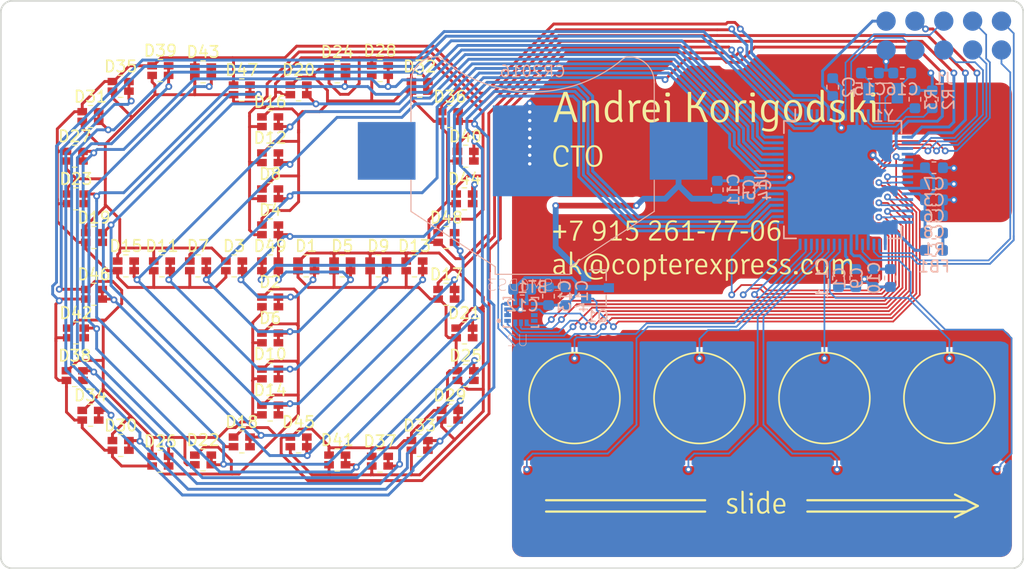
<source format=kicad_pcb>
(kicad_pcb (version 20171130) (host pcbnew 5.0.2+dfsg1-1~bpo9+1)
  (layers (0 F.Cu signal) (31 B.Cu signal) (34 B.Paste user hide) (35 F.Paste user hide) (36 B.SilkS user hide) (37 F.SilkS user) (38 B.Mask user) (39 F.Mask user) (44 Edge.Cuts user))
  (net 0 "")
  (net 1 LED_K0)
  (net 2 LED_K1)
  (net 3 LED_A0)
  (net 4 LED_K3)
  (net 5 LED_K2)
  (net 6 LED_K4)
  (net 7 LED_K5)
  (net 8 LED_K7)
  (net 9 LED_K6)
  (net 10 LED_K8)
  (net 11 LED_A1)
  (net 12 LED_A2)
  (net 13 LED_A3)
  (net 14 LED_A4)
  (net 15 LED_A5)
  (net 16 LED_A6)
  (net 17 LED_A7)
  (net 18 LED_A8)
  (net 19 VDD)
  (net 20 GND)
  (net 21 N$7)
  (net 22 N$6)
  (net 23 N$13)
  (net 24 N$14)
  (net 25 N$5)
  (net 26 N$19)
  (net 27 N$20)
  (net 28 N$16)
  (net 29 N$15)
  (net 30 N$17)
  (net 31 N$18)
  (net 32 N$12)
  (net 33 N$11)
  (net 34 TOUCH_PAD0)
  (net 35 N$1)
  (net 36 TOUCH_PAD1)
  (net 37 TOUCH_PAD2)
  (net 38 TOUCH_PAD3)
  (net 39 N$21)
  (net 40 N$22)
  (net 41 N$23)
  (net 42 N$8)
  (net 43 N$10)
  (net 44 N$9)
  (net 45 LED_K9)
  (net 46 LED_K10)
  (net 47 LED_K11)
  (net 48 LFXTAL_P)
  (net 49 LFXTAL_N)
  (net 50 IMU_VDD)
  (net 51 N$24)
  (net 52 MCU_AVDD)
  (net 53 N$2)
  (net 54 N$25)
  (module footprints:Text_Slide_Signika_Cu (layer F.Cu) (at 166.5 124.55)
    (fp_text reference svg2mod hide)
    (fp_text value G*** hide)
  )
  (module footprints:TouchPad_D8.0mm (layer F.Cu) (at 183.5 115)
    (fp_text reference TS4 hide)
    (fp_text value TOUCH_PAD)
    (pad 1 smd circle (at 0 0) (size 8 8) (layers F.Cu) (net 38 TOUCH_PAD3))
  )
  (module footprints:TouchPad_D8.0mm (layer F.Cu) (at 172.5 115)
    (fp_text reference TS3 hide)
    (fp_text value TOUCH_PAD)
    (pad 1 smd circle (at 0 0) (size 8 8) (layers F.Cu) (net 37 TOUCH_PAD2))
  )
  (module footprints:TouchPad_D8.0mm (layer F.Cu) (at 161.5 115)
    (fp_text reference TS2 hide)
    (fp_text value TOUCH_PAD)
    (pad 1 smd circle (at 0 0) (size 8 8) (layers F.Cu) (net 36 TOUCH_PAD1))
  )
  (module footprints:TouchPad_D8.0mm (layer F.Cu) (at 150.5 115)
    (fp_text reference TS1 hide)
    (fp_text value TOUCH_PAD)
    (pad 1 smd circle (at 0 0) (size 8 8) (layers F.Cu) (net 34 TOUCH_PAD0))
  )
  (module footprints:BatteryHolder_Keystone_3026_1x2016 (layer B.Cu) (at 146.812 93.218)
    (fp_text reference BT1 (at 0 12) (layer B.SilkS) (effects (justify mirror)))
    (fp_text value Battery_Cell)
    (fp_text user CR2016 (at 0 -7) (layer B.SilkS) (effects (font (thickness 0.125)) (justify mirror)))
    (pad 1 smd rect (at -12.85 0) (size 5.08 5.08) (layers B.Cu B.Paste B.Mask))
    (pad 1 smd rect (at 12.85 0) (size 5.08 5.08) (layers B.Cu B.Paste B.Mask) (net 19 VDD))
    (pad 2 smd rect (at 0 0) (size 7 8) (layers B.Cu B.Mask) (net 20 GND))
  )
  (module footprints:LED_DUAL_0606 (layer F.Cu) (at 123.709 103.351)
    (fp_text reference D49 (at 0 -1.75) (layer F.SilkS))
    (fp_text value LED_Dual_AACC)
    (pad 1 smd rect (at -0.725 -0.425) (size 0.85 0.65) (layers F.Cu F.Paste F.Mask) (net 18 LED_A8))
    (pad 2 smd rect (at -0.725 0.425) (size 0.85 0.65) (layers F.Cu F.Paste F.Mask) (net 18 LED_A8))
    (pad 4 smd rect (at 0.725 0.425) (size 0.85 0.65) (layers F.Cu F.Paste F.Mask) (net 2 LED_K1))
    (pad 3 smd rect (at 0.725 -0.425) (size 0.85 0.65) (layers F.Cu F.Paste F.Mask) (net 1 LED_K0))
  )
  (module footprints:LED_DUAL_0606 (layer F.Cu) (at 139.217852 100.851333)
    (fp_text reference D48 (at 0 -1.75) (layer F.SilkS))
    (fp_text value LED_Dual_AACC)
    (pad 1 smd rect (at -0.725 -0.425) (size 0.85 0.65) (layers F.Cu F.Paste F.Mask) (net 17 LED_A7))
    (pad 2 smd rect (at -0.725 0.425) (size 0.85 0.65) (layers F.Cu F.Paste F.Mask) (net 16 LED_A6))
    (pad 4 smd rect (at 0.725 0.425) (size 0.85 0.65) (layers F.Cu F.Paste F.Mask) (net 47 LED_K11))
    (pad 3 smd rect (at 0.725 -0.425) (size 0.85 0.65) (layers F.Cu F.Paste F.Mask) (net 47 LED_K11))
  )
  (module footprints:LED_DUAL_0606 (layer F.Cu) (at 121.209333 87.842147)
    (fp_text reference D47 (at 0 -1.75) (layer F.SilkS))
    (fp_text value LED_Dual_AACC)
    (pad 1 smd rect (at -0.725 -0.425) (size 0.85 0.65) (layers F.Cu F.Paste F.Mask) (net 15 LED_A5))
    (pad 2 smd rect (at -0.725 0.425) (size 0.85 0.65) (layers F.Cu F.Paste F.Mask) (net 14 LED_A4))
    (pad 4 smd rect (at 0.725 0.425) (size 0.85 0.65) (layers F.Cu F.Paste F.Mask) (net 47 LED_K11))
    (pad 3 smd rect (at 0.725 -0.425) (size 0.85 0.65) (layers F.Cu F.Paste F.Mask) (net 47 LED_K11))
  )
  (module footprints:LED_DUAL_0606 (layer F.Cu) (at 108.200147 105.850666)
    (fp_text reference D46 (at 0 -1.75) (layer F.SilkS))
    (fp_text value LED_Dual_AACC)
    (pad 1 smd rect (at -0.725 -0.425) (size 0.85 0.65) (layers F.Cu F.Paste F.Mask) (net 13 LED_A3))
    (pad 2 smd rect (at -0.725 0.425) (size 0.85 0.65) (layers F.Cu F.Paste F.Mask) (net 12 LED_A2))
    (pad 4 smd rect (at 0.725 0.425) (size 0.85 0.65) (layers F.Cu F.Paste F.Mask) (net 47 LED_K11))
    (pad 3 smd rect (at 0.725 -0.425) (size 0.85 0.65) (layers F.Cu F.Paste F.Mask) (net 47 LED_K11))
  )
  (module footprints:LED_DUAL_0606 (layer F.Cu) (at 126.208666 118.859852)
    (fp_text reference D45 (at 0 -1.75) (layer F.SilkS))
    (fp_text value LED_Dual_AACC)
    (pad 1 smd rect (at -0.725 -0.425) (size 0.85 0.65) (layers F.Cu F.Paste F.Mask) (net 11 LED_A1))
    (pad 2 smd rect (at -0.725 0.425) (size 0.85 0.65) (layers F.Cu F.Paste F.Mask) (net 3 LED_A0))
    (pad 4 smd rect (at 0.725 0.425) (size 0.85 0.65) (layers F.Cu F.Paste F.Mask) (net 47 LED_K11))
    (pad 3 smd rect (at 0.725 -0.425) (size 0.85 0.65) (layers F.Cu F.Paste F.Mask) (net 47 LED_K11))
  )
  (module footprints:LED_DUAL_0606 (layer F.Cu) (at 140.806919 97.443568)
    (fp_text reference D44 (at 0 -1.75) (layer F.SilkS))
    (fp_text value LED_Dual_AACC)
    (pad 1 smd rect (at -0.725 -0.425) (size 0.85 0.65) (layers F.Cu F.Paste F.Mask) (net 17 LED_A7))
    (pad 2 smd rect (at -0.725 0.425) (size 0.85 0.65) (layers F.Cu F.Paste F.Mask) (net 16 LED_A6))
    (pad 4 smd rect (at 0.725 0.425) (size 0.85 0.65) (layers F.Cu F.Paste F.Mask) (net 46 LED_K10))
    (pad 3 smd rect (at 0.725 -0.425) (size 0.85 0.65) (layers F.Cu F.Paste F.Mask) (net 46 LED_K10))
  )
  (module footprints:LED_DUAL_0606 (layer F.Cu) (at 117.801568 86.25308)
    (fp_text reference D43 (at 0 -1.75) (layer F.SilkS))
    (fp_text value LED_Dual_AACC)
    (pad 1 smd rect (at -0.725 -0.425) (size 0.85 0.65) (layers F.Cu F.Paste F.Mask) (net 15 LED_A5))
    (pad 2 smd rect (at -0.725 0.425) (size 0.85 0.65) (layers F.Cu F.Paste F.Mask) (net 14 LED_A4))
    (pad 4 smd rect (at 0.725 0.425) (size 0.85 0.65) (layers F.Cu F.Paste F.Mask) (net 46 LED_K10))
    (pad 3 smd rect (at 0.725 -0.425) (size 0.85 0.65) (layers F.Cu F.Paste F.Mask) (net 46 LED_K10))
  )
  (module footprints:LED_DUAL_0606 (layer F.Cu) (at 106.61108 109.258431)
    (fp_text reference D42 (at 0 -1.75) (layer F.SilkS))
    (fp_text value LED_Dual_AACC)
    (pad 1 smd rect (at -0.725 -0.425) (size 0.85 0.65) (layers F.Cu F.Paste F.Mask) (net 13 LED_A3))
    (pad 2 smd rect (at -0.725 0.425) (size 0.85 0.65) (layers F.Cu F.Paste F.Mask) (net 12 LED_A2))
    (pad 4 smd rect (at 0.725 0.425) (size 0.85 0.65) (layers F.Cu F.Paste F.Mask) (net 46 LED_K10))
    (pad 3 smd rect (at 0.725 -0.425) (size 0.85 0.65) (layers F.Cu F.Paste F.Mask) (net 46 LED_K10))
  )
  (module footprints:LED_DUAL_0606 (layer F.Cu) (at 129.616431 120.448919)
    (fp_text reference D41 (at 0 -1.75) (layer F.SilkS))
    (fp_text value LED_Dual_AACC)
    (pad 1 smd rect (at -0.725 -0.425) (size 0.85 0.65) (layers F.Cu F.Paste F.Mask) (net 11 LED_A1))
    (pad 2 smd rect (at -0.725 0.425) (size 0.85 0.65) (layers F.Cu F.Paste F.Mask) (net 3 LED_A0))
    (pad 4 smd rect (at 0.725 0.425) (size 0.85 0.65) (layers F.Cu F.Paste F.Mask) (net 46 LED_K10))
    (pad 3 smd rect (at 0.725 -0.425) (size 0.85 0.65) (layers F.Cu F.Paste F.Mask) (net 46 LED_K10))
  )
  (module footprints:LED_DUAL_0606 (layer F.Cu) (at 140.916279 93.685107)
    (fp_text reference D40 (at 0 -1.75) (layer F.SilkS))
    (fp_text value LED_Dual_AACC)
    (pad 1 smd rect (at -0.725 -0.425) (size 0.85 0.65) (layers F.Cu F.Paste F.Mask) (net 17 LED_A7))
    (pad 2 smd rect (at -0.725 0.425) (size 0.85 0.65) (layers F.Cu F.Paste F.Mask) (net 16 LED_A6))
    (pad 4 smd rect (at 0.725 0.425) (size 0.85 0.65) (layers F.Cu F.Paste F.Mask) (net 45 LED_K9))
    (pad 3 smd rect (at 0.725 -0.425) (size 0.85 0.65) (layers F.Cu F.Paste F.Mask) (net 45 LED_K9))
  )
  (module footprints:LED_DUAL_0606 (layer F.Cu) (at 114.043107 86.14372)
    (fp_text reference D39 (at 0 -1.75) (layer F.SilkS))
    (fp_text value LED_Dual_AACC)
    (pad 1 smd rect (at -0.725 -0.425) (size 0.85 0.65) (layers F.Cu F.Paste F.Mask) (net 15 LED_A5))
    (pad 2 smd rect (at -0.725 0.425) (size 0.85 0.65) (layers F.Cu F.Paste F.Mask) (net 14 LED_A4))
    (pad 4 smd rect (at 0.725 0.425) (size 0.85 0.65) (layers F.Cu F.Paste F.Mask) (net 45 LED_K9))
    (pad 3 smd rect (at 0.725 -0.425) (size 0.85 0.65) (layers F.Cu F.Paste F.Mask) (net 45 LED_K9))
  )
  (module footprints:LED_DUAL_0606 (layer F.Cu) (at 106.50172 113.016892)
    (fp_text reference D38 (at 0 -1.75) (layer F.SilkS))
    (fp_text value LED_Dual_AACC)
    (pad 1 smd rect (at -0.725 -0.425) (size 0.85 0.65) (layers F.Cu F.Paste F.Mask) (net 13 LED_A3))
    (pad 2 smd rect (at -0.725 0.425) (size 0.85 0.65) (layers F.Cu F.Paste F.Mask) (net 12 LED_A2))
    (pad 4 smd rect (at 0.725 0.425) (size 0.85 0.65) (layers F.Cu F.Paste F.Mask) (net 45 LED_K9))
    (pad 3 smd rect (at 0.725 -0.425) (size 0.85 0.65) (layers F.Cu F.Paste F.Mask) (net 45 LED_K9))
  )
  (module footprints:LED_DUAL_0606 (layer F.Cu) (at 133.374892 120.558279)
    (fp_text reference D37 (at 0 -1.75) (layer F.SilkS))
    (fp_text value LED_Dual_AACC)
    (pad 1 smd rect (at -0.725 -0.425) (size 0.85 0.65) (layers F.Cu F.Paste F.Mask) (net 11 LED_A1))
    (pad 2 smd rect (at -0.725 0.425) (size 0.85 0.65) (layers F.Cu F.Paste F.Mask) (net 3 LED_A0))
    (pad 4 smd rect (at 0.725 0.425) (size 0.85 0.65) (layers F.Cu F.Paste F.Mask) (net 45 LED_K9))
    (pad 3 smd rect (at 0.725 -0.425) (size 0.85 0.65) (layers F.Cu F.Paste F.Mask) (net 45 LED_K9))
  )
  (module footprints:LED_DUAL_0606 (layer F.Cu) (at 139.528045 90.190712)
    (fp_text reference D36 (at 0 -1.75) (layer F.SilkS))
    (fp_text value LED_Dual_AACC)
    (pad 1 smd rect (at -0.725 -0.425) (size 0.85 0.65) (layers F.Cu F.Paste F.Mask) (net 17 LED_A7))
    (pad 2 smd rect (at -0.725 0.425) (size 0.85 0.65) (layers F.Cu F.Paste F.Mask) (net 16 LED_A6))
    (pad 4 smd rect (at 0.725 0.425) (size 0.85 0.65) (layers F.Cu F.Paste F.Mask) (net 10 LED_K8))
    (pad 3 smd rect (at 0.725 -0.425) (size 0.85 0.65) (layers F.Cu F.Paste F.Mask) (net 10 LED_K8))
  )
  (module footprints:LED_DUAL_0606 (layer F.Cu) (at 110.548712 87.531954)
    (fp_text reference D35 (at 0 -1.75) (layer F.SilkS))
    (fp_text value LED_Dual_AACC)
    (pad 1 smd rect (at -0.725 -0.425) (size 0.85 0.65) (layers F.Cu F.Paste F.Mask) (net 15 LED_A5))
    (pad 2 smd rect (at -0.725 0.425) (size 0.85 0.65) (layers F.Cu F.Paste F.Mask) (net 14 LED_A4))
    (pad 4 smd rect (at 0.725 0.425) (size 0.85 0.65) (layers F.Cu F.Paste F.Mask) (net 10 LED_K8))
    (pad 3 smd rect (at 0.725 -0.425) (size 0.85 0.65) (layers F.Cu F.Paste F.Mask) (net 10 LED_K8))
  )
  (module footprints:LED_DUAL_0606 (layer F.Cu) (at 107.889954 116.511287)
    (fp_text reference D34 (at 0 -1.75) (layer F.SilkS))
    (fp_text value LED_Dual_AACC)
    (pad 1 smd rect (at -0.725 -0.425) (size 0.85 0.65) (layers F.Cu F.Paste F.Mask) (net 13 LED_A3))
    (pad 2 smd rect (at -0.725 0.425) (size 0.85 0.65) (layers F.Cu F.Paste F.Mask) (net 12 LED_A2))
    (pad 4 smd rect (at 0.725 0.425) (size 0.85 0.65) (layers F.Cu F.Paste F.Mask) (net 10 LED_K8))
    (pad 3 smd rect (at 0.725 -0.425) (size 0.85 0.65) (layers F.Cu F.Paste F.Mask) (net 10 LED_K8))
  )
  (module footprints:LED_DUAL_0606 (layer F.Cu) (at 136.869287 119.170045)
    (fp_text reference D33 (at 0 -1.75) (layer F.SilkS))
    (fp_text value LED_Dual_AACC)
    (pad 1 smd rect (at -0.725 -0.425) (size 0.85 0.65) (layers F.Cu F.Paste F.Mask) (net 11 LED_A1))
    (pad 2 smd rect (at -0.725 0.425) (size 0.85 0.65) (layers F.Cu F.Paste F.Mask) (net 3 LED_A0))
    (pad 4 smd rect (at 0.725 0.425) (size 0.85 0.65) (layers F.Cu F.Paste F.Mask) (net 10 LED_K8))
    (pad 3 smd rect (at 0.725 -0.425) (size 0.85 0.65) (layers F.Cu F.Paste F.Mask) (net 10 LED_K8))
  )
  (module footprints:LED_DUAL_0606 (layer F.Cu) (at 136.869287 87.531954)
    (fp_text reference D32 (at 0 -1.75) (layer F.SilkS))
    (fp_text value LED_Dual_AACC)
    (pad 1 smd rect (at -0.725 -0.425) (size 0.85 0.65) (layers F.Cu F.Paste F.Mask) (net 17 LED_A7))
    (pad 2 smd rect (at -0.725 0.425) (size 0.85 0.65) (layers F.Cu F.Paste F.Mask) (net 16 LED_A6))
    (pad 4 smd rect (at 0.725 0.425) (size 0.85 0.65) (layers F.Cu F.Paste F.Mask) (net 8 LED_K7))
    (pad 3 smd rect (at 0.725 -0.425) (size 0.85 0.65) (layers F.Cu F.Paste F.Mask) (net 8 LED_K7))
  )
  (module footprints:LED_DUAL_0606 (layer F.Cu) (at 107.889954 90.190712)
    (fp_text reference D31 (at 0 -1.75) (layer F.SilkS))
    (fp_text value LED_Dual_AACC)
    (pad 1 smd rect (at -0.725 -0.425) (size 0.85 0.65) (layers F.Cu F.Paste F.Mask) (net 15 LED_A5))
    (pad 2 smd rect (at -0.725 0.425) (size 0.85 0.65) (layers F.Cu F.Paste F.Mask) (net 14 LED_A4))
    (pad 4 smd rect (at 0.725 0.425) (size 0.85 0.65) (layers F.Cu F.Paste F.Mask) (net 8 LED_K7))
    (pad 3 smd rect (at 0.725 -0.425) (size 0.85 0.65) (layers F.Cu F.Paste F.Mask) (net 8 LED_K7))
  )
  (module footprints:LED_DUAL_0606 (layer F.Cu) (at 110.548712 119.170045)
    (fp_text reference D30 (at 0 -1.75) (layer F.SilkS))
    (fp_text value LED_Dual_AACC)
    (pad 1 smd rect (at -0.725 -0.425) (size 0.85 0.65) (layers F.Cu F.Paste F.Mask) (net 13 LED_A3))
    (pad 2 smd rect (at -0.725 0.425) (size 0.85 0.65) (layers F.Cu F.Paste F.Mask) (net 12 LED_A2))
    (pad 4 smd rect (at 0.725 0.425) (size 0.85 0.65) (layers F.Cu F.Paste F.Mask) (net 8 LED_K7))
    (pad 3 smd rect (at 0.725 -0.425) (size 0.85 0.65) (layers F.Cu F.Paste F.Mask) (net 8 LED_K7))
  )
  (module footprints:LED_DUAL_0606 (layer F.Cu) (at 139.528045 116.511287)
    (fp_text reference D29 (at 0 -1.75) (layer F.SilkS))
    (fp_text value LED_Dual_AACC)
    (pad 1 smd rect (at -0.725 -0.425) (size 0.85 0.65) (layers F.Cu F.Paste F.Mask) (net 11 LED_A1))
    (pad 2 smd rect (at -0.725 0.425) (size 0.85 0.65) (layers F.Cu F.Paste F.Mask) (net 3 LED_A0))
    (pad 4 smd rect (at 0.725 0.425) (size 0.85 0.65) (layers F.Cu F.Paste F.Mask) (net 8 LED_K7))
    (pad 3 smd rect (at 0.725 -0.425) (size 0.85 0.65) (layers F.Cu F.Paste F.Mask) (net 8 LED_K7))
  )
  (module footprints:LED_DUAL_0606 (layer F.Cu) (at 133.374892 86.14372)
    (fp_text reference D28 (at 0 -1.75) (layer F.SilkS))
    (fp_text value LED_Dual_AACC)
    (pad 1 smd rect (at -0.725 -0.425) (size 0.85 0.65) (layers F.Cu F.Paste F.Mask) (net 17 LED_A7))
    (pad 2 smd rect (at -0.725 0.425) (size 0.85 0.65) (layers F.Cu F.Paste F.Mask) (net 16 LED_A6))
    (pad 4 smd rect (at 0.725 0.425) (size 0.85 0.65) (layers F.Cu F.Paste F.Mask) (net 9 LED_K6))
    (pad 3 smd rect (at 0.725 -0.425) (size 0.85 0.65) (layers F.Cu F.Paste F.Mask) (net 9 LED_K6))
  )
  (module footprints:LED_DUAL_0606 (layer F.Cu) (at 106.50172 93.685107)
    (fp_text reference D27 (at 0 -1.75) (layer F.SilkS))
    (fp_text value LED_Dual_AACC)
    (pad 1 smd rect (at -0.725 -0.425) (size 0.85 0.65) (layers F.Cu F.Paste F.Mask) (net 15 LED_A5))
    (pad 2 smd rect (at -0.725 0.425) (size 0.85 0.65) (layers F.Cu F.Paste F.Mask) (net 14 LED_A4))
    (pad 4 smd rect (at 0.725 0.425) (size 0.85 0.65) (layers F.Cu F.Paste F.Mask) (net 9 LED_K6))
    (pad 3 smd rect (at 0.725 -0.425) (size 0.85 0.65) (layers F.Cu F.Paste F.Mask) (net 9 LED_K6))
  )
  (module footprints:LED_DUAL_0606 (layer F.Cu) (at 114.043107 120.558279)
    (fp_text reference D26 (at 0 -1.75) (layer F.SilkS))
    (fp_text value LED_Dual_AACC)
    (pad 1 smd rect (at -0.725 -0.425) (size 0.85 0.65) (layers F.Cu F.Paste F.Mask) (net 13 LED_A3))
    (pad 2 smd rect (at -0.725 0.425) (size 0.85 0.65) (layers F.Cu F.Paste F.Mask) (net 12 LED_A2))
    (pad 4 smd rect (at 0.725 0.425) (size 0.85 0.65) (layers F.Cu F.Paste F.Mask) (net 9 LED_K6))
    (pad 3 smd rect (at 0.725 -0.425) (size 0.85 0.65) (layers F.Cu F.Paste F.Mask) (net 9 LED_K6))
  )
  (module footprints:LED_DUAL_0606 (layer F.Cu) (at 140.916279 113.016892)
    (fp_text reference D25 (at 0 -1.75) (layer F.SilkS))
    (fp_text value LED_Dual_AACC)
    (pad 1 smd rect (at -0.725 -0.425) (size 0.85 0.65) (layers F.Cu F.Paste F.Mask) (net 11 LED_A1))
    (pad 2 smd rect (at -0.725 0.425) (size 0.85 0.65) (layers F.Cu F.Paste F.Mask) (net 3 LED_A0))
    (pad 4 smd rect (at 0.725 0.425) (size 0.85 0.65) (layers F.Cu F.Paste F.Mask) (net 9 LED_K6))
    (pad 3 smd rect (at 0.725 -0.425) (size 0.85 0.65) (layers F.Cu F.Paste F.Mask) (net 9 LED_K6))
  )
  (module footprints:LED_DUAL_0606 (layer F.Cu) (at 129.616431 86.25308)
    (fp_text reference D24 (at 0 -1.75) (layer F.SilkS))
    (fp_text value LED_Dual_AACC)
    (pad 1 smd rect (at -0.725 -0.425) (size 0.85 0.65) (layers F.Cu F.Paste F.Mask) (net 16 LED_A6))
    (pad 2 smd rect (at -0.725 0.425) (size 0.85 0.65) (layers F.Cu F.Paste F.Mask) (net 17 LED_A7))
    (pad 4 smd rect (at 0.725 0.425) (size 0.85 0.65) (layers F.Cu F.Paste F.Mask) (net 7 LED_K5))
    (pad 3 smd rect (at 0.725 -0.425) (size 0.85 0.65) (layers F.Cu F.Paste F.Mask) (net 7 LED_K5))
  )
  (module footprints:LED_DUAL_0606 (layer F.Cu) (at 106.61108 97.443568)
    (fp_text reference D23 (at 0 -1.75) (layer F.SilkS))
    (fp_text value LED_Dual_AACC)
    (pad 1 smd rect (at -0.725 -0.425) (size 0.85 0.65) (layers F.Cu F.Paste F.Mask) (net 14 LED_A4))
    (pad 2 smd rect (at -0.725 0.425) (size 0.85 0.65) (layers F.Cu F.Paste F.Mask) (net 15 LED_A5))
    (pad 4 smd rect (at 0.725 0.425) (size 0.85 0.65) (layers F.Cu F.Paste F.Mask) (net 7 LED_K5))
    (pad 3 smd rect (at 0.725 -0.425) (size 0.85 0.65) (layers F.Cu F.Paste F.Mask) (net 7 LED_K5))
  )
  (module footprints:LED_DUAL_0606 (layer F.Cu) (at 117.801568 120.448919)
    (fp_text reference D22 (at 0 -1.75) (layer F.SilkS))
    (fp_text value LED_Dual_AACC)
    (pad 1 smd rect (at -0.725 -0.425) (size 0.85 0.65) (layers F.Cu F.Paste F.Mask) (net 12 LED_A2))
    (pad 2 smd rect (at -0.725 0.425) (size 0.85 0.65) (layers F.Cu F.Paste F.Mask) (net 13 LED_A3))
    (pad 4 smd rect (at 0.725 0.425) (size 0.85 0.65) (layers F.Cu F.Paste F.Mask) (net 7 LED_K5))
    (pad 3 smd rect (at 0.725 -0.425) (size 0.85 0.65) (layers F.Cu F.Paste F.Mask) (net 7 LED_K5))
  )
  (module footprints:LED_DUAL_0606 (layer F.Cu) (at 140.806919 109.258431)
    (fp_text reference D21 (at 0 -1.75) (layer F.SilkS))
    (fp_text value LED_Dual_AACC)
    (pad 1 smd rect (at -0.725 -0.425) (size 0.85 0.65) (layers F.Cu F.Paste F.Mask) (net 3 LED_A0))
    (pad 2 smd rect (at -0.725 0.425) (size 0.85 0.65) (layers F.Cu F.Paste F.Mask) (net 11 LED_A1))
    (pad 4 smd rect (at 0.725 0.425) (size 0.85 0.65) (layers F.Cu F.Paste F.Mask) (net 7 LED_K5))
    (pad 3 smd rect (at 0.725 -0.425) (size 0.85 0.65) (layers F.Cu F.Paste F.Mask) (net 7 LED_K5))
  )
  (module footprints:LED_DUAL_0606 (layer F.Cu) (at 126.208666 87.842147)
    (fp_text reference D20 (at 0 -1.75) (layer F.SilkS))
    (fp_text value LED_Dual_AACC)
    (pad 1 smd rect (at -0.725 -0.425) (size 0.85 0.65) (layers F.Cu F.Paste F.Mask) (net 16 LED_A6))
    (pad 2 smd rect (at -0.725 0.425) (size 0.85 0.65) (layers F.Cu F.Paste F.Mask) (net 17 LED_A7))
    (pad 4 smd rect (at 0.725 0.425) (size 0.85 0.65) (layers F.Cu F.Paste F.Mask) (net 6 LED_K4))
    (pad 3 smd rect (at 0.725 -0.425) (size 0.85 0.65) (layers F.Cu F.Paste F.Mask) (net 6 LED_K4))
  )
  (module footprints:LED_DUAL_0606 (layer F.Cu) (at 108.200147 100.851333)
    (fp_text reference D19 (at 0 -1.75) (layer F.SilkS))
    (fp_text value LED_Dual_AACC)
    (pad 1 smd rect (at -0.725 -0.425) (size 0.85 0.65) (layers F.Cu F.Paste F.Mask) (net 14 LED_A4))
    (pad 2 smd rect (at -0.725 0.425) (size 0.85 0.65) (layers F.Cu F.Paste F.Mask) (net 15 LED_A5))
    (pad 4 smd rect (at 0.725 0.425) (size 0.85 0.65) (layers F.Cu F.Paste F.Mask) (net 6 LED_K4))
    (pad 3 smd rect (at 0.725 -0.425) (size 0.85 0.65) (layers F.Cu F.Paste F.Mask) (net 6 LED_K4))
  )
  (module footprints:LED_DUAL_0606 (layer F.Cu) (at 121.209333 118.859852)
    (fp_text reference D18 (at 0 -1.75) (layer F.SilkS))
    (fp_text value LED_Dual_AACC)
    (pad 1 smd rect (at -0.725 -0.425) (size 0.85 0.65) (layers F.Cu F.Paste F.Mask) (net 12 LED_A2))
    (pad 2 smd rect (at -0.725 0.425) (size 0.85 0.65) (layers F.Cu F.Paste F.Mask) (net 13 LED_A3))
    (pad 4 smd rect (at 0.725 0.425) (size 0.85 0.65) (layers F.Cu F.Paste F.Mask) (net 6 LED_K4))
    (pad 3 smd rect (at 0.725 -0.425) (size 0.85 0.65) (layers F.Cu F.Paste F.Mask) (net 6 LED_K4))
  )
  (module footprints:LED_DUAL_0606 (layer F.Cu) (at 139.217852 105.850666)
    (fp_text reference D17 (at 0 -1.75) (layer F.SilkS))
    (fp_text value LED_Dual_AACC)
    (pad 1 smd rect (at -0.725 -0.425) (size 0.85 0.65) (layers F.Cu F.Paste F.Mask) (net 3 LED_A0))
    (pad 2 smd rect (at -0.725 0.425) (size 0.85 0.65) (layers F.Cu F.Paste F.Mask) (net 11 LED_A1))
    (pad 4 smd rect (at 0.725 0.425) (size 0.85 0.65) (layers F.Cu F.Paste F.Mask) (net 6 LED_K4))
    (pad 3 smd rect (at 0.725 -0.425) (size 0.85 0.65) (layers F.Cu F.Paste F.Mask) (net 6 LED_K4))
  )
  (module footprints:LED_DUAL_0606 (layer F.Cu) (at 123.709 90.651)
    (fp_text reference D16 (at 0 -1.75) (layer F.SilkS))
    (fp_text value LED_Dual_AACC)
    (pad 1 smd rect (at -0.725 -0.425) (size 0.85 0.65) (layers F.Cu F.Paste F.Mask) (net 16 LED_A6))
    (pad 2 smd rect (at -0.725 0.425) (size 0.85 0.65) (layers F.Cu F.Paste F.Mask) (net 17 LED_A7))
    (pad 4 smd rect (at 0.725 0.425) (size 0.85 0.65) (layers F.Cu F.Paste F.Mask) (net 4 LED_K3))
    (pad 3 smd rect (at 0.725 -0.425) (size 0.85 0.65) (layers F.Cu F.Paste F.Mask) (net 4 LED_K3))
  )
  (module footprints:LED_DUAL_0606 (layer F.Cu) (at 111.009 103.351)
    (fp_text reference D15 (at 0 -1.75) (layer F.SilkS))
    (fp_text value LED_Dual_AACC)
    (pad 1 smd rect (at -0.725 -0.425) (size 0.85 0.65) (layers F.Cu F.Paste F.Mask) (net 14 LED_A4))
    (pad 2 smd rect (at -0.725 0.425) (size 0.85 0.65) (layers F.Cu F.Paste F.Mask) (net 15 LED_A5))
    (pad 4 smd rect (at 0.725 0.425) (size 0.85 0.65) (layers F.Cu F.Paste F.Mask) (net 4 LED_K3))
    (pad 3 smd rect (at 0.725 -0.425) (size 0.85 0.65) (layers F.Cu F.Paste F.Mask) (net 4 LED_K3))
  )
  (module footprints:LED_DUAL_0606 (layer F.Cu) (at 123.709 116.051)
    (fp_text reference D14 (at 0 -1.75) (layer F.SilkS))
    (fp_text value LED_Dual_AACC)
    (pad 1 smd rect (at -0.725 -0.425) (size 0.85 0.65) (layers F.Cu F.Paste F.Mask) (net 12 LED_A2))
    (pad 2 smd rect (at -0.725 0.425) (size 0.85 0.65) (layers F.Cu F.Paste F.Mask) (net 13 LED_A3))
    (pad 4 smd rect (at 0.725 0.425) (size 0.85 0.65) (layers F.Cu F.Paste F.Mask) (net 4 LED_K3))
    (pad 3 smd rect (at 0.725 -0.425) (size 0.85 0.65) (layers F.Cu F.Paste F.Mask) (net 4 LED_K3))
  )
  (module footprints:LED_DUAL_0606 (layer F.Cu) (at 136.409 103.351)
    (fp_text reference D13 (at 0 -1.75) (layer F.SilkS))
    (fp_text value LED_Dual_AACC)
    (pad 1 smd rect (at -0.725 -0.425) (size 0.85 0.65) (layers F.Cu F.Paste F.Mask) (net 3 LED_A0))
    (pad 2 smd rect (at -0.725 0.425) (size 0.85 0.65) (layers F.Cu F.Paste F.Mask) (net 11 LED_A1))
    (pad 4 smd rect (at 0.725 0.425) (size 0.85 0.65) (layers F.Cu F.Paste F.Mask) (net 4 LED_K3))
    (pad 3 smd rect (at 0.725 -0.425) (size 0.85 0.65) (layers F.Cu F.Paste F.Mask) (net 4 LED_K3))
  )
  (module footprints:LED_DUAL_0606 (layer F.Cu) (at 123.709 93.826)
    (fp_text reference D12 (at 0 -1.75) (layer F.SilkS))
    (fp_text value LED_Dual_AACC)
    (pad 1 smd rect (at -0.725 -0.425) (size 0.85 0.65) (layers F.Cu F.Paste F.Mask) (net 16 LED_A6))
    (pad 2 smd rect (at -0.725 0.425) (size 0.85 0.65) (layers F.Cu F.Paste F.Mask) (net 17 LED_A7))
    (pad 4 smd rect (at 0.725 0.425) (size 0.85 0.65) (layers F.Cu F.Paste F.Mask) (net 5 LED_K2))
    (pad 3 smd rect (at 0.725 -0.425) (size 0.85 0.65) (layers F.Cu F.Paste F.Mask) (net 5 LED_K2))
  )
  (module footprints:LED_DUAL_0606 (layer F.Cu) (at 114.184 103.351)
    (fp_text reference D11 (at 0 -1.75) (layer F.SilkS))
    (fp_text value LED_Dual_AACC)
    (pad 1 smd rect (at -0.725 -0.425) (size 0.85 0.65) (layers F.Cu F.Paste F.Mask) (net 14 LED_A4))
    (pad 2 smd rect (at -0.725 0.425) (size 0.85 0.65) (layers F.Cu F.Paste F.Mask) (net 15 LED_A5))
    (pad 4 smd rect (at 0.725 0.425) (size 0.85 0.65) (layers F.Cu F.Paste F.Mask) (net 5 LED_K2))
    (pad 3 smd rect (at 0.725 -0.425) (size 0.85 0.65) (layers F.Cu F.Paste F.Mask) (net 5 LED_K2))
  )
  (module footprints:LED_DUAL_0606 (layer F.Cu) (at 123.709 112.875999)
    (fp_text reference D10 (at 0 -1.75) (layer F.SilkS))
    (fp_text value LED_Dual_AACC)
    (pad 1 smd rect (at -0.725 -0.425) (size 0.85 0.65) (layers F.Cu F.Paste F.Mask) (net 12 LED_A2))
    (pad 2 smd rect (at -0.725 0.425) (size 0.85 0.65) (layers F.Cu F.Paste F.Mask) (net 13 LED_A3))
    (pad 4 smd rect (at 0.725 0.425) (size 0.85 0.65) (layers F.Cu F.Paste F.Mask) (net 5 LED_K2))
    (pad 3 smd rect (at 0.725 -0.425) (size 0.85 0.65) (layers F.Cu F.Paste F.Mask) (net 5 LED_K2))
  )
  (module footprints:LED_DUAL_0606 (layer F.Cu) (at 133.234 103.351)
    (fp_text reference D9 (at 0 -1.75) (layer F.SilkS))
    (fp_text value LED_Dual_AACC)
    (pad 1 smd rect (at -0.725 -0.425) (size 0.85 0.65) (layers F.Cu F.Paste F.Mask) (net 3 LED_A0))
    (pad 2 smd rect (at -0.725 0.425) (size 0.85 0.65) (layers F.Cu F.Paste F.Mask) (net 11 LED_A1))
    (pad 4 smd rect (at 0.725 0.425) (size 0.85 0.65) (layers F.Cu F.Paste F.Mask) (net 5 LED_K2))
    (pad 3 smd rect (at 0.725 -0.425) (size 0.85 0.65) (layers F.Cu F.Paste F.Mask) (net 5 LED_K2))
  )
  (module footprints:LED_DUAL_0606 (layer F.Cu) (at 123.709 97.001)
    (fp_text reference D8 (at 0 -1.75) (layer F.SilkS))
    (fp_text value LED_Dual_AACC)
    (pad 1 smd rect (at -0.725 -0.425) (size 0.85 0.65) (layers F.Cu F.Paste F.Mask) (net 16 LED_A6))
    (pad 2 smd rect (at -0.725 0.425) (size 0.85 0.65) (layers F.Cu F.Paste F.Mask) (net 17 LED_A7))
    (pad 4 smd rect (at 0.725 0.425) (size 0.85 0.65) (layers F.Cu F.Paste F.Mask) (net 2 LED_K1))
    (pad 3 smd rect (at 0.725 -0.425) (size 0.85 0.65) (layers F.Cu F.Paste F.Mask) (net 2 LED_K1))
  )
  (module footprints:LED_DUAL_0606 (layer F.Cu) (at 117.359 103.351)
    (fp_text reference D7 (at 0 -1.75) (layer F.SilkS))
    (fp_text value LED_Dual_AACC)
    (pad 1 smd rect (at -0.725 -0.425) (size 0.85 0.65) (layers F.Cu F.Paste F.Mask) (net 14 LED_A4))
    (pad 2 smd rect (at -0.725 0.425) (size 0.85 0.65) (layers F.Cu F.Paste F.Mask) (net 15 LED_A5))
    (pad 4 smd rect (at 0.725 0.425) (size 0.85 0.65) (layers F.Cu F.Paste F.Mask) (net 2 LED_K1))
    (pad 3 smd rect (at 0.725 -0.425) (size 0.85 0.65) (layers F.Cu F.Paste F.Mask) (net 2 LED_K1))
  )
  (module footprints:LED_DUAL_0606 (layer F.Cu) (at 123.709 109.701)
    (fp_text reference D6 (at 0 -1.75) (layer F.SilkS))
    (fp_text value LED_Dual_AACC)
    (pad 1 smd rect (at -0.725 -0.425) (size 0.85 0.65) (layers F.Cu F.Paste F.Mask) (net 12 LED_A2))
    (pad 2 smd rect (at -0.725 0.425) (size 0.85 0.65) (layers F.Cu F.Paste F.Mask) (net 13 LED_A3))
    (pad 4 smd rect (at 0.725 0.425) (size 0.85 0.65) (layers F.Cu F.Paste F.Mask) (net 2 LED_K1))
    (pad 3 smd rect (at 0.725 -0.425) (size 0.85 0.65) (layers F.Cu F.Paste F.Mask) (net 2 LED_K1))
  )
  (module footprints:LED_DUAL_0606 (layer F.Cu) (at 130.059 103.351)
    (fp_text reference D5 (at 0 -1.75) (layer F.SilkS))
    (fp_text value LED_Dual_AACC)
    (pad 1 smd rect (at -0.725 -0.425) (size 0.85 0.65) (layers F.Cu F.Paste F.Mask) (net 3 LED_A0))
    (pad 2 smd rect (at -0.725 0.425) (size 0.85 0.65) (layers F.Cu F.Paste F.Mask) (net 11 LED_A1))
    (pad 4 smd rect (at 0.725 0.425) (size 0.85 0.65) (layers F.Cu F.Paste F.Mask) (net 2 LED_K1))
    (pad 3 smd rect (at 0.725 -0.425) (size 0.85 0.65) (layers F.Cu F.Paste F.Mask) (net 2 LED_K1))
  )
  (module footprints:LED_DUAL_0606 (layer F.Cu) (at 123.709 100.176)
    (fp_text reference D4 (at 0 -1.75) (layer F.SilkS))
    (fp_text value LED_Dual_AACC)
    (pad 1 smd rect (at -0.725 -0.425) (size 0.85 0.65) (layers F.Cu F.Paste F.Mask) (net 16 LED_A6))
    (pad 2 smd rect (at -0.725 0.425) (size 0.85 0.65) (layers F.Cu F.Paste F.Mask) (net 17 LED_A7))
    (pad 4 smd rect (at 0.725 0.425) (size 0.85 0.65) (layers F.Cu F.Paste F.Mask) (net 1 LED_K0))
    (pad 3 smd rect (at 0.725 -0.425) (size 0.85 0.65) (layers F.Cu F.Paste F.Mask) (net 1 LED_K0))
  )
  (module footprints:LED_DUAL_0606 (layer F.Cu) (at 120.534 103.351)
    (fp_text reference D3 (at 0 -1.75) (layer F.SilkS))
    (fp_text value LED_Dual_AACC)
    (pad 1 smd rect (at -0.725 -0.425) (size 0.85 0.65) (layers F.Cu F.Paste F.Mask) (net 14 LED_A4))
    (pad 2 smd rect (at -0.725 0.425) (size 0.85 0.65) (layers F.Cu F.Paste F.Mask) (net 15 LED_A5))
    (pad 4 smd rect (at 0.725 0.425) (size 0.85 0.65) (layers F.Cu F.Paste F.Mask) (net 1 LED_K0))
    (pad 3 smd rect (at 0.725 -0.425) (size 0.85 0.65) (layers F.Cu F.Paste F.Mask) (net 1 LED_K0))
  )
  (module footprints:LED_DUAL_0606 (layer F.Cu) (at 123.709 106.526)
    (fp_text reference D2 (at 0 -1.75) (layer F.SilkS))
    (fp_text value LED_Dual_AACC)
    (pad 1 smd rect (at -0.725 -0.425) (size 0.85 0.65) (layers F.Cu F.Paste F.Mask) (net 12 LED_A2))
    (pad 2 smd rect (at -0.725 0.425) (size 0.85 0.65) (layers F.Cu F.Paste F.Mask) (net 13 LED_A3))
    (pad 4 smd rect (at 0.725 0.425) (size 0.85 0.65) (layers F.Cu F.Paste F.Mask) (net 1 LED_K0))
    (pad 3 smd rect (at 0.725 -0.425) (size 0.85 0.65) (layers F.Cu F.Paste F.Mask) (net 1 LED_K0))
  )
  (module footprints:LED_DUAL_0606 (layer F.Cu) (at 126.884 103.351)
    (fp_text reference D1 (at 0 -1.75) (layer F.SilkS))
    (fp_text value LED_Dual_AACC)
    (pad 1 smd rect (at -0.725 -0.425) (size 0.85 0.65) (layers F.Cu F.Paste F.Mask) (net 3 LED_A0))
    (pad 2 smd rect (at -0.725 0.425) (size 0.85 0.65) (layers F.Cu F.Paste F.Mask) (net 11 LED_A1))
    (pad 4 smd rect (at 0.725 0.425) (size 0.85 0.65) (layers F.Cu F.Paste F.Mask) (net 1 LED_K0))
    (pad 3 smd rect (at 0.725 -0.425) (size 0.85 0.65) (layers F.Cu F.Paste F.Mask) (net 1 LED_K0))
  )
  (module Capacitor_SMD:C_0603_1608Metric (layer B.Cu) (at 173.736 104.4195 270)
    (fp_text reference C1_1 (at 0 1.43 270) (layer B.SilkS) (effects (justify mirror)))
    (fp_text value 10uF)
    (pad 1 smd roundrect (at -0.7875 0 270) (size 0.875 0.95) (layers B.Cu B.Paste B.Mask) (net 35 N$1))
    (pad 2 smd roundrect (at 0.7875 0 270) (size 0.875 0.95) (layers B.Cu B.Paste B.Mask) (net 20 GND))
  )
  (module Resistor_SMD:R_0603_1608Metric (layer B.Cu) (at 180.467 88.6715 90)
    (fp_text reference R3 (at 0 1.43 90) (layer B.SilkS) (effects (justify mirror)))
    (fp_text value 0)
    (pad 1 smd roundrect (at -0.7875 0 90) (size 0.875 0.95) (layers B.Cu B.Paste B.Mask) (net 54 N$25))
    (pad 2 smd roundrect (at 0.7875 0 90) (size 0.875 0.95) (layers B.Cu B.Paste B.Mask) (net 20 GND))
  )
  (module Inductor_SMD:L_0603_1608Metric (layer B.Cu) (at 182.1435 101.981)
    (fp_text reference FB1 (at 0 1.43) (layer B.SilkS) (effects (justify mirror)))
    (fp_text value Ferrite_Bead_Small)
    (pad 1 smd roundrect (at -0.7875 0) (size 0.875 0.95) (layers B.Cu B.Paste B.Mask) (net 19 VDD))
    (pad 2 smd roundrect (at 0.7875 0) (size 0.875 0.95) (layers B.Cu B.Paste B.Mask) (net 53 N$2))
  )
  (module Package_TO_SOT_SMD:SOT-23 (layer B.Cu) (at 152.527 105.283)
    (fp_text reference Q1 (at 0 2.5) (layer B.SilkS) (effects (justify mirror)))
    (fp_text value Q_PMOS_GSD)
    (pad 1 smd rect (at -1 0.95) (size 0.9 0.8) (layers B.Cu B.Paste B.Mask) (net 23 N$13))
    (pad 2 smd rect (at -1 -0.95) (size 0.9 0.8) (layers B.Cu B.Paste B.Mask) (net 19 VDD))
    (pad 3 smd rect (at 1 0) (size 0.9 0.8) (layers B.Cu B.Paste B.Mask) (net 50 IMU_VDD))
  )
  (module Capacitor_SMD:C_0603_1608Metric (layer B.Cu) (at 179.3495 86.36)
    (fp_text reference C16 (at 0 1.43) (layer B.SilkS) (effects (justify mirror)))
    (fp_text value 22pF)
    (pad 2 smd roundrect (at -0.7875 0) (size 0.875 0.95) (layers B.Cu B.Paste B.Mask) (net 20 GND))
    (pad 1 smd roundrect (at 0.7875 0) (size 0.875 0.95) (layers B.Cu B.Paste B.Mask) (net 49 LFXTAL_N))
  )
  (module Capacitor_SMD:C_0603_1608Metric (layer B.Cu) (at 176.5045 86.36)
    (fp_text reference C15 (at 0 1.43) (layer B.SilkS) (effects (justify mirror)))
    (fp_text value 22pF)
    (pad 2 smd roundrect (at 0.7875 0) (size 0.875 0.95) (layers B.Cu B.Paste B.Mask) (net 20 GND))
    (pad 1 smd roundrect (at -0.7875 0) (size 0.875 0.95) (layers B.Cu B.Paste B.Mask) (net 48 LFXTAL_P))
  )
  (module Capacitor_SMD:C_0603_1608Metric (layer B.Cu) (at 149.733 106.0195 90)
    (fp_text reference C14 (at 0 1.43 90) (layer B.SilkS) (effects (justify mirror)))
    (fp_text value 10uF)
    (pad 1 smd roundrect (at -0.7875 0 90) (size 0.875 0.95) (layers B.Cu B.Paste B.Mask) (net 50 IMU_VDD))
    (pad 2 smd roundrect (at 0.7875 0 90) (size 0.875 0.95) (layers B.Cu B.Paste B.Mask) (net 20 GND))
  )
  (module Capacitor_SMD:C_0603_1608Metric (layer B.Cu) (at 173.228 87.6045 90)
    (fp_text reference C2 (at 0 1.43 90) (layer B.SilkS) (effects (justify mirror)))
    (fp_text value 0.1uF)
    (pad 2 smd roundrect (at 0.7875 0 90) (size 0.875 0.95) (layers B.Cu B.Paste B.Mask) (net 20 GND))
    (pad 1 smd roundrect (at -0.7875 0 90) (size 0.875 0.95) (layers B.Cu B.Paste B.Mask) (net 19 VDD))
  )
  (module footprints:TouchSlider-4_42x7mm (layer F.Cu) (at 146 128)
    (fp_text reference TS5 hide)
    (fp_text value TOUCH_SLIDER_4PADS hide)
    (pad 1 smd custom (at 1.5 -3.5) (size 2.333333 2.333333) (layers F.Cu) (net 27 N$20) (options (clearance outline) (anchor circle)) (primitives (gr_poly (pts (xy -1.5 -3.5) (xy 1.5 -3.5) (xy 1.5 -3.270579) (xy 11.140237 -2.333333) (xy 1.5 -1.396088) (xy 1.5 -0.937245) (xy 11.140237 0) (xy 1.5 0.937245) (xy 1.5 1.396088) (xy 11.140237 2.333333) (xy 1.5 3.270579) (xy 1.5 3.5) (xy -1.5 3.5)) (width 0))))
    (pad 2 smd custom (at 14.476341 -3.5) (size 2.333333 2.333333) (layers F.Cu) (net 39 N$21) (options (clearance outline) (anchor circle)) (primitives (gr_poly (pts (xy -11.211214 -3.5) (xy -1.570978 -2.562755) (xy -1.570978 -2.103912) (xy -11.211214 -1.166667) (xy -1.570978 -0.229421) (xy -1.570978 0.229421) (xy -11.211214 1.166667) (xy -1.570978 2.103912) (xy -1.570978 2.562755) (xy -11.211214 3.5) (xy 1.570978 3.5) (xy 1.570978 3.270579) (xy 11.211214 2.333333) (xy 1.570978 1.396088) (xy 1.570978 0.937245) (xy 11.211214 0) (xy 1.570978 -0.937245) (xy 1.570978 -1.396088) (xy 11.211214 -2.333333) (xy 1.570978 -3.270579) (xy 1.570978 -3.5)) (width 0))))
    (pad 3 smd custom (at 27.523659 -3.5) (size 2.333333 2.333333) (layers F.Cu) (net 40 N$22) (options (clearance outline) (anchor circle)) (primitives (gr_poly (pts (xy -11.211214 -3.5) (xy -1.570978 -2.562755) (xy -1.570978 -2.103912) (xy -11.211214 -1.166667) (xy -1.570978 -0.229421) (xy -1.570978 0.229421) (xy -11.211214 1.166667) (xy -1.570978 2.103912) (xy -1.570978 2.562755) (xy -11.211214 3.5) (xy 1.570978 3.5) (xy 1.570978 3.270579) (xy 11.211214 2.333333) (xy 1.570978 1.396088) (xy 1.570978 0.937245) (xy 11.211214 0) (xy 1.570978 -0.937245) (xy 1.570978 -1.396088) (xy 11.211214 -2.333333) (xy 1.570978 -3.270579) (xy 1.570978 -3.5)) (width 0))))
    (pad 4 smd custom (at 40.5 -3.5) (size 2.333333 2.333333) (layers F.Cu) (net 41 N$23) (options (clearance outline) (anchor circle)) (primitives (gr_poly (pts (xy -11.140237 -3.5) (xy -1.5 -2.562755) (xy -1.5 -2.103912) (xy -11.140237 -1.166667) (xy -1.5 -0.229421) (xy -1.5 0.229421) (xy -11.140237 1.166667) (xy -1.5 2.103912) (xy -1.5 2.562755) (xy -11.140237 3.5) (xy 1.5 3.5) (xy 1.5 -3.5)) (width 0))))
  )
  (module footprints:TestPoints_2x05_P2.54_D1.7 (layer B.Cu) (at 183.007 83.058)
    (fp_text reference J1 (at 0 3.81) (layer B.SilkS) (effects (justify mirror)))
    (fp_text value POGO_10PADS)
    (pad 5 smd circle (at 0 -1.27) (size 1.7 1.7) (layers B.Cu B.Mask) (net 21 N$7))
    (pad 4 smd circle (at -2.54 1.27) (size 1.7 1.7) (layers B.Cu B.Mask) (net 22 N$6))
    (pad 3 smd circle (at -2.54 -1.27) (size 1.7 1.7) (layers B.Cu B.Mask) (net 25 N$5))
    (pad 2 smd circle (at -5.08 1.27) (size 1.7 1.7) (layers B.Cu B.Mask) (net 20 GND))
    (pad 1 smd circle (at -5.08 -1.27) (size 1.7 1.7) (layers B.Cu B.Mask) (net 19 VDD))
    (pad 10 smd circle (at 5.08 1.27) (size 1.7 1.7) (layers B.Cu B.Mask) (net 32 N$12))
    (pad 9 smd circle (at 5.08 -1.27) (size 1.7 1.7) (layers B.Cu B.Mask) (net 33 N$11))
    (pad 8 smd circle (at 2.54 1.27) (size 1.7 1.7) (layers B.Cu B.Mask) (net 43 N$10))
    (pad 7 smd circle (at 2.54 -1.27) (size 1.7 1.7) (layers B.Cu B.Mask) (net 44 N$9))
    (pad 6 smd circle (at 0 1.27) (size 1.7 1.7) (layers B.Cu B.Mask) (net 42 N$8))
  )
  (module footprints:LSM6DS3 (layer B.Cu) (at 145.7844 107.4416)
    (fp_text reference U2 (at -0.31031 2.48754) (layer B.SilkS) (effects (font (size 1.00102 1.00102) (thickness 0.05)) (justify mirror)))
    (fp_text value LSM6DS3 (at 0.325055 -2.39047) (layer B.SilkS) (effects (font (size 1.0002 1.0002) (thickness 0.05)) (justify mirror)))
    (pad 4 smd rect (at -1.175 -0.75 180) (size 0.58 0.35) (layers B.Cu B.Paste B.Mask) (net 31 N$18))
    (pad 3 smd rect (at -1.175 -0.25 180) (size 0.58 0.35) (layers B.Cu B.Paste B.Mask) (net 20 GND))
    (pad 2 smd rect (at -1.175 0.25 180) (size 0.58 0.35) (layers B.Cu B.Paste B.Mask) (net 20 GND))
    (pad 1 smd rect (at -1.175 0.75 180) (size 0.58 0.35) (layers B.Cu B.Paste B.Mask) (net 24 N$14))
    (pad 7 smd rect (at 0.5 -0.925 270) (size 0.58 0.35) (layers B.Cu B.Paste B.Mask) (net 20 GND))
    (pad 6 smd rect (at 0 -0.925 270) (size 0.58 0.35) (layers B.Cu B.Paste B.Mask) (net 20 GND))
    (pad 5 smd rect (at -0.5 -0.925 270) (size 0.58 0.35) (layers B.Cu B.Paste B.Mask) (net 50 IMU_VDD))
    (pad 8 smd rect (at 1.175 -0.75 180) (size 0.58 0.35) (layers B.Cu B.Paste B.Mask) (net 50 IMU_VDD))
    (pad 9 smd rect (at 1.175 -0.25 180) (size 0.58 0.35) (layers B.Cu B.Paste B.Mask) (net 26 N$19))
    (pad 10 smd rect (at 1.175 0.25 180) (size 0.58 0.35) (layers B.Cu B.Paste B.Mask))
    (pad 11 smd rect (at 1.175 0.75 180) (size 0.58 0.35) (layers B.Cu B.Paste B.Mask))
    (pad 12 smd rect (at 0.5 0.925 270) (size 0.58 0.35) (layers B.Cu B.Paste B.Mask) (net 30 N$17))
    (pad 13 smd rect (at 0 0.925 270) (size 0.58 0.35) (layers B.Cu B.Paste B.Mask) (net 28 N$16))
    (pad 14 smd rect (at -0.5 0.925 270) (size 0.58 0.35) (layers B.Cu B.Paste B.Mask) (net 29 N$15))
  )
  (module Resistor_SMD:R_0603_1608Metric (layer B.Cu) (at 181.991 88.6715 90)
    (fp_text reference R2 (at 0 1.43 90) (layer B.SilkS) (effects (justify mirror)))
    (fp_text value 0)
    (pad 2 smd roundrect (at 0.7875 0 90) (size 0.875 0.95) (layers B.Cu B.Paste B.Mask) (net 20 GND))
    (pad 1 smd roundrect (at -0.7875 0 90) (size 0.875 0.95) (layers B.Cu B.Paste B.Mask) (net 51 N$24))
  )
  (module Capacitor_SMD:C_0603_1608Metric (layer B.Cu) (at 148.209 106.0195 90)
    (fp_text reference C13 (at 0 1.43 90) (layer B.SilkS) (effects (justify mirror)))
    (fp_text value 0.1uF)
    (pad 2 smd roundrect (at 0.7875 0 90) (size 0.875 0.95) (layers B.Cu B.Paste B.Mask) (net 20 GND))
    (pad 1 smd roundrect (at -0.7875 0 90) (size 0.875 0.95) (layers B.Cu B.Paste B.Mask) (net 50 IMU_VDD))
  )
  (module Capacitor_SMD:C_0603_1608Metric (layer B.Cu) (at 145.8975 105.41)
    (fp_text reference C12 (at 0 1.43) (layer B.SilkS) (effects (justify mirror)))
    (fp_text value 0.1uF)
    (pad 2 smd roundrect (at 0.7875 0) (size 0.875 0.95) (layers B.Cu B.Paste B.Mask) (net 20 GND))
    (pad 1 smd roundrect (at -0.7875 0) (size 0.875 0.95) (layers B.Cu B.Paste B.Mask) (net 50 IMU_VDD))
  )
  (module Capacitor_SMD:C_0603_1608Metric (layer B.Cu) (at 178.308 104.4195 270)
    (fp_text reference C10 (at 0 1.43 270) (layer B.SilkS) (effects (justify mirror)))
    (fp_text value 10uF)
    (pad 2 smd roundrect (at 0.7875 0 270) (size 0.875 0.95) (layers B.Cu B.Paste B.Mask) (net 20 GND))
    (pad 1 smd roundrect (at -0.7875 0 270) (size 0.875 0.95) (layers B.Cu B.Paste B.Mask) (net 19 VDD))
  )
  (module Capacitor_SMD:C_0603_1608Metric (layer B.Cu) (at 176.784 104.4195 270)
    (fp_text reference C9 (at 0 1.43 270) (layer B.SilkS) (effects (justify mirror)))
    (fp_text value 0.1uF)
    (pad 2 smd roundrect (at 0.7875 0 270) (size 0.875 0.95) (layers B.Cu B.Paste B.Mask) (net 20 GND))
    (pad 1 smd roundrect (at -0.7875 0 270) (size 0.875 0.95) (layers B.Cu B.Paste B.Mask) (net 19 VDD))
  )
  (module Capacitor_SMD:C_0603_1608Metric (layer B.Cu) (at 182.1435 98.933)
    (fp_text reference C8 (at 0 1.43) (layer B.SilkS) (effects (justify mirror)))
    (fp_text value 10uF)
    (pad 2 smd roundrect (at 0.7875 0) (size 0.875 0.95) (layers B.Cu B.Paste B.Mask) (net 20 GND))
    (pad 1 smd roundrect (at -0.7875 0) (size 0.875 0.95) (layers B.Cu B.Paste B.Mask) (net 52 MCU_AVDD))
  )
  (module Capacitor_SMD:C_0603_1608Metric (layer B.Cu) (at 182.1435 94.7039)
    (fp_text reference C7 (at 0 1.43) (layer B.SilkS) (effects (justify mirror)))
    (fp_text value 10nF)
    (pad 2 smd roundrect (at 0.7875 0) (size 0.875 0.95) (layers B.Cu B.Paste B.Mask) (net 20 GND))
    (pad 1 smd roundrect (at -0.7875 0) (size 0.875 0.95) (layers B.Cu B.Paste B.Mask) (net 52 MCU_AVDD))
  )
  (module Capacitor_SMD:C_0603_1608Metric (layer B.Cu) (at 182.1435 97.536)
    (fp_text reference C6 (at 0 1.43) (layer B.SilkS) (effects (justify mirror)))
    (fp_text value 10nF)
    (pad 1 smd roundrect (at -0.7875 0) (size 0.875 0.95) (layers B.Cu B.Paste B.Mask) (net 52 MCU_AVDD))
    (pad 2 smd roundrect (at 0.7875 0) (size 0.875 0.95) (layers B.Cu B.Paste B.Mask) (net 20 GND))
  )
  (module Capacitor_SMD:C_0603_1608Metric (layer B.Cu) (at 164.465 96.647 90)
    (fp_text reference C5 (at 0 1.43 90) (layer B.SilkS) (effects (justify mirror)))
    (fp_text value 1uF)
    (pad 2 smd roundrect (at 0.7875 0 90) (size 0.875 0.95) (layers B.Cu B.Paste B.Mask) (net 20 GND))
    (pad 1 smd roundrect (at -0.7875 0 90) (size 0.875 0.95) (layers B.Cu B.Paste B.Mask) (net 19 VDD))
  )
  (module Capacitor_SMD:C_0603_1608Metric (layer B.Cu) (at 165.862 96.647 90)
    (fp_text reference C4 (at 0 1.43 90) (layer B.SilkS) (effects (justify mirror)))
    (fp_text value 0.1uF)
    (pad 2 smd roundrect (at 0.7875 0 90) (size 0.875 0.95) (layers B.Cu B.Paste B.Mask) (net 20 GND))
    (pad 1 smd roundrect (at -0.7875 0 90) (size 0.875 0.95) (layers B.Cu B.Paste B.Mask) (net 19 VDD))
  )
  (module Capacitor_SMD:C_0603_1608Metric (layer B.Cu) (at 182.1435 96.139)
    (fp_text reference C3 (at 0 1.43) (layer B.SilkS) (effects (justify mirror)))
    (fp_text value 0.1uF)
    (pad 2 smd roundrect (at 0.7875 0) (size 0.875 0.95) (layers B.Cu B.Paste B.Mask) (net 20 GND))
    (pad 1 smd roundrect (at -0.7875 0) (size 0.875 0.95) (layers B.Cu B.Paste B.Mask) (net 19 VDD))
  )
  (module Capacitor_SMD:C_0603_1608Metric (layer B.Cu) (at 175.26 104.4195 270)
    (fp_text reference C1 (at 0 1.43 270) (layer B.SilkS) (effects (justify mirror)))
    (fp_text value 1uF)
    (pad 2 smd roundrect (at 0.7875 0 270) (size 0.875 0.95) (layers B.Cu B.Paste B.Mask) (net 20 GND))
    (pad 1 smd roundrect (at -0.7875 0 270) (size 0.875 0.95) (layers B.Cu B.Paste B.Mask) (net 35 N$1))
  )
  (module Crystal:Crystal_SMD_3215-2Pin_3.2x1.5mm (layer B.Cu) (at 177.673 88.138)
    (fp_text reference Y1 (at 0 2) (layer B.SilkS) (effects (justify mirror)))
    (fp_text value 32768Hz)
    (pad 1 smd rect (at -1.25 0) (size 1 1.8) (layers B.Cu B.Paste B.Mask) (net 48 LFXTAL_P))
    (pad 2 smd rect (at 1.25 0) (size 1 1.8) (layers B.Cu B.Paste B.Mask) (net 49 LFXTAL_N))
  )
  (module Package_QFP:LQFP-64_10x10mm_P0.5mm (layer B.Cu) (at 174.10708 95.75756 270)
    (fp_text reference U1 (at 0 7.2 270) (layer B.SilkS) (effects (justify mirror)))
    (fp_text value EFM32LG232F64)
    (pad 64 smd rect (at -3.75 5.7 180) (size 1 0.25) (layers B.Cu B.Paste B.Mask) (net 8 LED_K7))
    (pad 63 smd rect (at -3.25 5.7 180) (size 1 0.25) (layers B.Cu B.Paste B.Mask) (net 9 LED_K6))
    (pad 62 smd rect (at -2.75 5.7 180) (size 1 0.25) (layers B.Cu B.Paste B.Mask) (net 7 LED_K5))
    (pad 61 smd rect (at -2.25 5.7 180) (size 1 0.25) (layers B.Cu B.Paste B.Mask) (net 6 LED_K4))
    (pad 60 smd rect (at -1.75 5.7 180) (size 1 0.25) (layers B.Cu B.Paste B.Mask) (net 4 LED_K3))
    (pad 59 smd rect (at -1.25 5.7 180) (size 1 0.25) (layers B.Cu B.Paste B.Mask) (net 5 LED_K2))
    (pad 58 smd rect (at -0.75 5.7 180) (size 1 0.25) (layers B.Cu B.Paste B.Mask) (net 2 LED_K1))
    (pad 57 smd rect (at -0.25 5.7 180) (size 1 0.25) (layers B.Cu B.Paste B.Mask) (net 1 LED_K0))
    (pad 56 smd rect (at 0.25 5.7 180) (size 1 0.25) (layers B.Cu B.Paste B.Mask) (net 20 GND))
    (pad 55 smd rect (at 0.75 5.7 180) (size 1 0.25) (layers B.Cu B.Paste B.Mask) (net 19 VDD))
    (pad 54 smd rect (at 1.25 5.7 180) (size 1 0.25) (layers B.Cu B.Paste B.Mask) (net 47 LED_K11))
    (pad 53 smd rect (at 1.75 5.7 180) (size 1 0.25) (layers B.Cu B.Paste B.Mask) (net 46 LED_K10))
    (pad 52 smd rect (at 2.25 5.7 180) (size 1 0.25) (layers B.Cu B.Paste B.Mask) (net 45 LED_K9))
    (pad 51 smd rect (at 2.75 5.7 180) (size 1 0.25) (layers B.Cu B.Paste B.Mask) (net 10 LED_K8))
    (pad 50 smd rect (at 3.25 5.7 180) (size 1 0.25) (layers B.Cu B.Paste B.Mask) (net 44 N$9))
    (pad 49 smd rect (at 3.75 5.7 180) (size 1 0.25) (layers B.Cu B.Paste B.Mask) (net 43 N$10))
    (pad 48 smd rect (at 5.7 3.75 270) (size 1 0.25) (layers B.Cu B.Paste B.Mask) (net 42 N$8))
    (pad 47 smd rect (at 5.7 3.25 270) (size 1 0.25) (layers B.Cu B.Paste B.Mask) (net 34 TOUCH_PAD0))
    (pad 46 smd rect (at 5.7 2.75 270) (size 1 0.25) (layers B.Cu B.Paste B.Mask) (net 27 N$20))
    (pad 45 smd rect (at 5.7 2.25 270) (size 1 0.25) (layers B.Cu B.Paste B.Mask) (net 36 TOUCH_PAD1))
    (pad 44 smd rect (at 5.7 1.75 270) (size 1 0.25) (layers B.Cu B.Paste B.Mask) (net 39 N$21))
    (pad 43 smd rect (at 5.7 1.25 270) (size 1 0.25) (layers B.Cu B.Paste B.Mask) (net 40 N$22))
    (pad 42 smd rect (at 5.7 0.75 270) (size 1 0.25) (layers B.Cu B.Paste B.Mask) (net 37 TOUCH_PAD2))
    (pad 41 smd rect (at 5.7 0.25 270) (size 1 0.25) (layers B.Cu B.Paste B.Mask) (net 38 TOUCH_PAD3))
    (pad 40 smd rect (at 5.7 -0.25 270) (size 1 0.25) (layers B.Cu B.Paste B.Mask) (net 35 N$1))
    (pad 39 smd rect (at 5.7 -0.75 270) (size 1 0.25) (layers B.Cu B.Paste B.Mask) (net 19 VDD))
    (pad 38 smd rect (at 5.7 -1.25 270) (size 1 0.25) (layers B.Cu B.Paste B.Mask) (net 19 VDD))
    (pad 37 smd rect (at 5.7 -1.75 270) (size 1 0.25) (layers B.Cu B.Paste B.Mask) (net 41 N$23))
    (pad 36 smd rect (at 5.7 -2.25 270) (size 1 0.25) (layers B.Cu B.Paste B.Mask) (net 19 VDD))
    (pad 35 smd rect (at 5.7 -2.75 270) (size 1 0.25) (layers B.Cu B.Paste B.Mask) (net 33 N$11))
    (pad 34 smd rect (at 5.7 -3.25 270) (size 1 0.25) (layers B.Cu B.Paste B.Mask) (net 32 N$12))
    (pad 33 smd rect (at 5.7 -3.75 270) (size 1 0.25) (layers B.Cu B.Paste B.Mask) (net 19 VDD))
    (pad 32 smd rect (at 3.75 -5.7 180) (size 1 0.25) (layers B.Cu B.Paste B.Mask) (net 19 VDD))
    (pad 31 smd rect (at 3.25 -5.7 180) (size 1 0.25) (layers B.Cu B.Paste B.Mask) (net 30 N$17))
    (pad 30 smd rect (at 2.75 -5.7 180) (size 1 0.25) (layers B.Cu B.Paste B.Mask) (net 28 N$16))
    (pad 29 smd rect (at 2.25 -5.7 180) (size 1 0.25) (layers B.Cu B.Paste B.Mask) (net 24 N$14))
    (pad 28 smd rect (at 1.75 -5.7 180) (size 1 0.25) (layers B.Cu B.Paste B.Mask) (net 29 N$15))
    (pad 27 smd rect (at 1.25 -5.7 180) (size 1 0.25) (layers B.Cu B.Paste B.Mask) (net 52 MCU_AVDD))
    (pad 26 smd rect (at 0.75 -5.7 180) (size 1 0.25) (layers B.Cu B.Paste B.Mask) (net 19 VDD))
    (pad 25 smd rect (at 0.25 -5.7 180) (size 1 0.25) (layers B.Cu B.Paste B.Mask) (net 26 N$19))
    (pad 24 smd rect (at -0.25 -5.7 180) (size 1 0.25) (layers B.Cu B.Paste B.Mask) (net 31 N$18))
    (pad 23 smd rect (at -0.75 -5.7 180) (size 1 0.25) (layers B.Cu B.Paste B.Mask) (net 52 MCU_AVDD))
    (pad 22 smd rect (at -1.25 -5.7 180) (size 1 0.25) (layers B.Cu B.Paste B.Mask) (net 20 GND))
    (pad 21 smd rect (at -1.75 -5.7 180) (size 1 0.25) (layers B.Cu B.Paste B.Mask) (net 23 N$13))
    (pad 20 smd rect (at -2.25 -5.7 180) (size 1 0.25) (layers B.Cu B.Paste B.Mask) (net 25 N$5))
    (pad 19 smd rect (at -2.75 -5.7 180) (size 1 0.25) (layers B.Cu B.Paste B.Mask) (net 18 LED_A8))
    (pad 18 smd rect (at -3.25 -5.7 180) (size 1 0.25) (layers B.Cu B.Paste B.Mask) (net 17 LED_A7))
    (pad 17 smd rect (at -3.75 -5.7 180) (size 1 0.25) (layers B.Cu B.Paste B.Mask) (net 16 LED_A6))
    (pad 16 smd rect (at -5.7 -3.75 270) (size 1 0.25) (layers B.Cu B.Paste B.Mask) (net 49 LFXTAL_N))
    (pad 15 smd rect (at -5.7 -3.25 270) (size 1 0.25) (layers B.Cu B.Paste B.Mask) (net 48 LFXTAL_P))
    (pad 14 smd rect (at -5.7 -2.75 270) (size 1 0.25) (layers B.Cu B.Paste B.Mask) (net 54 N$25))
    (pad 13 smd rect (at -5.7 -2.25 270) (size 1 0.25) (layers B.Cu B.Paste B.Mask) (net 51 N$24))
    (pad 12 smd rect (at -5.7 -1.75 270) (size 1 0.25) (layers B.Cu B.Paste B.Mask) (net 19 VDD))
    (pad 11 smd rect (at -5.7 -1.25 270) (size 1 0.25) (layers B.Cu B.Paste B.Mask) (net 19 VDD))
    (pad 10 smd rect (at -5.7 -0.75 270) (size 1 0.25) (layers B.Cu B.Paste B.Mask) (net 22 N$6))
    (pad 9 smd rect (at -5.7 -0.25 270) (size 1 0.25) (layers B.Cu B.Paste B.Mask) (net 21 N$7))
    (pad 8 smd rect (at -5.7 0.25 270) (size 1 0.25) (layers B.Cu B.Paste B.Mask) (net 20 GND))
    (pad 7 smd rect (at -5.7 0.75 270) (size 1 0.25) (layers B.Cu B.Paste B.Mask) (net 19 VDD))
    (pad 6 smd rect (at -5.7 1.25 270) (size 1 0.25) (layers B.Cu B.Paste B.Mask) (net 15 LED_A5))
    (pad 5 smd rect (at -5.7 1.75 270) (size 1 0.25) (layers B.Cu B.Paste B.Mask) (net 14 LED_A4))
    (pad 4 smd rect (at -5.7 2.25 270) (size 1 0.25) (layers B.Cu B.Paste B.Mask) (net 13 LED_A3))
    (pad 3 smd rect (at -5.7 2.75 270) (size 1 0.25) (layers B.Cu B.Paste B.Mask) (net 12 LED_A2))
    (pad 2 smd rect (at -5.7 3.25 270) (size 1 0.25) (layers B.Cu B.Paste B.Mask) (net 11 LED_A1))
    (pad 1 smd rect (at -5.7 3.75 270) (size 1 0.25) (layers B.Cu B.Paste B.Mask) (net 3 LED_A0))
  )
  (module Resistor_SMD:R_0603_1608Metric (layer B.Cu) (at 182.1435 100.457)
    (fp_text reference R1 (at 0 1.43) (layer B.SilkS) (effects (justify mirror)))
    (fp_text value 1)
    (pad 1 smd roundrect (at 0.7875 0) (size 0.875 0.95) (layers B.Cu B.Paste B.Mask) (net 53 N$2))
    (pad 2 smd roundrect (at -0.7875 0) (size 0.875 0.95) (layers B.Cu B.Paste B.Mask) (net 52 MCU_AVDD))
  )
  (module Capacitor_SMD:C_0603_1608Metric (layer B.Cu) (at 163.068 96.647 90)
    (fp_text reference C11 (at 0 1.43 90) (layer B.SilkS) (effects (justify mirror)))
    (fp_text value 47uF)
    (pad 2 smd roundrect (at 0.7875 0 90) (size 0.875 0.95) (layers B.Cu B.Paste B.Mask) (net 20 GND))
    (pad 1 smd roundrect (at -0.7875 0 90) (size 0.875 0.95) (layers B.Cu B.Paste B.Mask) (net 19 VDD))
  )
  (module footprints:Text_Position_SilkS (layer F.Cu) (at 148.63318 94.63532)
    (fp_text reference svg2mod hide)
    (fp_text value G*** hide)
  )
  (module footprints:Text_Contacts_Reversed-2_SilkS (layer F.Cu) (at 148.63064 104.11714)
    (fp_text reference svg2mod hide)
    (fp_text value G*** hide)
  )
  (module footprints:Text_Name_9.5pt_SilkS (layer F.Cu) (at 148.65 90.69)
    (fp_text reference svg2mod hide)
    (fp_text value G*** hide)
  )
  (gr_line (start 184 125.5) (end 186 124.5) (layer F.SilkS) (width 0.2))
  (gr_line (start 186 124.5) (end 184 123.5) (layer F.SilkS) (width 0.2))
  (gr_line (start 185 125) (end 171 125) (layer F.SilkS) (width 0.2))
  (gr_line (start 185 124) (end 171 124) (layer F.SilkS) (width 0.2))
  (gr_line (start 162 125) (end 148 125) (layer F.SilkS) (width 0.2))
  (gr_line (start 162 124) (end 148 124) (layer F.SilkS) (width 0.2))
  (gr_arc (start 101 129) (end 100 129) (angle -90) (layer Edge.Cuts) (width 0.15))
  (gr_arc (start 101 81) (end 101 80) (angle -90) (layer Edge.Cuts) (width 0.15))
  (gr_arc (start 189 81) (end 190 81) (angle -90) (layer Edge.Cuts) (width 0.15))
  (gr_arc (start 189 129) (end 189 130) (angle -90) (layer Edge.Cuts) (width 0.15))
  (gr_line (start 100 129) (end 100 81) (layer Edge.Cuts) (width 0.15))
  (gr_line (start 189 130) (end 101 130) (layer Edge.Cuts) (width 0.15))
  (gr_line (start 190 81) (end 190 129) (layer Edge.Cuts) (width 0.15))
  (gr_line (start 101 80) (end 189 80) (layer Edge.Cuts) (width 0.15))
  (segment (start 124.434 99.751) (end 124.434 100.601) (width 0.254) (layer F.Cu) (net 1))
  (segment (start 121.259 102.926) (end 121.259 103.776) (width 0.254) (layer F.Cu) (net 1))
  (segment (start 127.609 102.926) (end 127.609 103.776) (width 0.254) (layer F.Cu) (net 1))
  (segment (start 124.434 106.101) (end 124.434 106.951) (width 0.254) (layer F.Cu) (net 1))
  (segment (start 125.4958 106.101) (end 125.5018 106.095) (width 0.254) (layer F.Cu) (net 1))
  (via (at 125.5018 106.095) (size 0.6) (drill 0.3) (layers F.Cu B.Cu) (net 1))
  (segment (start 124.434 106.101) (end 125.4958 106.101) (width 0.254) (layer F.Cu) (net 1))
  (segment (start 125.291 100.601) (end 125.451 100.761) (width 0.254) (layer F.Cu) (net 1))
  (via (at 125.451 100.761) (size 0.6) (drill 0.3) (layers F.Cu B.Cu) (net 1))
  (segment (start 124.434 100.601) (end 125.291 100.601) (width 0.254) (layer F.Cu) (net 1))
  (via (at 121.133 104.571) (size 0.6) (drill 0.3) (layers F.Cu B.Cu) (net 1))
  (segment (start 121.259 104.445) (end 121.133 104.571) (width 0.254) (layer F.Cu) (net 1))
  (segment (start 121.259 103.776) (end 121.259 104.445) (width 0.254) (layer F.Cu) (net 1))
  (via (at 127.483 104.571) (size 0.6) (drill 0.3) (layers F.Cu B.Cu) (net 1))
  (segment (start 127.609 104.445) (end 127.483 104.571) (width 0.254) (layer F.Cu) (net 1))
  (segment (start 127.609 103.776) (end 127.609 104.445) (width 0.254) (layer F.Cu) (net 1))
  (segment (start 124.434 102.926) (end 124.434 100.601) (width 0.254) (layer F.Cu) (net 1))
  (segment (start 125.959 106.095) (end 127.483 104.571) (width 0.254) (layer B.Cu) (net 1))
  (segment (start 125.5018 106.095) (end 125.959 106.095) (width 0.254) (layer B.Cu) (net 1))
  (segment (start 122.657 106.095) (end 121.133 104.571) (width 0.254) (layer B.Cu) (net 1))
  (segment (start 125.5018 106.095) (end 122.657 106.095) (width 0.254) (layer B.Cu) (net 1))
  (segment (start 124.943 100.761) (end 125.451 100.761) (width 0.254) (layer B.Cu) (net 1))
  (segment (start 121.133 104.571) (end 124.943 100.761) (width 0.254) (layer B.Cu) (net 1))
  (segment (start 168.417 95.508) (end 167.663 95.508) (width 0.254) (layer B.Cu) (net 1))
  (segment (start 167.663 95.508) (end 167.56901 95.41401) (width 0.254) (layer B.Cu) (net 1))
  (segment (start 167.56901 95.41401) (end 166.644722 95.41401) (width 0.254) (layer B.Cu) (net 1))
  (segment (start 166.644722 95.41401) (end 164.15793 92.927218) (width 0.254) (layer B.Cu) (net 1))
  (segment (start 158.76988 86.36195) (end 164.15793 91.75) (width 0.254) (layer B.Cu) (net 1))
  (segment (start 142.120536 86.36195) (end 158.76988 86.36195) (width 0.254) (layer B.Cu) (net 1))
  (segment (start 138.91298 89.569506) (end 142.120536 86.36195) (width 0.254) (layer B.Cu) (net 1))
  (segment (start 138.91298 99.08702) (end 138.91298 89.569506) (width 0.254) (layer B.Cu) (net 1))
  (segment (start 137.239 100.761) (end 138.91298 99.08702) (width 0.254) (layer B.Cu) (net 1))
  (segment (start 125.451 100.761) (end 137.239 100.761) (width 0.254) (layer B.Cu) (net 1))
  (segment (start 164.15793 92.927218) (end 164.15793 91.75) (width 0.254) (layer B.Cu) (net 1))
  (segment (start 130.784 102.926) (end 130.784 103.776) (width 0.254) (layer F.Cu) (net 2))
  (via (at 130.785 104.571) (size 0.6) (drill 0.3) (layers F.Cu B.Cu) (net 2))
  (segment (start 130.784 104.57) (end 130.785 104.571) (width 0.254) (layer F.Cu) (net 2))
  (segment (start 130.784 103.776) (end 130.784 104.57) (width 0.254) (layer F.Cu) (net 2))
  (segment (start 124.434 110.126) (end 124.434 109.276) (width 0.254) (layer F.Cu) (net 2))
  (via (at 125.451 109.143) (size 0.6) (drill 0.3) (layers F.Cu B.Cu) (net 2))
  (segment (start 125.318 109.276) (end 125.451 109.143) (width 0.254) (layer F.Cu) (net 2))
  (segment (start 124.434 109.276) (end 125.318 109.276) (width 0.254) (layer F.Cu) (net 2))
  (segment (start 124.434 96.576) (end 124.434 97.426) (width 0.254) (layer F.Cu) (net 2))
  (segment (start 118.084 102.926) (end 118.084 103.776) (width 0.254) (layer F.Cu) (net 2))
  (via (at 118.085 104.571) (size 0.6) (drill 0.3) (layers F.Cu B.Cu) (net 2))
  (segment (start 118.084 104.57) (end 118.085 104.571) (width 0.254) (layer F.Cu) (net 2))
  (segment (start 118.084 103.776) (end 118.084 104.57) (width 0.254) (layer F.Cu) (net 2))
  (via (at 124.435 104.571) (size 0.6) (drill 0.3) (layers F.Cu B.Cu) (net 2))
  (segment (start 124.434 104.57) (end 124.435 104.571) (width 0.254) (layer F.Cu) (net 2))
  (segment (start 124.434 103.776) (end 124.434 104.57) (width 0.254) (layer F.Cu) (net 2))
  (segment (start 122.657 109.143) (end 125.451 109.143) (width 0.254) (layer B.Cu) (net 2))
  (segment (start 118.085 104.571) (end 122.657 109.143) (width 0.254) (layer B.Cu) (net 2))
  (segment (start 126.213 109.143) (end 130.785 104.571) (width 0.254) (layer B.Cu) (net 2))
  (segment (start 125.451 109.143) (end 126.213 109.143) (width 0.254) (layer B.Cu) (net 2))
  (segment (start 130.485001 104.271001) (end 130.785 104.571) (width 0.254) (layer B.Cu) (net 2))
  (segment (start 130.103999 103.889999) (end 130.485001 104.271001) (width 0.254) (layer B.Cu) (net 2))
  (segment (start 125.116001 103.889999) (end 130.103999 103.889999) (width 0.254) (layer B.Cu) (net 2))
  (segment (start 124.435 104.571) (end 125.116001 103.889999) (width 0.254) (layer B.Cu) (net 2))
  (via (at 125.451 97.205) (size 0.6) (drill 0.3) (layers F.Cu B.Cu) (net 2))
  (segment (start 125.23 97.426) (end 125.451 97.205) (width 0.254) (layer F.Cu) (net 2))
  (segment (start 124.434 97.426) (end 125.23 97.426) (width 0.254) (layer F.Cu) (net 2))
  (segment (start 125.151001 97.504999) (end 118.085 104.571) (width 0.254) (layer B.Cu) (net 2))
  (segment (start 125.451 97.205) (end 125.151001 97.504999) (width 0.254) (layer B.Cu) (net 2))
  (segment (start 166.812896 95.008) (end 164.56394 92.759044) (width 0.254) (layer B.Cu) (net 2))
  (segment (start 168.417 95.008) (end 166.812896 95.008) (width 0.254) (layer B.Cu) (net 2))
  (segment (start 138.40497 95.59503) (end 138.40497 89.359082) (width 0.254) (layer B.Cu) (net 2))
  (segment (start 158.938054 85.95594) (end 164.56394 91.581826) (width 0.254) (layer B.Cu) (net 2))
  (segment (start 138.40497 89.359082) (end 141.808112 85.95594) (width 0.254) (layer B.Cu) (net 2))
  (segment (start 137.094999 96.905001) (end 138.40497 95.59503) (width 0.254) (layer B.Cu) (net 2))
  (segment (start 125.750999 96.905001) (end 137.094999 96.905001) (width 0.254) (layer B.Cu) (net 2))
  (segment (start 125.451 97.205) (end 125.750999 96.905001) (width 0.254) (layer B.Cu) (net 2))
  (segment (start 141.808112 85.95594) (end 158.938054 85.95594) (width 0.254) (layer B.Cu) (net 2))
  (segment (start 164.56394 92.759044) (end 164.56394 92) (width 0.254) (layer B.Cu) (net 2))
  (segment (start 164.56394 91.581826) (end 164.56394 92) (width 0.254) (layer B.Cu) (net 2))
  (segment (start 126.159 102.926) (end 126.259 102.926) (width 0.254) (layer F.Cu) (net 3))
  (segment (start 126.259 102.926) (end 126.965001 102.219999) (width 0.254) (layer F.Cu) (net 3))
  (segment (start 129.461001 102.219999) (end 129.515 102.219999) (width 0.254) (layer F.Cu) (net 3))
  (segment (start 129.334 102.347) (end 129.461001 102.219999) (width 0.254) (layer F.Cu) (net 3))
  (segment (start 132.563 102.293) (end 132.563 102.219999) (width 0.254) (layer F.Cu) (net 3))
  (segment (start 132.509 102.347) (end 132.563 102.293) (width 0.254) (layer F.Cu) (net 3))
  (segment (start 132.381999 102.219999) (end 132.309 102.219999) (width 0.254) (layer F.Cu) (net 3))
  (segment (start 132.509 102.347) (end 132.381999 102.219999) (width 0.254) (layer F.Cu) (net 3))
  (segment (start 129.515 102.219999) (end 132.309 102.219999) (width 0.254) (layer F.Cu) (net 3))
  (segment (start 132.309 102.219999) (end 132.563 102.219999) (width 0.254) (layer F.Cu) (net 3))
  (segment (start 129.206999 102.219999) (end 129.007 102.219999) (width 0.254) (layer F.Cu) (net 3))
  (segment (start 129.334 102.347) (end 129.206999 102.219999) (width 0.254) (layer F.Cu) (net 3))
  (segment (start 126.965001 102.219999) (end 129.007 102.219999) (width 0.254) (layer F.Cu) (net 3))
  (segment (start 129.334 102.926) (end 129.334 102.347) (width 0.254) (layer F.Cu) (net 3))
  (segment (start 129.007 102.219999) (end 129.515 102.219999) (width 0.254) (layer F.Cu) (net 3))
  (segment (start 132.509 102.347) (end 132.636001 102.219999) (width 0.254) (layer F.Cu) (net 3))
  (segment (start 132.509 102.926) (end 132.509 102.347) (width 0.254) (layer F.Cu) (net 3))
  (segment (start 132.563 102.219999) (end 132.817 102.219999) (width 0.254) (layer F.Cu) (net 3))
  (segment (start 132.636001 102.219999) (end 132.817 102.219999) (width 0.254) (layer F.Cu) (net 3))
  (segment (start 135.611 102.274) (end 135.611 102.219999) (width 0.254) (layer F.Cu) (net 3))
  (segment (start 135.684 102.347) (end 135.611 102.274) (width 0.254) (layer F.Cu) (net 3))
  (segment (start 132.817 102.219999) (end 135.611 102.219999) (width 0.254) (layer F.Cu) (net 3))
  (segment (start 135.811001 102.219999) (end 135.865 102.219999) (width 0.254) (layer F.Cu) (net 3))
  (segment (start 135.684 102.347) (end 135.811001 102.219999) (width 0.254) (layer F.Cu) (net 3))
  (segment (start 135.684 102.926) (end 135.684 102.347) (width 0.254) (layer F.Cu) (net 3))
  (segment (start 135.611 102.219999) (end 135.865 102.219999) (width 0.254) (layer F.Cu) (net 3))
  (segment (start 135.865 102.219999) (end 138.585881 102.219999) (width 0.254) (layer F.Cu) (net 3))
  (segment (start 139.784518 103.555) (end 139.920882 103.555) (width 0.254) (layer F.Cu) (net 3))
  (segment (start 138.492852 105.425666) (end 138.492852 104.846666) (width 0.254) (layer F.Cu) (net 3))
  (segment (start 141.023909 107.548209) (end 141.461118 107.111) (width 0.254) (layer F.Cu) (net 3))
  (segment (start 141.023909 107.991441) (end 141.023909 107.548209) (width 0.254) (layer F.Cu) (net 3))
  (segment (start 140.081919 108.833431) (end 140.181919 108.833431) (width 0.254) (layer F.Cu) (net 3))
  (segment (start 140.181919 108.833431) (end 141.023909 107.991441) (width 0.254) (layer F.Cu) (net 3))
  (segment (start 142.215 107.111) (end 142.469 106.857) (width 0.254) (layer F.Cu) (net 3))
  (segment (start 141.961 107.111) (end 142.215 107.111) (width 0.254) (layer F.Cu) (net 3))
  (segment (start 142.469 106.857) (end 142.469 107.111) (width 0.254) (layer F.Cu) (net 3))
  (segment (start 141.461118 107.111) (end 141.961 107.111) (width 0.254) (layer F.Cu) (net 3))
  (segment (start 141.961 107.111) (end 142.469 107.111) (width 0.254) (layer F.Cu) (net 3))
  (segment (start 142.469 106.103118) (end 142.469 106.857) (width 0.254) (layer F.Cu) (net 3))
  (segment (start 142.469 107.365) (end 142.215 107.111) (width 0.254) (layer F.Cu) (net 3))
  (segment (start 142.469 107.111) (end 142.469 107.365) (width 0.254) (layer F.Cu) (net 3))
  (segment (start 139.675 103.664518) (end 139.675 103.309118) (width 0.254) (layer F.Cu) (net 3))
  (segment (start 139.675 103.664518) (end 139.784518 103.555) (width 0.254) (layer F.Cu) (net 3))
  (segment (start 138.492852 104.846666) (end 139.675 103.664518) (width 0.254) (layer F.Cu) (net 3))
  (segment (start 138.585881 102.219999) (end 139.675 103.309118) (width 0.254) (layer F.Cu) (net 3))
  (segment (start 139.675 103.309118) (end 139.920882 103.555) (width 0.254) (layer F.Cu) (net 3))
  (segment (start 140.0304 103.664518) (end 140.183 103.817118) (width 0.254) (layer F.Cu) (net 3))
  (segment (start 139.675 103.664518) (end 140.0304 103.664518) (width 0.254) (layer F.Cu) (net 3))
  (segment (start 140.183 103.817118) (end 142.469 106.103118) (width 0.254) (layer F.Cu) (net 3))
  (segment (start 139.920882 103.555) (end 140.183 103.817118) (width 0.254) (layer F.Cu) (net 3))
  (segment (start 127.381815 121.762001) (end 125.483666 119.863852) (width 0.254) (layer F.Cu) (net 3))
  (segment (start 125.483666 119.863852) (end 125.483666 119.284852) (width 0.254) (layer F.Cu) (net 3))
  (segment (start 141.072387 114.223) (end 142.469 114.223) (width 0.254) (layer F.Cu) (net 3))
  (segment (start 140.291279 113.441892) (end 141.072387 114.223) (width 0.254) (layer F.Cu) (net 3))
  (segment (start 140.191279 113.441892) (end 140.291279 113.441892) (width 0.254) (layer F.Cu) (net 3))
  (segment (start 142.469 107.365) (end 142.469 114.223) (width 0.254) (layer F.Cu) (net 3))
  (segment (start 142.469 114.223) (end 142.469 116.156134) (width 0.254) (layer F.Cu) (net 3))
  (segment (start 139.929 118.641242) (end 139.929 118.696134) (width 0.254) (layer F.Cu) (net 3))
  (segment (start 138.803045 117.515287) (end 139.929 118.641242) (width 0.254) (layer F.Cu) (net 3))
  (segment (start 138.803045 116.936287) (end 138.803045 117.515287) (width 0.254) (layer F.Cu) (net 3))
  (segment (start 139.929 118.696134) (end 136.863133 121.762001) (width 0.254) (layer F.Cu) (net 3))
  (segment (start 142.469 116.156134) (end 139.929 118.696134) (width 0.254) (layer F.Cu) (net 3))
  (segment (start 136.144287 119.595045) (end 136.144287 121.736714) (width 0.254) (layer F.Cu) (net 3))
  (segment (start 136.144287 121.736714) (end 136.119 121.762001) (width 0.254) (layer F.Cu) (net 3))
  (segment (start 136.863133 121.762001) (end 136.119 121.762001) (width 0.254) (layer F.Cu) (net 3))
  (segment (start 132.649892 120.983279) (end 132.649892 121.562279) (width 0.254) (layer F.Cu) (net 3))
  (segment (start 132.649892 121.562279) (end 132.649892 121.594893) (width 0.254) (layer F.Cu) (net 3))
  (segment (start 132.817 121.762001) (end 132.563 121.762001) (width 0.254) (layer F.Cu) (net 3))
  (segment (start 136.119 121.762001) (end 132.817 121.762001) (width 0.254) (layer F.Cu) (net 3))
  (segment (start 132.649892 121.675109) (end 132.563 121.762001) (width 0.254) (layer F.Cu) (net 3))
  (segment (start 132.649892 121.562279) (end 132.649892 121.675109) (width 0.254) (layer F.Cu) (net 3))
  (segment (start 128.891431 121.646432) (end 129.007 121.762001) (width 0.254) (layer F.Cu) (net 3))
  (segment (start 128.891431 120.873919) (end 128.891431 121.646432) (width 0.254) (layer F.Cu) (net 3))
  (segment (start 129.007 121.762001) (end 127.381815 121.762001) (width 0.254) (layer F.Cu) (net 3))
  (segment (start 132.563 121.762001) (end 129.007 121.762001) (width 0.254) (layer F.Cu) (net 3))
  (segment (start 170.35708 90.05756) (end 169.803908 90.05756) (width 0.254) (layer B.Cu) (net 3))
  (segment (start 169.803908 90.05756) (end 164.455497 84.709149) (width 0.254) (layer B.Cu) (net 3))
  (segment (start 164.455497 84.445497) (end 164.338 84.328) (width 0.254) (layer B.Cu) (net 3))
  (via (at 164.338 84.328) (size 0.6) (drill 0.3) (layers F.Cu B.Cu) (net 3))
  (segment (start 164.455497 84.709149) (end 164.455497 84.445497) (width 0.254) (layer B.Cu) (net 3))
  (segment (start 164.33796 84.328) (end 164.338 84.328) (width 0.254) (layer F.Cu) (net 3))
  (segment (start 164.08398 84.07402) (end 164.33796 84.328) (width 0.254) (layer F.Cu) (net 3))
  (segment (start 140.183 103.817118) (end 140.377198 103.817118) (width 0.254) (layer F.Cu) (net 3))
  (segment (start 140.377198 103.817118) (end 143.4633 100.731016) (width 0.254) (layer F.Cu) (net 3))
  (segment (start 143.4633 100.731016) (end 143.4633 90.129568) (width 0.254) (layer F.Cu) (net 3))
  (segment (start 149.518848 84.07402) (end 164.08398 84.07402) (width 0.254) (layer F.Cu) (net 3))
  (segment (start 143.4633 90.129568) (end 149.518848 84.07402) (width 0.254) (layer F.Cu) (net 3))
  (segment (start 137.134 102.926) (end 137.134 103.776) (width 0.254) (layer F.Cu) (net 4))
  (via (at 137.135 104.571) (size 0.6) (drill 0.3) (layers F.Cu B.Cu) (net 4))
  (segment (start 137.134 104.57) (end 137.135 104.571) (width 0.254) (layer F.Cu) (net 4))
  (segment (start 137.134 103.776) (end 137.134 104.57) (width 0.254) (layer F.Cu) (net 4))
  (segment (start 124.434 116.476) (end 124.434 115.626) (width 0.254) (layer F.Cu) (net 4))
  (via (at 125.451 115.493) (size 0.6) (drill 0.3) (layers F.Cu B.Cu) (net 4))
  (segment (start 125.318 115.626) (end 125.451 115.493) (width 0.254) (layer F.Cu) (net 4))
  (segment (start 124.434 115.626) (end 125.318 115.626) (width 0.254) (layer F.Cu) (net 4))
  (segment (start 124.434 90.226) (end 124.434 91.076) (width 0.254) (layer F.Cu) (net 4))
  (segment (start 125.418 91.076) (end 125.451 91.109) (width 0.254) (layer F.Cu) (net 4))
  (via (at 125.451 91.109) (size 0.6) (drill 0.3) (layers F.Cu B.Cu) (net 4))
  (segment (start 124.434 91.076) (end 125.418 91.076) (width 0.254) (layer F.Cu) (net 4))
  (segment (start 111.734 102.926) (end 111.734 103.776) (width 0.254) (layer F.Cu) (net 4))
  (segment (start 126.213 115.493) (end 137.135 104.571) (width 0.254) (layer B.Cu) (net 4))
  (segment (start 125.451 115.493) (end 126.213 115.493) (width 0.254) (layer B.Cu) (net 4))
  (segment (start 111.734 104.316) (end 111.989 104.571) (width 0.254) (layer F.Cu) (net 4))
  (via (at 111.989 104.571) (size 0.6) (drill 0.3) (layers F.Cu B.Cu) (net 4))
  (segment (start 111.734 103.776) (end 111.734 104.316) (width 0.254) (layer F.Cu) (net 4))
  (segment (start 111.989 104.571) (end 125.451 91.109) (width 0.254) (layer B.Cu) (net 4))
  (segment (start 122.911 115.493) (end 111.989 104.571) (width 0.254) (layer B.Cu) (net 4))
  (segment (start 125.451 115.493) (end 122.911 115.493) (width 0.254) (layer B.Cu) (net 4))
  (segment (start 166.961264 94.008) (end 165.37596 92.422696) (width 0.254) (layer B.Cu) (net 4))
  (segment (start 168.417 94.008) (end 166.961264 94.008) (width 0.254) (layer B.Cu) (net 4))
  (segment (start 165.37596 91.245478) (end 165.37596 91.75) (width 0.254) (layer B.Cu) (net 4))
  (segment (start 159.274402 85.14392) (end 165.37596 91.245478) (width 0.254) (layer B.Cu) (net 4))
  (segment (start 137.758166 88.569018) (end 141.183264 85.14392) (width 0.254) (layer B.Cu) (net 4))
  (segment (start 136.285848 88.56902) (end 137.758166 88.569018) (width 0.254) (layer B.Cu) (net 4))
  (segment (start 125.451 91.109) (end 126.801999 89.758001) (width 0.254) (layer B.Cu) (net 4))
  (segment (start 141.183264 85.14392) (end 159.274402 85.14392) (width 0.254) (layer B.Cu) (net 4))
  (segment (start 135.096867 89.758001) (end 136.285848 88.56902) (width 0.254) (layer B.Cu) (net 4))
  (segment (start 126.801999 89.758001) (end 135.096867 89.758001) (width 0.254) (layer B.Cu) (net 4))
  (segment (start 165.37596 92.422696) (end 165.37596 91.75) (width 0.254) (layer B.Cu) (net 4))
  (segment (start 133.959 102.926) (end 133.959 103.776) (width 0.254) (layer F.Cu) (net 5))
  (via (at 133.833 104.571) (size 0.6) (drill 0.3) (layers F.Cu B.Cu) (net 5))
  (segment (start 133.959 104.445) (end 133.833 104.571) (width 0.254) (layer F.Cu) (net 5))
  (segment (start 133.959 103.776) (end 133.959 104.445) (width 0.254) (layer F.Cu) (net 5))
  (segment (start 124.434 113.300999) (end 124.434 112.450999) (width 0.254) (layer F.Cu) (net 5))
  (via (at 125.451 112.445) (size 0.6) (drill 0.3) (layers F.Cu B.Cu) (net 5))
  (segment (start 125.445001 112.450999) (end 125.451 112.445) (width 0.254) (layer F.Cu) (net 5))
  (segment (start 124.434 112.450999) (end 125.445001 112.450999) (width 0.254) (layer F.Cu) (net 5))
  (segment (start 124.434 93.401) (end 124.434 94.251) (width 0.254) (layer F.Cu) (net 5))
  (via (at 125.451 94.411) (size 0.6) (drill 0.3) (layers F.Cu B.Cu) (net 5))
  (segment (start 125.291 94.251) (end 125.451 94.411) (width 0.254) (layer F.Cu) (net 5))
  (segment (start 124.434 94.251) (end 125.291 94.251) (width 0.254) (layer F.Cu) (net 5))
  (segment (start 114.909 102.926) (end 114.909 103.776) (width 0.254) (layer F.Cu) (net 5))
  (via (at 114.783 104.571) (size 0.6) (drill 0.3) (layers F.Cu B.Cu) (net 5))
  (segment (start 114.909 104.445) (end 114.783 104.571) (width 0.254) (layer F.Cu) (net 5))
  (segment (start 114.909 103.776) (end 114.909 104.445) (width 0.254) (layer F.Cu) (net 5))
  (segment (start 125.959 112.445) (end 133.833 104.571) (width 0.254) (layer B.Cu) (net 5))
  (segment (start 125.451 112.445) (end 125.959 112.445) (width 0.254) (layer B.Cu) (net 5))
  (segment (start 122.657 112.445) (end 114.783 104.571) (width 0.254) (layer B.Cu) (net 5))
  (segment (start 125.451 112.445) (end 122.657 112.445) (width 0.254) (layer B.Cu) (net 5))
  (segment (start 124.943 94.411) (end 114.783 104.571) (width 0.254) (layer B.Cu) (net 5))
  (segment (start 125.451 94.411) (end 124.943 94.411) (width 0.254) (layer B.Cu) (net 5))
  (segment (start 166.88708 94.508) (end 164.96995 92.59087) (width 0.254) (layer B.Cu) (net 5))
  (segment (start 168.417 94.508) (end 166.88708 94.508) (width 0.254) (layer B.Cu) (net 5))
  (segment (start 159.106228 85.54993) (end 164.96995 91.413652) (width 0.254) (layer B.Cu) (net 5))
  (segment (start 141.495688 85.54993) (end 159.106228 85.54993) (width 0.254) (layer B.Cu) (net 5))
  (segment (start 137.968588 89.07703) (end 141.495688 85.54993) (width 0.254) (layer B.Cu) (net 5))
  (segment (start 164.96995 91.413652) (end 164.96995 92.25) (width 0.254) (layer B.Cu) (net 5))
  (segment (start 136.496272 89.07703) (end 137.968588 89.07703) (width 0.254) (layer B.Cu) (net 5))
  (segment (start 135.307292 90.26601) (end 136.496272 89.07703) (width 0.254) (layer B.Cu) (net 5))
  (segment (start 129.595989 90.266011) (end 135.307292 90.26601) (width 0.254) (layer B.Cu) (net 5))
  (segment (start 125.451 94.411) (end 129.595989 90.266011) (width 0.254) (layer B.Cu) (net 5))
  (segment (start 164.96995 92.59087) (end 164.96995 92.25) (width 0.254) (layer B.Cu) (net 5))
  (segment (start 139.942852 106.275666) (end 139.942852 105.425666) (width 0.254) (layer F.Cu) (net 6))
  (via (at 139.929 104.571) (size 0.6) (drill 0.3) (layers F.Cu B.Cu) (net 6))
  (segment (start 139.942852 104.584852) (end 139.929 104.571) (width 0.254) (layer F.Cu) (net 6))
  (segment (start 139.942852 105.425666) (end 139.942852 104.584852) (width 0.254) (layer F.Cu) (net 6))
  (segment (start 126.933666 87.417147) (end 126.933666 88.267147) (width 0.254) (layer F.Cu) (net 6))
  (via (at 127.737 89.077) (size 0.6) (drill 0.3) (layers F.Cu B.Cu) (net 6))
  (segment (start 126.933666 88.273666) (end 127.737 89.077) (width 0.254) (layer F.Cu) (net 6))
  (segment (start 126.933666 88.267147) (end 126.933666 88.273666) (width 0.254) (layer F.Cu) (net 6))
  (segment (start 121.934333 118.434852) (end 121.934333 119.284852) (width 0.254) (layer F.Cu) (net 6))
  (segment (start 108.925147 101.276333) (end 108.925147 100.426333) (width 0.254) (layer F.Cu) (net 6))
  (via (at 109.703 99.745) (size 0.6) (drill 0.3) (layers F.Cu B.Cu) (net 6))
  (segment (start 109.021667 100.426333) (end 109.703 99.745) (width 0.254) (layer F.Cu) (net 6))
  (segment (start 108.925147 100.426333) (end 109.021667 100.426333) (width 0.254) (layer F.Cu) (net 6))
  (via (at 122.911 118.287) (size 0.6) (drill 0.3) (layers F.Cu B.Cu) (net 6))
  (segment (start 122.763148 118.434852) (end 122.911 118.287) (width 0.254) (layer F.Cu) (net 6))
  (segment (start 121.934333 118.434852) (end 122.763148 118.434852) (width 0.254) (layer F.Cu) (net 6))
  (segment (start 126.213 118.287) (end 122.911 118.287) (width 0.254) (layer B.Cu) (net 6))
  (segment (start 139.929 104.571) (end 126.213 118.287) (width 0.254) (layer B.Cu) (net 6))
  (segment (start 109.703 105.079) (end 109.703 99.745) (width 0.254) (layer B.Cu) (net 6))
  (segment (start 122.911 118.287) (end 109.703 105.079) (width 0.254) (layer B.Cu) (net 6))
  (segment (start 120.371 89.077) (end 127.737 89.077) (width 0.254) (layer B.Cu) (net 6))
  (segment (start 109.703 99.745) (end 120.371 89.077) (width 0.254) (layer B.Cu) (net 6))
  (segment (start 167.035448 93.508) (end 165.78197 92.254522) (width 0.254) (layer B.Cu) (net 6))
  (segment (start 168.417 93.508) (end 167.035448 93.508) (width 0.254) (layer B.Cu) (net 6))
  (segment (start 159.442576 84.73791) (end 165.78197 91.077304) (width 0.254) (layer B.Cu) (net 6))
  (segment (start 165.78197 91.077304) (end 165.78197 91.5) (width 0.254) (layer B.Cu) (net 6))
  (segment (start 140.87084 84.73791) (end 159.442576 84.73791) (width 0.254) (layer B.Cu) (net 6))
  (segment (start 137.547741 88.061009) (end 140.87084 84.73791) (width 0.254) (layer B.Cu) (net 6))
  (segment (start 135.059434 89.077) (end 136.075424 88.06101) (width 0.254) (layer B.Cu) (net 6))
  (segment (start 136.075424 88.06101) (end 137.547741 88.061009) (width 0.254) (layer B.Cu) (net 6))
  (segment (start 165.78197 92.254522) (end 165.78197 91.5) (width 0.254) (layer B.Cu) (net 6))
  (segment (start 127.737 89.077) (end 135.059434 89.077) (width 0.254) (layer B.Cu) (net 6))
  (segment (start 130.341431 85.82808) (end 130.341431 86.67808) (width 0.254) (layer F.Cu) (net 7))
  (segment (start 141.531919 109.683431) (end 141.531919 108.833431) (width 0.254) (layer F.Cu) (net 7))
  (segment (start 118.526568 120.023919) (end 118.526568 120.873919) (width 0.254) (layer F.Cu) (net 7))
  (segment (start 141.531919 108.048081) (end 141.707 107.873) (width 0.254) (layer F.Cu) (net 7))
  (segment (start 141.531919 108.833431) (end 141.531919 108.048081) (width 0.254) (layer F.Cu) (net 7))
  (via (at 130.277 87.553) (size 0.6) (drill 0.3) (layers F.Cu B.Cu) (net 7))
  (via (at 141.707 107.873) (size 0.6) (drill 0.3) (layers F.Cu B.Cu) (net 7))
  (segment (start 130.341431 87.488569) (end 130.277 87.553) (width 0.254) (layer F.Cu) (net 7))
  (segment (start 130.341431 86.67808) (end 130.341431 87.488569) (width 0.254) (layer F.Cu) (net 7))
  (segment (start 107.33608 97.868568) (end 107.33608 97.018568) (width 0.254) (layer F.Cu) (net 7))
  (via (at 108.433 97.205) (size 0.6) (drill 0.3) (layers F.Cu B.Cu) (net 7))
  (segment (start 108.246568 97.018568) (end 108.433 97.205) (width 0.254) (layer F.Cu) (net 7))
  (segment (start 107.33608 97.018568) (end 108.246568 97.018568) (width 0.254) (layer F.Cu) (net 7))
  (segment (start 119.562081 120.873919) (end 119.609 120.827) (width 0.254) (layer F.Cu) (net 7))
  (via (at 119.609 120.827) (size 0.6) (drill 0.3) (layers F.Cu B.Cu) (net 7))
  (segment (start 118.526568 120.873919) (end 119.562081 120.873919) (width 0.254) (layer F.Cu) (net 7))
  (segment (start 128.753 120.827) (end 119.609 120.827) (width 0.254) (layer B.Cu) (net 7))
  (segment (start 141.707 107.873) (end 128.753 120.827) (width 0.254) (layer B.Cu) (net 7))
  (segment (start 108.433 97.629264) (end 108.433 97.205) (width 0.254) (layer B.Cu) (net 7))
  (segment (start 108.433 107.881118) (end 108.433 97.629264) (width 0.254) (layer B.Cu) (net 7))
  (segment (start 119.609 119.057118) (end 108.433 107.881118) (width 0.254) (layer B.Cu) (net 7))
  (segment (start 119.609 120.827) (end 119.609 119.057118) (width 0.254) (layer B.Cu) (net 7))
  (segment (start 129.852736 87.553) (end 130.277 87.553) (width 0.254) (layer B.Cu) (net 7))
  (segment (start 120.168684 87.553) (end 129.852736 87.553) (width 0.254) (layer B.Cu) (net 7))
  (segment (start 110.816683 96.905001) (end 120.168684 87.553) (width 0.254) (layer B.Cu) (net 7))
  (segment (start 108.732999 96.905001) (end 110.816683 96.905001) (width 0.254) (layer B.Cu) (net 7))
  (segment (start 108.433 97.205) (end 108.732999 96.905001) (width 0.254) (layer B.Cu) (net 7))
  (segment (start 167.109632 93.008) (end 166.18798 92.086348) (width 0.254) (layer B.Cu) (net 7))
  (segment (start 168.417 93.008) (end 167.109632 93.008) (width 0.254) (layer B.Cu) (net 7))
  (segment (start 166.18798 90.90913) (end 166.18798 91.5) (width 0.254) (layer B.Cu) (net 7))
  (segment (start 132.309 87.553) (end 132.990001 88.234001) (width 0.254) (layer B.Cu) (net 7))
  (segment (start 166.18798 92.086348) (end 166.18798 91.5) (width 0.254) (layer B.Cu) (net 7))
  (segment (start 132.990001 88.234001) (end 135.183999 88.234001) (width 0.254) (layer B.Cu) (net 7))
  (segment (start 135.183999 88.234001) (end 135.865 87.553) (width 0.254) (layer B.Cu) (net 7))
  (segment (start 130.277 87.553) (end 132.309 87.553) (width 0.254) (layer B.Cu) (net 7))
  (segment (start 159.61075 84.3319) (end 166.18798 90.90913) (width 0.254) (layer B.Cu) (net 7))
  (segment (start 135.865 87.553) (end 137.337316 87.553) (width 0.254) (layer B.Cu) (net 7))
  (segment (start 137.337316 87.553) (end 140.558416 84.3319) (width 0.254) (layer B.Cu) (net 7))
  (segment (start 140.558416 84.3319) (end 159.61075 84.3319) (width 0.254) (layer B.Cu) (net 7))
  (segment (start 137.594287 87.106954) (end 137.594287 87.956954) (width 0.254) (layer F.Cu) (net 8))
  (segment (start 140.253045 116.936287) (end 140.253045 116.086287) (width 0.254) (layer F.Cu) (net 8))
  (via (at 140.437 115.239) (size 0.6) (drill 0.3) (layers F.Cu B.Cu) (net 8))
  (segment (start 140.253045 115.422955) (end 140.437 115.239) (width 0.254) (layer F.Cu) (net 8))
  (segment (start 140.253045 116.086287) (end 140.253045 115.422955) (width 0.254) (layer F.Cu) (net 8))
  (segment (start 111.273712 118.745045) (end 111.273712 119.595045) (width 0.254) (layer F.Cu) (net 8))
  (via (at 109.449 91.363) (size 0.6) (drill 0.3) (layers F.Cu B.Cu) (net 8))
  (segment (start 108.701712 90.615712) (end 109.449 91.363) (width 0.254) (layer F.Cu) (net 8))
  (segment (start 108.614954 90.615712) (end 108.701712 90.615712) (width 0.254) (layer F.Cu) (net 8))
  (via (at 112.243 118.795) (size 0.6) (drill 0.3) (layers F.Cu B.Cu) (net 8))
  (segment (start 112.193045 118.745045) (end 112.243 118.795) (width 0.254) (layer F.Cu) (net 8))
  (segment (start 111.273712 118.745045) (end 112.193045 118.745045) (width 0.254) (layer F.Cu) (net 8))
  (segment (start 112.542999 119.094999) (end 112.243 118.795) (width 0.254) (layer B.Cu) (net 8))
  (segment (start 116.480031 123.032031) (end 112.542999 119.094999) (width 0.254) (layer B.Cu) (net 8))
  (segment (start 133.905851 123.032031) (end 116.480031 123.032031) (width 0.254) (layer B.Cu) (net 8))
  (segment (start 135.784001 121.153881) (end 133.905851 123.032031) (width 0.254) (layer B.Cu) (net 8))
  (segment (start 135.784001 119.891999) (end 135.784001 121.153881) (width 0.254) (layer B.Cu) (net 8))
  (segment (start 140.437 115.239) (end 135.784001 119.891999) (width 0.254) (layer B.Cu) (net 8))
  (segment (start 109.024736 91.363) (end 109.449 91.363) (width 0.254) (layer B.Cu) (net 8))
  (segment (start 108.484684 91.363) (end 109.024736 91.363) (width 0.254) (layer B.Cu) (net 8))
  (segment (start 106.227971 93.619713) (end 108.484684 91.363) (width 0.254) (layer B.Cu) (net 8))
  (segment (start 106.22797 112.026088) (end 106.227971 93.619713) (width 0.254) (layer B.Cu) (net 8))
  (segment (start 112.243 118.041118) (end 106.22797 112.026088) (width 0.254) (layer B.Cu) (net 8))
  (segment (start 112.243 118.795) (end 112.243 118.041118) (width 0.254) (layer B.Cu) (net 8))
  (via (at 136.881 86.283) (size 0.6) (drill 0.3) (layers F.Cu B.Cu) (net 8))
  (segment (start 137.594287 86.996287) (end 136.881 86.283) (width 0.254) (layer F.Cu) (net 8))
  (segment (start 137.594287 87.106954) (end 137.594287 86.996287) (width 0.254) (layer F.Cu) (net 8))
  (segment (start 109.873264 91.363) (end 109.449 91.363) (width 0.254) (layer B.Cu) (net 8))
  (segment (start 109.948882 91.363) (end 109.873264 91.363) (width 0.254) (layer B.Cu) (net 8))
  (segment (start 115.028882 86.283) (end 109.948882 91.363) (width 0.254) (layer B.Cu) (net 8))
  (segment (start 136.881 86.283) (end 115.028882 86.283) (width 0.254) (layer B.Cu) (net 8))
  (segment (start 108.614954 89.765712) (end 108.614954 90.615712) (width 0.254) (layer F.Cu) (net 8))
  (segment (start 168.417 92.008) (end 167.258 92.008) (width 0.254) (layer B.Cu) (net 8))
  (segment (start 167.258 92.008) (end 167 91.75) (width 0.254) (layer B.Cu) (net 8))
  (segment (start 159.947098 83.51988) (end 167 90.572782) (width 0.254) (layer B.Cu) (net 8))
  (segment (start 167 90.572782) (end 167 91.25) (width 0.254) (layer B.Cu) (net 8))
  (segment (start 139.64412 83.51988) (end 159.947098 83.51988) (width 0.254) (layer B.Cu) (net 8))
  (segment (start 167 91.75) (end 167 91.25) (width 0.254) (layer B.Cu) (net 8))
  (segment (start 136.881 86.283) (end 139.64412 83.51988) (width 0.254) (layer B.Cu) (net 8))
  (segment (start 134.099892 85.71872) (end 134.099892 86.56872) (width 0.254) (layer F.Cu) (net 9))
  (via (at 134.087 87.553) (size 0.6) (drill 0.3) (layers F.Cu B.Cu) (net 9))
  (segment (start 134.099892 87.540108) (end 134.087 87.553) (width 0.254) (layer F.Cu) (net 9))
  (segment (start 134.099892 86.56872) (end 134.099892 87.540108) (width 0.254) (layer F.Cu) (net 9))
  (segment (start 141.641279 113.441892) (end 141.641279 112.591892) (width 0.254) (layer F.Cu) (net 9))
  (via (at 141.707 111.683) (size 0.6) (drill 0.3) (layers F.Cu B.Cu) (net 9))
  (segment (start 141.641279 111.748721) (end 141.707 111.683) (width 0.254) (layer F.Cu) (net 9))
  (segment (start 141.641279 112.591892) (end 141.641279 111.748721) (width 0.254) (layer F.Cu) (net 9))
  (segment (start 114.768107 120.133279) (end 114.768107 120.983279) (width 0.254) (layer F.Cu) (net 9))
  (segment (start 107.22672 94.110107) (end 107.22672 93.260107) (width 0.254) (layer F.Cu) (net 9))
  (segment (start 108.044107 93.260107) (end 108.179 93.395) (width 0.254) (layer F.Cu) (net 9))
  (via (at 108.179 93.395) (size 0.6) (drill 0.3) (layers F.Cu B.Cu) (net 9))
  (segment (start 107.22672 93.260107) (end 108.044107 93.260107) (width 0.254) (layer F.Cu) (net 9))
  (via (at 114.783 119.049) (size 0.6) (drill 0.3) (layers F.Cu B.Cu) (net 9))
  (segment (start 114.768107 119.063893) (end 114.783 119.049) (width 0.254) (layer F.Cu) (net 9))
  (segment (start 114.768107 120.133279) (end 114.768107 119.063893) (width 0.254) (layer F.Cu) (net 9))
  (segment (start 115.082999 119.348999) (end 114.783 119.049) (width 0.254) (layer B.Cu) (net 9))
  (segment (start 117.750011 122.016011) (end 115.082999 119.348999) (width 0.254) (layer B.Cu) (net 9))
  (segment (start 131.373989 122.016011) (end 117.750011 122.016011) (width 0.254) (layer B.Cu) (net 9))
  (segment (start 141.707 111.683) (end 131.373989 122.016011) (width 0.254) (layer B.Cu) (net 9))
  (segment (start 107.879001 93.694999) (end 108.179 93.395) (width 0.254) (layer B.Cu) (net 9))
  (segment (start 107.243989 94.330011) (end 107.879001 93.694999) (width 0.254) (layer B.Cu) (net 9))
  (segment (start 107.243989 110.756107) (end 107.243989 94.330011) (width 0.254) (layer B.Cu) (net 9))
  (segment (start 114.783 118.295118) (end 107.243989 110.756107) (width 0.254) (layer B.Cu) (net 9))
  (segment (start 114.783 119.049) (end 114.783 118.295118) (width 0.254) (layer B.Cu) (net 9))
  (segment (start 167.183816 92.508) (end 166.59399 91.918174) (width 0.254) (layer B.Cu) (net 9))
  (segment (start 168.417 92.508) (end 167.183816 92.508) (width 0.254) (layer B.Cu) (net 9))
  (segment (start 137.207881 86.964001) (end 140.245992 83.92589) (width 0.254) (layer B.Cu) (net 9))
  (segment (start 166.59399 90.740956) (end 166.59399 91.25) (width 0.254) (layer B.Cu) (net 9))
  (segment (start 133.325 87.553) (end 134.768001 87.553) (width 0.254) (layer B.Cu) (net 9))
  (segment (start 166.59399 91.918174) (end 166.59399 91.25) (width 0.254) (layer B.Cu) (net 9))
  (segment (start 132.643999 86.871999) (end 133.325 87.553) (width 0.254) (layer B.Cu) (net 9))
  (segment (start 159.778924 83.92589) (end 166.59399 90.740956) (width 0.254) (layer B.Cu) (net 9))
  (segment (start 108.478999 93.095001) (end 110.816683 93.095001) (width 0.254) (layer B.Cu) (net 9))
  (segment (start 108.179 93.395) (end 108.478999 93.095001) (width 0.254) (layer B.Cu) (net 9))
  (segment (start 110.816683 93.095001) (end 117.039685 86.871999) (width 0.254) (layer B.Cu) (net 9))
  (segment (start 117.039685 86.871999) (end 132.643999 86.871999) (width 0.254) (layer B.Cu) (net 9))
  (segment (start 135.357 86.964001) (end 137.207881 86.964001) (width 0.254) (layer B.Cu) (net 9))
  (segment (start 140.245992 83.92589) (end 159.778924 83.92589) (width 0.254) (layer B.Cu) (net 9))
  (segment (start 134.768001 87.553) (end 135.357 86.964001) (width 0.254) (layer B.Cu) (net 9))
  (segment (start 140.253045 89.765712) (end 140.253045 90.615712) (width 0.254) (layer F.Cu) (net 10))
  (segment (start 137.594287 119.595045) (end 137.594287 118.745045) (width 0.254) (layer F.Cu) (net 10))
  (segment (start 108.614954 116.086287) (end 108.614954 116.936287) (width 0.254) (layer F.Cu) (net 10))
  (segment (start 111.273712 87.106954) (end 111.273712 87.956954) (width 0.254) (layer F.Cu) (net 10))
  (via (at 111.481 88.823) (size 0.6) (drill 0.3) (layers F.Cu B.Cu) (net 10))
  (segment (start 111.273712 88.615712) (end 111.481 88.823) (width 0.254) (layer F.Cu) (net 10))
  (segment (start 111.273712 87.956954) (end 111.273712 88.615712) (width 0.254) (layer F.Cu) (net 10))
  (via (at 138.659 118.795) (size 0.6) (drill 0.3) (layers F.Cu B.Cu) (net 10))
  (segment (start 138.609045 118.745045) (end 138.659 118.795) (width 0.254) (layer F.Cu) (net 10))
  (segment (start 137.594287 118.745045) (end 138.609045 118.745045) (width 0.254) (layer F.Cu) (net 10))
  (via (at 109.703 116.509) (size 0.6) (drill 0.3) (layers F.Cu B.Cu) (net 10))
  (segment (start 109.280287 116.086287) (end 109.703 116.509) (width 0.254) (layer F.Cu) (net 10))
  (segment (start 108.614954 116.086287) (end 109.280287 116.086287) (width 0.254) (layer F.Cu) (net 10))
  (segment (start 109.703 116.933264) (end 109.703 116.509) (width 0.254) (layer B.Cu) (net 10))
  (segment (start 109.703 117.262882) (end 109.703 116.933264) (width 0.254) (layer B.Cu) (net 10))
  (segment (start 115.980159 123.540041) (end 109.703 117.262882) (width 0.254) (layer B.Cu) (net 10))
  (segment (start 109.403001 116.209001) (end 109.703 116.509) (width 0.254) (layer B.Cu) (net 10))
  (segment (start 105.719961 112.525961) (end 109.403001 116.209001) (width 0.254) (layer B.Cu) (net 10))
  (segment (start 105.719961 93.409289) (end 105.719961 112.525961) (width 0.254) (layer B.Cu) (net 10))
  (segment (start 110.006251 89.122999) (end 105.719961 93.409289) (width 0.254) (layer B.Cu) (net 10))
  (segment (start 111.181001 89.122999) (end 110.006251 89.122999) (width 0.254) (layer B.Cu) (net 10))
  (segment (start 111.481 88.823) (end 111.181001 89.122999) (width 0.254) (layer B.Cu) (net 10))
  (segment (start 134.116275 123.540041) (end 115.980159 123.540041) (width 0.254) (layer B.Cu) (net 10))
  (segment (start 136.29201 121.364306) (end 134.116275 123.540041) (width 0.254) (layer B.Cu) (net 10))
  (segment (start 136.292011 121.161989) (end 136.29201 121.364306) (width 0.254) (layer B.Cu) (net 10))
  (segment (start 138.659 118.795) (end 136.292011 121.161989) (width 0.254) (layer B.Cu) (net 10))
  (via (at 141.707 90.855) (size 0.6) (drill 0.3) (layers F.Cu B.Cu) (net 10))
  (segment (start 141.467712 90.615712) (end 141.707 90.855) (width 0.254) (layer F.Cu) (net 10))
  (segment (start 140.253045 90.615712) (end 141.467712 90.615712) (width 0.254) (layer F.Cu) (net 10))
  (segment (start 143.404021 114.049979) (end 143.40402 106.819586) (width 0.254) (layer B.Cu) (net 10))
  (segment (start 138.659 118.795) (end 143.404021 114.049979) (width 0.254) (layer B.Cu) (net 10))
  (segment (start 142.006999 91.154999) (end 141.707 90.855) (width 0.254) (layer B.Cu) (net 10))
  (segment (start 142.896011 92.044011) (end 142.006999 91.154999) (width 0.254) (layer B.Cu) (net 10))
  (segment (start 142.896011 106.311577) (end 142.896011 92.044011) (width 0.254) (layer B.Cu) (net 10))
  (segment (start 143.40402 106.819586) (end 142.896011 106.311577) (width 0.254) (layer B.Cu) (net 10))
  (segment (start 141.707 90.426736) (end 141.707 90.855) (width 0.254) (layer B.Cu) (net 10))
  (segment (start 155.64165 100.26965) (end 150.876 95.504) (width 0.254) (layer B.Cu) (net 10))
  (segment (start 168.417 98.508) (end 167.811368 98.508) (width 0.254) (layer B.Cu) (net 10))
  (segment (start 143.217001 88.938999) (end 143.194737 88.938999) (width 0.254) (layer B.Cu) (net 10))
  (segment (start 150.876 88.9) (end 150.368 88.392) (width 0.254) (layer B.Cu) (net 10))
  (segment (start 167.811368 98.508) (end 166.049718 100.26965) (width 0.254) (layer B.Cu) (net 10))
  (segment (start 150.876 95.504) (end 150.876 88.9) (width 0.254) (layer B.Cu) (net 10))
  (segment (start 143.764 88.392) (end 143.217001 88.938999) (width 0.254) (layer B.Cu) (net 10))
  (segment (start 150.368 88.392) (end 143.764 88.392) (width 0.254) (layer B.Cu) (net 10))
  (segment (start 143.194737 88.938999) (end 141.707 90.426736) (width 0.254) (layer B.Cu) (net 10))
  (segment (start 155.64165 100.26965) (end 166.049718 100.26965) (width 0.254) (layer B.Cu) (net 10))
  (segment (start 126.159 104.355) (end 127.056001 105.252001) (width 0.254) (layer F.Cu) (net 11))
  (segment (start 126.159 103.776) (end 126.159 104.355) (width 0.254) (layer F.Cu) (net 11))
  (segment (start 140.081919 112.482532) (end 140.191279 112.591892) (width 0.254) (layer F.Cu) (net 11))
  (segment (start 140.081919 109.683431) (end 140.081919 112.482532) (width 0.254) (layer F.Cu) (net 11))
  (segment (start 136.790187 105.252001) (end 135.865 105.252001) (width 0.254) (layer F.Cu) (net 11))
  (segment (start 138.492852 106.275666) (end 137.813852 106.275666) (width 0.254) (layer F.Cu) (net 11))
  (segment (start 135.865 105.252001) (end 136.199999 105.252001) (width 0.254) (layer F.Cu) (net 11))
  (segment (start 137.813852 106.275666) (end 136.790187 105.252001) (width 0.254) (layer F.Cu) (net 11))
  (segment (start 136.144287 118.166045) (end 136.144287 118.745045) (width 0.254) (layer F.Cu) (net 11))
  (segment (start 136.144287 118.066045) (end 136.144287 118.166045) (width 0.254) (layer F.Cu) (net 11))
  (segment (start 138.124045 116.086287) (end 136.144287 118.066045) (width 0.254) (layer F.Cu) (net 11))
  (segment (start 138.803045 116.086287) (end 138.124045 116.086287) (width 0.254) (layer F.Cu) (net 11))
  (segment (start 129.334 103.776) (end 129.334 105.179001) (width 0.254) (layer F.Cu) (net 11))
  (segment (start 129.334 105.179001) (end 129.261 105.252001) (width 0.254) (layer F.Cu) (net 11))
  (segment (start 127.056001 105.252001) (end 129.261 105.252001) (width 0.254) (layer F.Cu) (net 11))
  (segment (start 132.509 105.198001) (end 132.563 105.252001) (width 0.254) (layer F.Cu) (net 11))
  (segment (start 132.509 103.776) (end 132.509 105.198001) (width 0.254) (layer F.Cu) (net 11))
  (segment (start 129.261 105.252001) (end 132.563 105.252001) (width 0.254) (layer F.Cu) (net 11))
  (segment (start 135.684 103.776) (end 135.684 105.179001) (width 0.254) (layer F.Cu) (net 11))
  (segment (start 135.611 105.252001) (end 135.865 105.252001) (width 0.254) (layer F.Cu) (net 11))
  (segment (start 135.684 105.179001) (end 135.611 105.252001) (width 0.254) (layer F.Cu) (net 11))
  (segment (start 132.563 105.252001) (end 135.611 105.252001) (width 0.254) (layer F.Cu) (net 11))
  (segment (start 135.509 118.745045) (end 136.144287 118.745045) (width 0.254) (layer F.Cu) (net 11))
  (segment (start 132.649892 119.38) (end 132.649892 120.133279) (width 0.254) (layer F.Cu) (net 11))
  (segment (start 134.874045 119.38) (end 135.382045 118.872) (width 0.254) (layer F.Cu) (net 11))
  (segment (start 135.382045 118.872) (end 135.509 118.745045) (width 0.254) (layer F.Cu) (net 11))
  (segment (start 132.649892 119.38) (end 134.874045 119.38) (width 0.254) (layer F.Cu) (net 11))
  (segment (start 132.649892 119.38) (end 128.891431 119.38) (width 0.254) (layer F.Cu) (net 11))
  (segment (start 128.891431 119.507) (end 128.891431 120.023919) (width 0.254) (layer F.Cu) (net 11))
  (segment (start 128.891431 119.38) (end 128.891431 119.507) (width 0.254) (layer F.Cu) (net 11))
  (segment (start 128.891431 120.023919) (end 128.891431 119.239282) (width 0.254) (layer F.Cu) (net 11))
  (segment (start 127.381 117.728851) (end 126.289667 117.728851) (width 0.254) (layer F.Cu) (net 11))
  (segment (start 128.891431 119.239282) (end 127.381 117.728851) (width 0.254) (layer F.Cu) (net 11))
  (segment (start 125.583666 118.434852) (end 125.483666 118.434852) (width 0.254) (layer F.Cu) (net 11))
  (segment (start 126.289667 117.728851) (end 125.583666 118.434852) (width 0.254) (layer F.Cu) (net 11))
  (segment (start 138.803045 116.086287) (end 138.803045 116.085955) (width 0.254) (layer F.Cu) (net 11))
  (segment (start 138.803045 116.085955) (end 139.319 115.57) (width 0.254) (layer F.Cu) (net 11))
  (segment (start 139.319 112.785171) (end 139.319 115.57) (width 0.254) (layer F.Cu) (net 11))
  (segment (start 139.512279 112.591892) (end 139.319 112.785171) (width 0.254) (layer F.Cu) (net 11))
  (segment (start 140.191279 112.591892) (end 139.512279 112.591892) (width 0.254) (layer F.Cu) (net 11))
  (segment (start 139.402919 109.683431) (end 140.081919 109.683431) (width 0.254) (layer F.Cu) (net 11))
  (segment (start 138.492852 106.275666) (end 138.592852 106.275666) (width 0.254) (layer F.Cu) (net 11))
  (segment (start 139.192 106.874814) (end 139.192 109.472512) (width 0.254) (layer F.Cu) (net 11))
  (segment (start 138.592852 106.275666) (end 139.192 106.874814) (width 0.254) (layer F.Cu) (net 11))
  (segment (start 139.192 109.472512) (end 139.402919 109.683431) (width 0.254) (layer F.Cu) (net 11))
  (segment (start 170.581442 89.154) (end 169.475098 89.154) (width 0.254) (layer B.Cu) (net 11))
  (segment (start 170.85708 89.429638) (end 170.581442 89.154) (width 0.254) (layer B.Cu) (net 11))
  (segment (start 170.85708 90.05756) (end 170.85708 89.429638) (width 0.254) (layer B.Cu) (net 11))
  (via (at 165.1 84.328) (size 0.6) (drill 0.3) (layers F.Cu B.Cu) (net 11))
  (segment (start 165.1 84.328) (end 165.1 84.778902) (width 0.254) (layer B.Cu) (net 11))
  (segment (start 165.1 84.778902) (end 169.475098 89.154) (width 0.254) (layer B.Cu) (net 11))
  (segment (start 165.1 84.423514) (end 165.1 84.328) (width 0.254) (layer F.Cu) (net 11))
  (segment (start 149.729272 84.58203) (end 163.758629 84.58203) (width 0.254) (layer F.Cu) (net 11))
  (segment (start 163.758629 84.58203) (end 164.084 84.907401) (width 0.254) (layer F.Cu) (net 11))
  (segment (start 143.97131 100.94144) (end 143.97131 90.339992) (width 0.254) (layer F.Cu) (net 11))
  (segment (start 124.677665 118.561853) (end 124.677665 119.914653) (width 0.254) (layer F.Cu) (net 11))
  (segment (start 124.804666 118.434852) (end 124.677665 118.561853) (width 0.254) (layer F.Cu) (net 11))
  (segment (start 124.677665 119.914653) (end 127.033023 122.270011) (width 0.254) (layer F.Cu) (net 11))
  (segment (start 125.483666 118.434852) (end 124.804666 118.434852) (width 0.254) (layer F.Cu) (net 11))
  (segment (start 127.033023 122.270011) (end 137.073558 122.27001) (width 0.254) (layer F.Cu) (net 11))
  (segment (start 164.084 84.907401) (end 164.616113 84.907401) (width 0.254) (layer F.Cu) (net 11))
  (segment (start 143.97131 90.339992) (end 149.729272 84.58203) (width 0.254) (layer F.Cu) (net 11))
  (segment (start 137.073558 122.27001) (end 142.97701 116.366558) (width 0.254) (layer F.Cu) (net 11))
  (segment (start 164.616113 84.907401) (end 165.1 84.423514) (width 0.254) (layer F.Cu) (net 11))
  (segment (start 142.97701 116.366558) (end 142.97701 103.86101) (width 0.254) (layer F.Cu) (net 11))
  (segment (start 143.002 101.91075) (end 143.97131 100.94144) (width 0.254) (layer F.Cu) (net 11))
  (segment (start 142.97701 103.86101) (end 143.002 103.83602) (width 0.254) (layer F.Cu) (net 11))
  (segment (start 143.002 103.83602) (end 143.002 101.91075) (width 0.254) (layer F.Cu) (net 11))
  (segment (start 119.609 119.811) (end 119.617118 119.811) (width 0.254) (layer F.Cu) (net 12))
  (segment (start 117.076568 120.023919) (end 117.176568 120.023919) (width 0.254) (layer F.Cu) (net 12))
  (segment (start 117.176568 120.023919) (end 117.882569 119.317918) (width 0.254) (layer F.Cu) (net 12))
  (segment (start 117.882569 119.317918) (end 119.115918 119.317918) (width 0.254) (layer F.Cu) (net 12))
  (segment (start 119.115918 119.317918) (end 119.609 119.811) (width 0.254) (layer F.Cu) (net 12))
  (segment (start 122.984 106.101) (end 123.084 106.101) (width 0.254) (layer F.Cu) (net 12))
  (segment (start 125.809681 105.394999) (end 126.182801 105.768119) (width 0.254) (layer F.Cu) (net 12))
  (segment (start 123.084 106.101) (end 123.790001 105.394999) (width 0.254) (layer F.Cu) (net 12))
  (segment (start 123.790001 105.394999) (end 125.809681 105.394999) (width 0.254) (layer F.Cu) (net 12))
  (segment (start 126.0098 108.461999) (end 126.182801 108.635) (width 0.254) (layer F.Cu) (net 12))
  (segment (start 123.084 109.276) (end 123.898001 108.461999) (width 0.254) (layer F.Cu) (net 12))
  (segment (start 122.984 109.276) (end 123.084 109.276) (width 0.254) (layer F.Cu) (net 12))
  (segment (start 123.898001 108.461999) (end 126.0098 108.461999) (width 0.254) (layer F.Cu) (net 12))
  (segment (start 126.182801 105.768119) (end 126.182801 108.635) (width 0.254) (layer F.Cu) (net 12))
  (segment (start 123.790001 111.744998) (end 125.990799 111.744998) (width 0.254) (layer F.Cu) (net 12))
  (segment (start 123.084 112.450999) (end 123.790001 111.744998) (width 0.254) (layer F.Cu) (net 12))
  (segment (start 125.990799 111.744998) (end 126.182801 111.937) (width 0.254) (layer F.Cu) (net 12))
  (segment (start 126.182801 108.635) (end 126.182801 111.937) (width 0.254) (layer F.Cu) (net 12))
  (segment (start 122.984 112.450999) (end 123.084 112.450999) (width 0.254) (layer F.Cu) (net 12))
  (segment (start 123.084 115.626) (end 123.979 114.731) (width 0.254) (layer F.Cu) (net 12))
  (segment (start 122.984 115.626) (end 123.084 115.626) (width 0.254) (layer F.Cu) (net 12))
  (segment (start 126.182801 111.937) (end 126.182801 114.731) (width 0.254) (layer F.Cu) (net 12))
  (segment (start 123.979 114.731) (end 126.182801 114.731) (width 0.254) (layer F.Cu) (net 12))
  (segment (start 109.144712 119.595045) (end 109.823712 119.595045) (width 0.254) (layer F.Cu) (net 12))
  (segment (start 107.164954 117.615287) (end 109.144712 119.595045) (width 0.254) (layer F.Cu) (net 12))
  (segment (start 107.164954 116.936287) (end 107.164954 117.615287) (width 0.254) (layer F.Cu) (net 12))
  (segment (start 113.418107 120.983279) (end 113.318107 120.983279) (width 0.254) (layer F.Cu) (net 12))
  (segment (start 114.124108 121.68928) (end 113.418107 120.983279) (width 0.254) (layer F.Cu) (net 12))
  (segment (start 109.823712 120.174045) (end 109.823712 119.595045) (width 0.254) (layer F.Cu) (net 12))
  (segment (start 110.632946 120.983279) (end 109.823712 120.174045) (width 0.254) (layer F.Cu) (net 12))
  (segment (start 113.318107 120.983279) (end 110.632946 120.983279) (width 0.254) (layer F.Cu) (net 12))
  (segment (start 120.290001 121.608281) (end 120.371 121.68928) (width 0.254) (layer F.Cu) (net 12))
  (segment (start 119.609 119.811) (end 120.290001 120.492001) (width 0.254) (layer F.Cu) (net 12))
  (segment (start 120.965707 121.68928) (end 120.371 121.68928) (width 0.254) (layer F.Cu) (net 12))
  (segment (start 120.290001 120.492001) (end 120.290001 121.608281) (width 0.254) (layer F.Cu) (net 12))
  (segment (start 120.371 121.68928) (end 114.124108 121.68928) (width 0.254) (layer F.Cu) (net 12))
  (segment (start 105.77672 116.227053) (end 105.77672 114.020892) (width 0.254) (layer F.Cu) (net 12))
  (segment (start 105.77672 114.020892) (end 105.77672 113.441892) (width 0.254) (layer F.Cu) (net 12))
  (segment (start 106.485954 116.936287) (end 105.77672 116.227053) (width 0.254) (layer F.Cu) (net 12))
  (segment (start 107.164954 116.936287) (end 106.485954 116.936287) (width 0.254) (layer F.Cu) (net 12))
  (segment (start 105.09772 113.441892) (end 104.840562 113.184734) (width 0.254) (layer F.Cu) (net 12))
  (segment (start 105.77672 113.441892) (end 105.09772 113.441892) (width 0.254) (layer F.Cu) (net 12))
  (segment (start 104.885131 109.683431) (end 104.840562 109.728) (width 0.254) (layer F.Cu) (net 12))
  (segment (start 105.88608 109.683431) (end 104.885131 109.683431) (width 0.254) (layer F.Cu) (net 12))
  (segment (start 105.290895 106.275666) (end 105.140561 106.426) (width 0.254) (layer F.Cu) (net 12))
  (via (at 105.140561 106.426) (size 0.6) (drill 0.3) (layers F.Cu B.Cu) (net 12))
  (segment (start 107.475147 106.275666) (end 105.290895 106.275666) (width 0.254) (layer F.Cu) (net 12))
  (segment (start 105.140561 106.426) (end 104.840562 106.725999) (width 0.254) (layer F.Cu) (net 12))
  (segment (start 104.840562 106.725999) (end 104.840562 109.982) (width 0.254) (layer F.Cu) (net 12))
  (segment (start 104.840562 109.982) (end 104.840562 109.728) (width 0.254) (layer F.Cu) (net 12))
  (segment (start 104.840562 113.184734) (end 104.840562 109.982) (width 0.254) (layer F.Cu) (net 12))
  (segment (start 171.35708 90.05756) (end 171.35708 90.685482) (width 0.254) (layer B.Cu) (net 12))
  (segment (start 170.008559 90.836961) (end 161.878658 82.70706) (width 0.254) (layer B.Cu) (net 12))
  (segment (start 171.205601 90.836961) (end 170.008559 90.836961) (width 0.254) (layer B.Cu) (net 12))
  (segment (start 161.878658 82.70706) (end 139.02224 82.70706) (width 0.254) (layer B.Cu) (net 12))
  (segment (start 104.56116 105.846599) (end 105.140561 106.426) (width 0.254) (layer B.Cu) (net 12))
  (segment (start 139.02224 82.70706) (end 136.5123 85.217) (width 0.254) (layer B.Cu) (net 12))
  (segment (start 104.902 92.7862) (end 104.902 104.791047) (width 0.254) (layer B.Cu) (net 12))
  (segment (start 171.35708 90.685482) (end 171.205601 90.836961) (width 0.254) (layer B.Cu) (net 12))
  (segment (start 112.4712 85.217) (end 104.902 92.7862) (width 0.254) (layer B.Cu) (net 12))
  (segment (start 104.56116 105.131887) (end 104.56116 105.846599) (width 0.254) (layer B.Cu) (net 12))
  (segment (start 136.5123 85.217) (end 112.4712 85.217) (width 0.254) (layer B.Cu) (net 12))
  (segment (start 104.902 104.791047) (end 104.56116 105.131887) (width 0.254) (layer B.Cu) (net 12))
  (segment (start 123.274987 119.38) (end 120.965707 121.68928) (width 0.254) (layer F.Cu) (net 12))
  (segment (start 123.514715 119.140272) (end 123.274987 119.38) (width 0.254) (layer F.Cu) (net 12))
  (segment (start 126.182801 114.731) (end 126.182801 115.824) (width 0.254) (layer F.Cu) (net 12))
  (segment (start 126.182801 116.472186) (end 126.182801 115.824) (width 0.254) (layer F.Cu) (net 12))
  (segment (start 126.182801 115.824) (end 126.182801 116.299915) (width 0.254) (layer F.Cu) (net 12))
  (segment (start 123.528987 117.602) (end 124.290987 118.364) (width 0.254) (layer F.Cu) (net 12))
  (segment (start 121.417185 117.602) (end 123.528987 117.602) (width 0.254) (layer F.Cu) (net 12))
  (segment (start 123.274987 119.38) (end 124.290987 118.364) (width 0.254) (layer F.Cu) (net 12))
  (segment (start 120.484333 118.434852) (end 120.584333 118.434852) (width 0.254) (layer F.Cu) (net 12))
  (segment (start 124.290987 118.364) (end 126.182801 116.472186) (width 0.254) (layer F.Cu) (net 12))
  (segment (start 120.584333 118.434852) (end 121.417185 117.602) (width 0.254) (layer F.Cu) (net 12))
  (segment (start 136.381118 85.775) (end 136.381118 85.766882) (width 0.254) (layer B.Cu) (net 13))
  (segment (start 135.865 85.775) (end 136.381118 85.775) (width 0.254) (layer B.Cu) (net 13))
  (segment (start 112.635816 85.775) (end 105.31348 93.097336) (width 0.254) (layer B.Cu) (net 13))
  (segment (start 135.865 85.775) (end 112.635816 85.775) (width 0.254) (layer B.Cu) (net 13))
  (segment (start 108.281148 104.719665) (end 109.851665 104.719665) (width 0.254) (layer F.Cu) (net 13))
  (segment (start 107.575147 105.425666) (end 108.281148 104.719665) (width 0.254) (layer F.Cu) (net 13))
  (segment (start 107.475147 105.425666) (end 107.575147 105.425666) (width 0.254) (layer F.Cu) (net 13))
  (segment (start 110.638001 105.506001) (end 110.638001 106.683999) (width 0.254) (layer F.Cu) (net 13))
  (segment (start 109.851665 104.719665) (end 110.638001 105.506001) (width 0.254) (layer F.Cu) (net 13))
  (segment (start 110.638001 106.683999) (end 109.195 108.127) (width 0.254) (layer F.Cu) (net 13))
  (segment (start 105.98608 108.833431) (end 106.692511 108.127) (width 0.254) (layer F.Cu) (net 13))
  (segment (start 105.88608 108.833431) (end 105.98608 108.833431) (width 0.254) (layer F.Cu) (net 13))
  (segment (start 105.87672 112.591892) (end 106.785612 111.683) (width 0.254) (layer F.Cu) (net 13))
  (segment (start 105.77672 112.591892) (end 105.87672 112.591892) (width 0.254) (layer F.Cu) (net 13))
  (segment (start 122.305 113.300999) (end 122.144999 113.461) (width 0.254) (layer F.Cu) (net 13))
  (segment (start 122.984 113.300999) (end 122.305 113.300999) (width 0.254) (layer F.Cu) (net 13))
  (segment (start 113.318107 120.133279) (end 113.318107 118.481893) (width 0.254) (layer F.Cu) (net 13))
  (segment (start 106.692511 108.127) (end 108.839 108.127) (width 0.254) (layer F.Cu) (net 13))
  (segment (start 108.962001 111.683) (end 109.012001 111.633) (width 0.254) (layer F.Cu) (net 13))
  (segment (start 106.785612 111.683) (end 108.962001 111.683) (width 0.254) (layer F.Cu) (net 13))
  (segment (start 109.012001 111.633) (end 109.012001 113.931117) (width 0.254) (layer F.Cu) (net 13))
  (segment (start 109.012001 108.611079) (end 109.012001 111.633) (width 0.254) (layer F.Cu) (net 13))
  (segment (start 109.012001 108.173001) (end 108.966 108.127) (width 0.254) (layer F.Cu) (net 13))
  (segment (start 109.012001 108.611079) (end 109.012001 108.173001) (width 0.254) (layer F.Cu) (net 13))
  (segment (start 108.966 108.127) (end 109.195 108.127) (width 0.254) (layer F.Cu) (net 13))
  (segment (start 108.839 108.127) (end 108.966 108.127) (width 0.254) (layer F.Cu) (net 13))
  (segment (start 122.174 108.34) (end 122.174 110.126) (width 0.254) (layer F.Cu) (net 13))
  (segment (start 122.984 107.53) (end 122.174 108.34) (width 0.254) (layer F.Cu) (net 13))
  (segment (start 122.984 106.951) (end 122.984 107.53) (width 0.254) (layer F.Cu) (net 13))
  (segment (start 122.984 110.126) (end 122.174 110.126) (width 0.254) (layer F.Cu) (net 13))
  (segment (start 122.174 113.431999) (end 122.144999 113.461) (width 0.254) (layer F.Cu) (net 13))
  (segment (start 122.174 110.126) (end 122.174 113.431999) (width 0.254) (layer F.Cu) (net 13))
  (segment (start 122.174 113.431999) (end 122.174 116.476) (width 0.254) (layer F.Cu) (net 13))
  (segment (start 122.984 116.476) (end 122.174 116.476) (width 0.254) (layer F.Cu) (net 13))
  (segment (start 113.318107 118.481893) (end 113.330001 118.469999) (width 0.254) (layer F.Cu) (net 13))
  (segment (start 116.205 120.681351) (end 116.205 118.469999) (width 0.254) (layer F.Cu) (net 13))
  (segment (start 116.397568 120.873919) (end 116.205 120.681351) (width 0.254) (layer F.Cu) (net 13))
  (segment (start 117.076568 120.873919) (end 116.397568 120.873919) (width 0.254) (layer F.Cu) (net 13))
  (segment (start 113.330001 118.469999) (end 116.205 118.469999) (width 0.254) (layer F.Cu) (net 13))
  (segment (start 119.147001 118.469999) (end 116.205 118.469999) (width 0.254) (layer F.Cu) (net 13))
  (segment (start 120.015 117.602) (end 119.147001 118.469999) (width 0.254) (layer F.Cu) (net 13))
  (segment (start 122.174 116.476) (end 122.174 116.84) (width 0.254) (layer F.Cu) (net 13))
  (segment (start 122.174 116.84) (end 121.92 117.094) (width 0.254) (layer F.Cu) (net 13))
  (segment (start 121.92 117.094) (end 121.158 117.094) (width 0.254) (layer F.Cu) (net 13))
  (segment (start 120.65 117.602) (end 120.015 117.602) (width 0.254) (layer F.Cu) (net 13))
  (segment (start 121.158 117.094) (end 120.65 117.602) (width 0.254) (layer F.Cu) (net 13))
  (segment (start 109.012001 114.175787) (end 109.012001 113.931117) (width 0.254) (layer F.Cu) (net 13))
  (segment (start 111.403757 116.586) (end 111.422214 116.586) (width 0.254) (layer F.Cu) (net 13))
  (segment (start 109.823712 118.745045) (end 109.823712 118.166045) (width 0.254) (layer F.Cu) (net 13))
  (segment (start 111.422214 116.586) (end 109.012001 114.175787) (width 0.254) (layer F.Cu) (net 13))
  (segment (start 109.823712 118.166045) (end 111.403757 116.586) (width 0.254) (layer F.Cu) (net 13))
  (segment (start 113.318107 118.481893) (end 111.422214 116.586) (width 0.254) (layer F.Cu) (net 13))
  (segment (start 107.264954 116.086287) (end 107.164954 116.086287) (width 0.254) (layer F.Cu) (net 13))
  (segment (start 109.012001 114.33924) (end 107.264954 116.086287) (width 0.254) (layer F.Cu) (net 13))
  (segment (start 109.012001 114.175787) (end 109.012001 114.33924) (width 0.254) (layer F.Cu) (net 13))
  (segment (start 107.293945 105.244464) (end 107.475147 105.425666) (width 0.254) (layer F.Cu) (net 13))
  (via (at 105.140561 105.41) (size 0.6) (drill 0.3) (layers F.Cu B.Cu) (net 13))
  (segment (start 105.31348 105.237081) (end 105.140561 105.41) (width 0.254) (layer B.Cu) (net 13))
  (segment (start 105.31348 93.097336) (end 105.31348 105.237081) (width 0.254) (layer B.Cu) (net 13))
  (segment (start 107.459481 105.41) (end 107.475147 105.425666) (width 0.254) (layer F.Cu) (net 13))
  (segment (start 105.140561 105.41) (end 107.459481 105.41) (width 0.254) (layer F.Cu) (net 13))
  (segment (start 136.531486 85.775) (end 135.865 85.775) (width 0.254) (layer B.Cu) (net 13))
  (segment (start 139.193016 83.11347) (end 136.531486 85.775) (width 0.254) (layer B.Cu) (net 13))
  (segment (start 161.710318 83.11347) (end 139.193016 83.11347) (width 0.254) (layer B.Cu) (net 13))
  (segment (start 171.85708 90.760232) (end 171.373941 91.243371) (width 0.254) (layer B.Cu) (net 13))
  (segment (start 171.373941 91.243371) (end 169.840219 91.243371) (width 0.254) (layer B.Cu) (net 13))
  (segment (start 171.85708 90.05756) (end 171.85708 90.760232) (width 0.254) (layer B.Cu) (net 13))
  (segment (start 169.840219 91.243371) (end 161.710318 83.11347) (width 0.254) (layer B.Cu) (net 13))
  (segment (start 119.147001 118.62652) (end 119.147001 118.469999) (width 0.254) (layer F.Cu) (net 13))
  (segment (start 119.805333 119.284852) (end 119.147001 118.62652) (width 0.254) (layer F.Cu) (net 13))
  (segment (start 120.484333 119.284852) (end 119.805333 119.284852) (width 0.254) (layer F.Cu) (net 13))
  (segment (start 110.284 102.347) (end 110.284 102.926) (width 0.254) (layer F.Cu) (net 14))
  (segment (start 110.465 102.166) (end 110.284 102.347) (width 0.254) (layer F.Cu) (net 14))
  (segment (start 109.195 97.967) (end 110.465 99.237) (width 0.254) (layer F.Cu) (net 14))
  (segment (start 110.465 99.237) (end 110.465 101.777) (width 0.254) (layer F.Cu) (net 14))
  (segment (start 110.465 101.777) (end 110.465 102.166) (width 0.254) (layer F.Cu) (net 14))
  (segment (start 119.709 102.926) (end 119.809 102.926) (width 0.254) (layer F.Cu) (net 14))
  (segment (start 118.56 101.777) (end 119.709 102.926) (width 0.254) (layer F.Cu) (net 14))
  (segment (start 116.815 102.166) (end 116.815 101.777) (width 0.254) (layer F.Cu) (net 14))
  (segment (start 116.634 102.347) (end 116.815 102.166) (width 0.254) (layer F.Cu) (net 14))
  (segment (start 116.634 102.926) (end 116.634 102.347) (width 0.254) (layer F.Cu) (net 14))
  (segment (start 116.815 101.777) (end 118.56 101.777) (width 0.254) (layer F.Cu) (net 14))
  (segment (start 113.459 101.831) (end 113.513 101.777) (width 0.254) (layer F.Cu) (net 14))
  (segment (start 113.459 102.926) (end 113.459 101.831) (width 0.254) (layer F.Cu) (net 14))
  (segment (start 113.513 101.777) (end 116.815 101.777) (width 0.254) (layer F.Cu) (net 14))
  (segment (start 110.465 101.777) (end 113.513 101.777) (width 0.254) (layer F.Cu) (net 14))
  (segment (start 109.195 98.12748) (end 109.195 97.967) (width 0.254) (layer F.Cu) (net 14))
  (segment (start 107.475147 99.847333) (end 109.195 98.12748) (width 0.254) (layer F.Cu) (net 14))
  (segment (start 107.475147 100.426333) (end 107.475147 99.847333) (width 0.254) (layer F.Cu) (net 14))
  (segment (start 105.88608 96.439568) (end 106.644648 95.681) (width 0.254) (layer F.Cu) (net 14))
  (segment (start 109.195 92.633) (end 109.195 95.681) (width 0.254) (layer F.Cu) (net 14))
  (segment (start 106.644648 95.681) (end 109.195 95.681) (width 0.254) (layer F.Cu) (net 14))
  (segment (start 105.88608 97.018568) (end 105.88608 96.439568) (width 0.254) (layer F.Cu) (net 14))
  (segment (start 109.195 95.681) (end 109.195 97.967) (width 0.254) (layer F.Cu) (net 14))
  (segment (start 105.77672 94.813072) (end 106.644648 95.681) (width 0.254) (layer F.Cu) (net 14))
  (segment (start 105.77672 94.110107) (end 105.77672 94.813072) (width 0.254) (layer F.Cu) (net 14))
  (segment (start 108.603242 92.633) (end 109.195 92.633) (width 0.254) (layer F.Cu) (net 14))
  (segment (start 107.164954 91.194712) (end 108.603242 92.633) (width 0.254) (layer F.Cu) (net 14))
  (segment (start 107.164954 90.615712) (end 107.164954 91.194712) (width 0.254) (layer F.Cu) (net 14))
  (segment (start 111.481 90.193242) (end 111.481 90.347) (width 0.254) (layer F.Cu) (net 14))
  (segment (start 109.823712 88.535954) (end 111.481 90.193242) (width 0.254) (layer F.Cu) (net 14))
  (segment (start 109.823712 87.956954) (end 109.823712 88.535954) (width 0.254) (layer F.Cu) (net 14))
  (segment (start 113.560853 88.267147) (end 111.481 90.347) (width 0.254) (layer F.Cu) (net 14))
  (segment (start 111.481 90.347) (end 109.195 92.633) (width 0.254) (layer F.Cu) (net 14))
  (segment (start 113.560853 87.390466) (end 113.560853 88.267147) (width 0.254) (layer F.Cu) (net 14))
  (segment (start 113.318107 87.14772) (end 113.560853 87.390466) (width 0.254) (layer F.Cu) (net 14))
  (segment (start 113.318107 86.56872) (end 113.318107 87.14772) (width 0.254) (layer F.Cu) (net 14))
  (segment (start 117.069 87.264648) (end 117.069 88.267147) (width 0.254) (layer F.Cu) (net 14))
  (segment (start 117.076568 87.25708) (end 117.069 87.264648) (width 0.254) (layer F.Cu) (net 14))
  (segment (start 117.076568 86.67808) (end 117.076568 87.25708) (width 0.254) (layer F.Cu) (net 14))
  (segment (start 120.484333 88.267147) (end 117.069 88.267147) (width 0.254) (layer F.Cu) (net 14))
  (segment (start 117.069 88.267147) (end 113.560853 88.267147) (width 0.254) (layer F.Cu) (net 14))
  (segment (start 120.557334 88.919148) (end 122.924814 88.919148) (width 0.254) (layer F.Cu) (net 14))
  (segment (start 120.484333 88.846147) (end 120.557334 88.919148) (width 0.254) (layer F.Cu) (net 14))
  (segment (start 122.924814 88.919148) (end 123.444 88.399962) (width 0.254) (layer F.Cu) (net 14))
  (segment (start 120.484333 88.267147) (end 120.484333 88.846147) (width 0.254) (layer F.Cu) (net 14))
  (segment (start 123.444 87.302577) (end 126.241868 84.504709) (width 0.254) (layer F.Cu) (net 14))
  (segment (start 123.444 88.399962) (end 123.444 87.302577) (width 0.254) (layer F.Cu) (net 14))
  (segment (start 148.887566 82.55) (end 163.068 82.55) (width 0.254) (layer F.Cu) (net 14))
  (via (at 164.338 82.4786) (size 0.6) (drill 0.3) (layers F.Cu B.Cu) (net 14))
  (segment (start 164.2666 82.55) (end 164.338 82.4786) (width 0.254) (layer F.Cu) (net 14))
  (segment (start 163.068 82.55) (end 164.2666 82.55) (width 0.254) (layer F.Cu) (net 14))
  (segment (start 165.679401 83.915515) (end 165.679401 84.764599) (width 0.254) (layer B.Cu) (net 14))
  (segment (start 164.338 82.574114) (end 165.679401 83.915515) (width 0.254) (layer B.Cu) (net 14))
  (segment (start 164.338 82.4786) (end 164.338 82.574114) (width 0.254) (layer B.Cu) (net 14))
  (segment (start 165.862 84.947198) (end 165.862 84.966152) (width 0.254) (layer B.Cu) (net 14))
  (segment (start 165.679401 84.764599) (end 165.862 84.947198) (width 0.254) (layer B.Cu) (net 14))
  (segment (start 165.862 84.966152) (end 169.643438 88.74759) (width 0.254) (layer B.Cu) (net 14))
  (segment (start 171.675032 88.74759) (end 169.643438 88.74759) (width 0.254) (layer B.Cu) (net 14))
  (segment (start 172.35708 89.429638) (end 171.675032 88.74759) (width 0.254) (layer B.Cu) (net 14))
  (segment (start 172.35708 90.05756) (end 172.35708 89.429638) (width 0.254) (layer B.Cu) (net 14))
  (segment (start 147.109566 84.328) (end 148.887566 82.55) (width 0.254) (layer F.Cu) (net 14))
  (segment (start 146.932857 84.504709) (end 147.109566 84.328) (width 0.254) (layer F.Cu) (net 14))
  (segment (start 136.147356 84.501353) (end 136.144 84.504709) (width 0.254) (layer F.Cu) (net 14))
  (segment (start 137.841669 84.501353) (end 136.147356 84.501353) (width 0.254) (layer F.Cu) (net 14))
  (segment (start 126.241868 84.504709) (end 136.144 84.504709) (width 0.254) (layer F.Cu) (net 14))
  (segment (start 142.53725 88.899684) (end 142.537566 88.9) (width 0.254) (layer F.Cu) (net 14))
  (segment (start 142.24 88.899684) (end 142.53725 88.899684) (width 0.254) (layer F.Cu) (net 14))
  (segment (start 142.24 88.899684) (end 137.841669 84.501353) (width 0.254) (layer F.Cu) (net 14))
  (segment (start 142.537566 88.9) (end 147.109566 84.328) (width 0.254) (layer F.Cu) (net 14))
  (segment (start 119.809 104.355) (end 119.809 103.776) (width 0.254) (layer F.Cu) (net 15))
  (segment (start 118.911999 105.252001) (end 119.809 104.355) (width 0.254) (layer F.Cu) (net 15))
  (segment (start 110.284 104.355) (end 111.181001 105.252001) (width 0.254) (layer F.Cu) (net 15))
  (segment (start 110.284 103.776) (end 110.284 104.355) (width 0.254) (layer F.Cu) (net 15))
  (segment (start 116.634 105.179001) (end 116.561 105.252001) (width 0.254) (layer F.Cu) (net 15))
  (segment (start 116.634 103.776) (end 116.634 105.179001) (width 0.254) (layer F.Cu) (net 15))
  (segment (start 116.561 105.252001) (end 118.911999 105.252001) (width 0.254) (layer F.Cu) (net 15))
  (segment (start 113.459 105.198001) (end 113.513 105.252001) (width 0.254) (layer F.Cu) (net 15))
  (segment (start 113.459 103.776) (end 113.459 105.198001) (width 0.254) (layer F.Cu) (net 15))
  (segment (start 113.513 105.252001) (end 116.561 105.252001) (width 0.254) (layer F.Cu) (net 15))
  (segment (start 111.181001 105.252001) (end 113.513 105.252001) (width 0.254) (layer F.Cu) (net 15))
  (segment (start 109.605 103.776) (end 110.284 103.776) (width 0.254) (layer F.Cu) (net 15))
  (segment (start 109.395814 103.776) (end 109.605 103.776) (width 0.254) (layer F.Cu) (net 15))
  (segment (start 107.475147 101.855333) (end 109.395814 103.776) (width 0.254) (layer F.Cu) (net 15))
  (segment (start 107.475147 101.276333) (end 107.475147 101.855333) (width 0.254) (layer F.Cu) (net 15))
  (segment (start 109.144712 87.106954) (end 109.823712 87.106954) (width 0.254) (layer F.Cu) (net 15))
  (segment (start 107.164954 89.086712) (end 109.144712 87.106954) (width 0.254) (layer F.Cu) (net 15))
  (segment (start 107.164954 89.765712) (end 107.164954 89.086712) (width 0.254) (layer F.Cu) (net 15))
  (segment (start 112.639107 85.71872) (end 113.318107 85.71872) (width 0.254) (layer F.Cu) (net 15))
  (segment (start 111.311946 85.71872) (end 112.639107 85.71872) (width 0.254) (layer F.Cu) (net 15))
  (segment (start 109.923712 87.106954) (end 111.311946 85.71872) (width 0.254) (layer F.Cu) (net 15))
  (segment (start 109.823712 87.106954) (end 109.923712 87.106954) (width 0.254) (layer F.Cu) (net 15))
  (segment (start 113.418107 85.71872) (end 114.124108 85.012719) (width 0.254) (layer F.Cu) (net 15))
  (segment (start 113.318107 85.71872) (end 113.418107 85.71872) (width 0.254) (layer F.Cu) (net 15))
  (segment (start 117.076568 85.82808) (end 117.076568 85.020287) (width 0.254) (layer F.Cu) (net 15))
  (segment (start 117.076568 85.020287) (end 117.069 85.012719) (width 0.254) (layer F.Cu) (net 15))
  (segment (start 117.069 85.012719) (end 119.147009 85.012719) (width 0.254) (layer F.Cu) (net 15))
  (segment (start 114.124108 85.012719) (end 117.069 85.012719) (width 0.254) (layer F.Cu) (net 15))
  (segment (start 106.796147 101.276333) (end 107.475147 101.276333) (width 0.254) (layer F.Cu) (net 15))
  (segment (start 104.970719 99.450905) (end 106.796147 101.276333) (width 0.254) (layer F.Cu) (net 15))
  (segment (start 106.485954 89.765712) (end 104.970719 91.280947) (width 0.254) (layer F.Cu) (net 15))
  (segment (start 107.164954 89.765712) (end 106.485954 89.765712) (width 0.254) (layer F.Cu) (net 15))
  (segment (start 104.978613 93.141) (end 104.970719 93.141) (width 0.254) (layer F.Cu) (net 15))
  (segment (start 105.09772 93.260107) (end 104.978613 93.141) (width 0.254) (layer F.Cu) (net 15))
  (segment (start 105.77672 93.260107) (end 105.09772 93.260107) (width 0.254) (layer F.Cu) (net 15))
  (segment (start 104.970719 91.280947) (end 104.970719 93.141) (width 0.254) (layer F.Cu) (net 15))
  (segment (start 104.970719 93.395) (end 104.970719 93.387108) (width 0.254) (layer F.Cu) (net 15))
  (segment (start 104.970719 93.141) (end 104.970719 93.395) (width 0.254) (layer F.Cu) (net 15))
  (segment (start 104.970719 93.387108) (end 105.09772 93.260107) (width 0.254) (layer F.Cu) (net 15))
  (segment (start 104.970719 97.632207) (end 104.970719 97.459) (width 0.254) (layer F.Cu) (net 15))
  (segment (start 104.970719 93.395) (end 104.970719 97.459) (width 0.254) (layer F.Cu) (net 15))
  (segment (start 105.069151 97.868568) (end 104.970719 97.967) (width 0.254) (layer F.Cu) (net 15))
  (segment (start 105.385 97.868568) (end 105.20708 97.868568) (width 0.254) (layer F.Cu) (net 15))
  (segment (start 105.88608 97.868568) (end 105.385 97.868568) (width 0.254) (layer F.Cu) (net 15))
  (segment (start 104.970719 97.459) (end 104.970719 97.967) (width 0.254) (layer F.Cu) (net 15))
  (segment (start 105.385 97.868568) (end 105.069151 97.868568) (width 0.254) (layer F.Cu) (net 15))
  (segment (start 104.970719 97.967) (end 104.970719 99.450905) (width 0.254) (layer F.Cu) (net 15))
  (segment (start 120.484333 85.101052) (end 120.396 85.012719) (width 0.254) (layer F.Cu) (net 15))
  (segment (start 120.484333 87.417147) (end 120.484333 85.101052) (width 0.254) (layer F.Cu) (net 15))
  (segment (start 120.396 85.012719) (end 119.147009 85.012719) (width 0.254) (layer F.Cu) (net 15))
  (via (at 165.1 82.4786) (size 0.6) (drill 0.3) (layers F.Cu B.Cu) (net 15))
  (segment (start 164.616113 81.899199) (end 163.972801 81.899199) (width 0.254) (layer F.Cu) (net 15))
  (segment (start 163.972801 81.899199) (end 163.83001 82.04199) (width 0.254) (layer F.Cu) (net 15))
  (segment (start 163.83001 82.04199) (end 148.66621 82.04199) (width 0.254) (layer F.Cu) (net 15))
  (segment (start 164.917401 82.367401) (end 164.917401 82.200487) (width 0.254) (layer F.Cu) (net 15))
  (segment (start 165.0286 82.4786) (end 164.917401 82.367401) (width 0.254) (layer F.Cu) (net 15))
  (segment (start 164.917401 82.200487) (end 164.616113 81.899199) (width 0.254) (layer F.Cu) (net 15))
  (segment (start 165.1 82.4786) (end 165.0286 82.4786) (width 0.254) (layer F.Cu) (net 15))
  (segment (start 172.85708 89.354888) (end 172.85708 90.05756) (width 0.254) (layer B.Cu) (net 15))
  (segment (start 171.843372 88.34118) (end 172.85708 89.354888) (width 0.254) (layer B.Cu) (net 15))
  (segment (start 169.811778 88.34118) (end 171.843372 88.34118) (width 0.254) (layer B.Cu) (net 15))
  (segment (start 166.26841 84.797812) (end 169.811778 88.34118) (width 0.254) (layer B.Cu) (net 15))
  (segment (start 165.1 82.4786) (end 166.085811 83.464411) (width 0.254) (layer B.Cu) (net 15))
  (segment (start 166.085811 83.464411) (end 166.085811 84.596259) (width 0.254) (layer B.Cu) (net 15))
  (segment (start 166.085811 84.596259) (end 166.26841 84.778858) (width 0.254) (layer B.Cu) (net 15))
  (segment (start 166.26841 84.778858) (end 166.26841 84.797812) (width 0.254) (layer B.Cu) (net 15))
  (segment (start 147.1422 83.566) (end 146.711501 83.996699) (width 0.254) (layer F.Cu) (net 15))
  (segment (start 148.66621 82.04199) (end 147.1422 83.566) (width 0.254) (layer F.Cu) (net 15))
  (segment (start 146.711501 83.996699) (end 146.635301 83.996699) (width 0.254) (layer F.Cu) (net 15))
  (segment (start 142.5702 88.138) (end 147.1422 83.566) (width 0.254) (layer F.Cu) (net 15))
  (segment (start 138.063025 83.993343) (end 142.207682 88.138) (width 0.254) (layer F.Cu) (net 15))
  (segment (start 142.207682 88.138) (end 142.5702 88.138) (width 0.254) (layer F.Cu) (net 15))
  (segment (start 126.0348 83.993343) (end 138.063025 83.993343) (width 0.254) (layer F.Cu) (net 15))
  (segment (start 125.015424 85.012719) (end 126.0348 83.993343) (width 0.254) (layer F.Cu) (net 15))
  (segment (start 120.396 85.012719) (end 125.015424 85.012719) (width 0.254) (layer F.Cu) (net 15))
  (segment (start 122.984 99.172) (end 123.681 98.475) (width 0.254) (layer F.Cu) (net 16))
  (segment (start 122.984 99.751) (end 122.984 99.172) (width 0.254) (layer F.Cu) (net 16))
  (segment (start 125.442882 98.475) (end 126.213 97.704882) (width 0.254) (layer F.Cu) (net 16))
  (segment (start 123.681 98.475) (end 125.442882 98.475) (width 0.254) (layer F.Cu) (net 16))
  (segment (start 124.233 95.427) (end 126.213 95.427) (width 0.254) (layer F.Cu) (net 16))
  (segment (start 122.984 96.576) (end 123.084 96.576) (width 0.254) (layer F.Cu) (net 16))
  (segment (start 126.213 97.704882) (end 126.213 95.427) (width 0.254) (layer F.Cu) (net 16))
  (segment (start 123.084 96.576) (end 124.233 95.427) (width 0.254) (layer F.Cu) (net 16))
  (segment (start 124.106 92.379) (end 126.213 92.379) (width 0.254) (layer F.Cu) (net 16))
  (segment (start 123.084 93.401) (end 124.106 92.379) (width 0.254) (layer F.Cu) (net 16))
  (segment (start 122.984 93.401) (end 123.084 93.401) (width 0.254) (layer F.Cu) (net 16))
  (segment (start 126.213 95.427) (end 126.213 92.379) (width 0.254) (layer F.Cu) (net 16))
  (segment (start 123.790001 89.519999) (end 125.639999 89.519999) (width 0.254) (layer F.Cu) (net 16))
  (segment (start 123.084 90.226) (end 123.790001 89.519999) (width 0.254) (layer F.Cu) (net 16))
  (segment (start 122.984 90.226) (end 123.084 90.226) (width 0.254) (layer F.Cu) (net 16))
  (segment (start 126.213 90.093) (end 126.213 91.617) (width 0.254) (layer F.Cu) (net 16))
  (segment (start 125.639999 89.519999) (end 126.213 90.093) (width 0.254) (layer F.Cu) (net 16))
  (segment (start 126.213 91.617) (end 126.213 91.363) (width 0.254) (layer F.Cu) (net 16))
  (segment (start 126.213 92.379) (end 126.213 91.617) (width 0.254) (layer F.Cu) (net 16))
  (segment (start 127.572065 86.711146) (end 128.753 87.892081) (width 0.254) (layer F.Cu) (net 16))
  (segment (start 126.289667 86.711146) (end 127.572065 86.711146) (width 0.254) (layer F.Cu) (net 16))
  (segment (start 125.583666 87.417147) (end 126.289667 86.711146) (width 0.254) (layer F.Cu) (net 16))
  (segment (start 125.483666 87.417147) (end 125.583666 87.417147) (width 0.254) (layer F.Cu) (net 16))
  (segment (start 128.063881 89.758001) (end 128.753 89.068882) (width 0.254) (layer F.Cu) (net 16))
  (segment (start 126.547999 89.758001) (end 128.063881 89.758001) (width 0.254) (layer F.Cu) (net 16))
  (segment (start 126.213 90.093) (end 126.547999 89.758001) (width 0.254) (layer F.Cu) (net 16))
  (segment (start 127.572065 86.468446) (end 127.572065 86.711146) (width 0.254) (layer F.Cu) (net 16))
  (segment (start 128.212431 85.82808) (end 127.572065 86.468446) (width 0.254) (layer F.Cu) (net 16))
  (segment (start 128.891431 85.82808) (end 128.212431 85.82808) (width 0.254) (layer F.Cu) (net 16))
  (segment (start 135.465287 87.956954) (end 136.144287 87.956954) (width 0.254) (layer F.Cu) (net 16))
  (segment (start 134.599241 88.823) (end 135.465287 87.956954) (width 0.254) (layer F.Cu) (net 16))
  (segment (start 128.753 88.823) (end 128.753 87.892081) (width 0.254) (layer F.Cu) (net 16))
  (segment (start 128.753 89.068882) (end 128.753 88.823) (width 0.254) (layer F.Cu) (net 16))
  (segment (start 132.649892 88.736108) (end 132.563 88.823) (width 0.254) (layer F.Cu) (net 16))
  (segment (start 132.649892 86.56872) (end 132.649892 88.736108) (width 0.254) (layer F.Cu) (net 16))
  (segment (start 132.563 88.823) (end 134.599241 88.823) (width 0.254) (layer F.Cu) (net 16))
  (segment (start 128.753 88.823) (end 132.563 88.823) (width 0.254) (layer F.Cu) (net 16))
  (segment (start 138.124045 90.615712) (end 138.803045 90.615712) (width 0.254) (layer F.Cu) (net 16))
  (segment (start 136.144287 88.635954) (end 138.124045 90.615712) (width 0.254) (layer F.Cu) (net 16))
  (segment (start 136.144287 87.956954) (end 136.144287 88.635954) (width 0.254) (layer F.Cu) (net 16))
  (segment (start 137.813852 101.276333) (end 138.492852 101.276333) (width 0.254) (layer F.Cu) (net 16))
  (segment (start 137.686851 101.149332) (end 137.813852 101.276333) (width 0.254) (layer F.Cu) (net 16))
  (segment (start 137.686851 99.447149) (end 137.686851 101.149332) (width 0.254) (layer F.Cu) (net 16))
  (segment (start 138.492852 101.276333) (end 138.492852 101.408536) (width 0.254) (layer F.Cu) (net 16))
  (segment (start 138.803045 91.194712) (end 138.803045 90.615712) (width 0.254) (layer F.Cu) (net 16))
  (segment (start 139.319 91.710667) (end 138.803045 91.194712) (width 0.254) (layer F.Cu) (net 16))
  (segment (start 139.319 93.916828) (end 139.319 91.710667) (width 0.254) (layer F.Cu) (net 16))
  (segment (start 139.322107 94.110107) (end 139.319 94.107) (width 0.254) (layer F.Cu) (net 16))
  (segment (start 140.191279 94.110107) (end 139.322107 94.110107) (width 0.254) (layer F.Cu) (net 16))
  (segment (start 139.319 94.107) (end 139.319 93.916828) (width 0.254) (layer F.Cu) (net 16))
  (segment (start 137.686851 99.447149) (end 137.686851 99.416798) (width 0.254) (layer F.Cu) (net 16))
  (segment (start 139.319 97.663) (end 139.319 94.107) (width 0.254) (layer F.Cu) (net 16))
  (segment (start 139.524568 97.868568) (end 139.319 97.663) (width 0.254) (layer F.Cu) (net 16))
  (segment (start 140.081919 97.868568) (end 139.524568 97.868568) (width 0.254) (layer F.Cu) (net 16))
  (segment (start 137.686851 99.295149) (end 139.319 97.663) (width 0.254) (layer F.Cu) (net 16))
  (segment (start 137.686851 99.447149) (end 137.686851 99.295149) (width 0.254) (layer F.Cu) (net 16))
  (segment (start 138.492852 101.276333) (end 138.592852 101.276333) (width 0.254) (layer F.Cu) (net 16))
  (segment (start 142.95529 100.520592) (end 142.95529 89.919144) (width 0.254) (layer F.Cu) (net 16))
  (segment (start 138.592852 101.276333) (end 140.02852 102.712001) (width 0.254) (layer F.Cu) (net 16))
  (segment (start 140.02852 102.712001) (end 140.763881 102.712001) (width 0.254) (layer F.Cu) (net 16))
  (segment (start 140.763881 102.712001) (end 142.95529 100.520592) (width 0.254) (layer F.Cu) (net 16))
  (segment (start 142.95529 89.919144) (end 149.308424 83.56601) (width 0.254) (layer F.Cu) (net 16))
  (segment (start 149.308424 83.56601) (end 162.81401 83.56601) (width 0.254) (layer F.Cu) (net 16))
  (segment (start 162.81401 83.56601) (end 178.81601 83.56601) (width 0.254) (layer F.Cu) (net 16))
  (via (at 183.896 86.36) (size 0.6) (drill 0.3) (layers F.Cu B.Cu) (net 16))
  (segment (start 183.887882 86.36) (end 183.896 86.36) (width 0.254) (layer F.Cu) (net 16))
  (segment (start 181.093892 83.56601) (end 183.887882 86.36) (width 0.254) (layer F.Cu) (net 16))
  (segment (start 178.81601 83.56601) (end 181.093892 83.56601) (width 0.254) (layer F.Cu) (net 16))
  (segment (start 180.18208 92.00756) (end 179.80708 92.00756) (width 0.254) (layer B.Cu) (net 16))
  (segment (start 183.896 86.36) (end 183.896 90.678) (width 0.254) (layer B.Cu) (net 16))
  (segment (start 181.075081 91.114559) (end 180.18208 92.00756) (width 0.254) (layer B.Cu) (net 16))
  (segment (start 183.896 90.678) (end 183.459441 91.114559) (width 0.254) (layer B.Cu) (net 16))
  (segment (start 183.459441 91.114559) (end 181.075081 91.114559) (width 0.254) (layer B.Cu) (net 16))
  (segment (start 138.492852 99.847333) (end 138.492852 100.426333) (width 0.254) (layer F.Cu) (net 17))
  (segment (start 141.599289 99.237) (end 139.103185 99.237) (width 0.254) (layer F.Cu) (net 17))
  (segment (start 122.305 100.601) (end 121.895 100.191) (width 0.254) (layer F.Cu) (net 17))
  (segment (start 122.984 100.601) (end 122.305 100.601) (width 0.254) (layer F.Cu) (net 17))
  (segment (start 139.103185 99.237) (end 138.492852 99.847333) (width 0.254) (layer F.Cu) (net 17))
  (segment (start 124.181 88.052882) (end 124.181 87.284011) (width 0.254) (layer F.Cu) (net 17))
  (segment (start 124.181 87.284011) (end 126.452292 85.012719) (width 0.254) (layer F.Cu) (net 17))
  (segment (start 124.590401 88.052882) (end 124.181 88.052882) (width 0.254) (layer F.Cu) (net 17))
  (segment (start 124.804666 88.267147) (end 124.590401 88.052882) (width 0.254) (layer F.Cu) (net 17))
  (segment (start 125.483666 88.267147) (end 124.804666 88.267147) (width 0.254) (layer F.Cu) (net 17))
  (segment (start 131.547 87.290882) (end 131.547 85.012719) (width 0.254) (layer F.Cu) (net 17))
  (segment (start 130.603881 88.234001) (end 131.547 87.290882) (width 0.254) (layer F.Cu) (net 17))
  (segment (start 129.868352 88.234001) (end 130.603881 88.234001) (width 0.254) (layer F.Cu) (net 17))
  (segment (start 128.891431 87.25708) (end 129.868352 88.234001) (width 0.254) (layer F.Cu) (net 17))
  (segment (start 128.891431 86.67808) (end 128.891431 87.25708) (width 0.254) (layer F.Cu) (net 17))
  (segment (start 126.452292 85.012719) (end 131.547 85.012719) (width 0.254) (layer F.Cu) (net 17))
  (segment (start 132.649892 85.71872) (end 132.649892 85.099611) (width 0.254) (layer F.Cu) (net 17))
  (segment (start 132.649892 85.099611) (end 132.563 85.012719) (width 0.254) (layer F.Cu) (net 17))
  (segment (start 131.547 85.012719) (end 132.563 85.012719) (width 0.254) (layer F.Cu) (net 17))
  (segment (start 140.191279 92.681107) (end 141.255386 91.617) (width 0.254) (layer F.Cu) (net 17))
  (segment (start 140.191279 93.260107) (end 140.191279 92.681107) (width 0.254) (layer F.Cu) (net 17))
  (segment (start 140.081919 96.439568) (end 141.094487 95.427) (width 0.254) (layer F.Cu) (net 17))
  (segment (start 140.081919 97.018568) (end 140.081919 96.439568) (width 0.254) (layer F.Cu) (net 17))
  (segment (start 122.984 91.076) (end 121.928 91.076) (width 0.254) (layer F.Cu) (net 17))
  (segment (start 121.928 91.076) (end 121.895 91.109) (width 0.254) (layer F.Cu) (net 17))
  (segment (start 121.928 97.426) (end 121.895 97.459) (width 0.254) (layer F.Cu) (net 17))
  (segment (start 122.984 97.426) (end 121.928 97.426) (width 0.254) (layer F.Cu) (net 17))
  (segment (start 121.895 100.191) (end 121.895 97.459) (width 0.254) (layer F.Cu) (net 17))
  (segment (start 136.144287 87.106954) (end 136.144287 85.038006) (width 0.254) (layer F.Cu) (net 17))
  (segment (start 136.119 85.012719) (end 137.634601 85.012719) (width 0.254) (layer F.Cu) (net 17))
  (segment (start 136.144287 85.038006) (end 136.119 85.012719) (width 0.254) (layer F.Cu) (net 17))
  (segment (start 132.563 85.012719) (end 136.119 85.012719) (width 0.254) (layer F.Cu) (net 17))
  (segment (start 140.183 87.806757) (end 140.183 87.561118) (width 0.254) (layer F.Cu) (net 17))
  (segment (start 138.803045 89.186712) (end 140.183 87.806757) (width 0.254) (layer F.Cu) (net 17))
  (segment (start 138.803045 89.765712) (end 138.803045 89.186712) (width 0.254) (layer F.Cu) (net 17))
  (segment (start 140.183 87.806757) (end 140.428639 87.806757) (width 0.254) (layer F.Cu) (net 17))
  (segment (start 140.428639 87.806757) (end 140.428882 87.807) (width 0.254) (layer F.Cu) (net 17))
  (segment (start 140.183 87.561118) (end 140.428882 87.807) (width 0.254) (layer F.Cu) (net 17))
  (segment (start 122.984 94.251) (end 121.989 94.251) (width 0.254) (layer F.Cu) (net 17))
  (segment (start 121.895 94.157) (end 121.895 91.109) (width 0.254) (layer F.Cu) (net 17))
  (segment (start 121.989 94.251) (end 121.895 94.157) (width 0.254) (layer F.Cu) (net 17))
  (segment (start 121.895 97.459) (end 121.895 94.157) (width 0.254) (layer F.Cu) (net 17))
  (segment (start 142.44728 98.389009) (end 141.599289 99.237) (width 0.254) (layer F.Cu) (net 17))
  (segment (start 139.929 87.307118) (end 142.44728 89.825398) (width 0.254) (layer F.Cu) (net 17))
  (segment (start 139.929 87.307118) (end 140.183 87.561118) (width 0.254) (layer F.Cu) (net 17))
  (segment (start 137.634601 85.012719) (end 139.929 87.307118) (width 0.254) (layer F.Cu) (net 17))
  (segment (start 141.094487 95.427) (end 142.44728 95.427) (width 0.254) (layer F.Cu) (net 17))
  (segment (start 142.44728 95.427) (end 142.44728 98.389009) (width 0.254) (layer F.Cu) (net 17))
  (segment (start 141.255386 91.617) (end 142.44728 91.617) (width 0.254) (layer F.Cu) (net 17))
  (segment (start 142.44728 91.617) (end 142.44728 95.427) (width 0.254) (layer F.Cu) (net 17))
  (segment (start 142.44728 89.825398) (end 142.44728 91.617) (width 0.254) (layer F.Cu) (net 17))
  (segment (start 121.895 91.109) (end 121.895 90.17) (width 0.254) (layer F.Cu) (net 17))
  (segment (start 121.895 89.879198) (end 122.366198 89.408) (width 0.254) (layer F.Cu) (net 17))
  (segment (start 121.895 90.17) (end 121.895 89.879198) (width 0.254) (layer F.Cu) (net 17))
  (segment (start 122.366198 89.408) (end 123.183566 89.408) (width 0.254) (layer F.Cu) (net 17))
  (segment (start 124.181 88.410566) (end 123.183566 89.408) (width 0.254) (layer F.Cu) (net 17))
  (segment (start 124.181 88.052882) (end 124.181 88.410566) (width 0.254) (layer F.Cu) (net 17))
  (segment (start 163.068 83.058) (end 178.816 83.058) (width 0.254) (layer F.Cu) (net 17))
  (segment (start 181.61 83.058) (end 184.912 86.36) (width 0.254) (layer F.Cu) (net 17))
  (segment (start 178.816 83.058) (end 181.61 83.058) (width 0.254) (layer F.Cu) (net 17))
  (segment (start 149.098 83.058) (end 163.068 83.058) (width 0.254) (layer F.Cu) (net 17))
  (segment (start 142.44728 89.70872) (end 149.098 83.058) (width 0.254) (layer F.Cu) (net 17))
  (segment (start 142.44728 89.825398) (end 142.44728 89.70872) (width 0.254) (layer F.Cu) (net 17))
  (via (at 184.912 86.36) (size 0.6) (drill 0.3) (layers F.Cu B.Cu) (net 17))
  (segment (start 184.912 86.36) (end 184.912 90.489342) (width 0.254) (layer B.Cu) (net 17))
  (segment (start 184.912 90.489342) (end 183.778773 91.622569) (width 0.254) (layer B.Cu) (net 17))
  (segment (start 183.778773 91.622569) (end 181.681431 91.622569) (width 0.254) (layer B.Cu) (net 17))
  (segment (start 181.681431 91.622569) (end 181.102 92.202) (width 0.254) (layer B.Cu) (net 17))
  (segment (start 180.79644 92.50756) (end 181.681431 91.622569) (width 0.254) (layer B.Cu) (net 17))
  (segment (start 179.80708 92.50756) (end 180.79644 92.50756) (width 0.254) (layer B.Cu) (net 17))
  (segment (start 122.984 102.926) (end 122.984 103.776) (width 0.254) (layer F.Cu) (net 18))
  (via (at 122.911 104.571) (size 0.6) (drill 0.3) (layers F.Cu B.Cu) (net 18))
  (segment (start 122.984 104.498) (end 122.911 104.571) (width 0.254) (layer F.Cu) (net 18))
  (segment (start 122.984 103.776) (end 122.984 104.498) (width 0.254) (layer F.Cu) (net 18))
  (segment (start 122.911 104.571) (end 124.181 103.301) (width 0.254) (layer B.Cu) (net 18))
  (segment (start 124.181 103.301) (end 135.611 103.301) (width 0.254) (layer B.Cu) (net 18))
  (segment (start 139.42099 99.49101) (end 139.42099 89.83901) (width 0.254) (layer B.Cu) (net 18))
  (segment (start 135.611 103.301) (end 139.42099 99.49101) (width 0.254) (layer B.Cu) (net 18))
  (segment (start 139.42099 89.83901) (end 142.469 86.791) (width 0.254) (layer B.Cu) (net 18))
  (segment (start 142.49204 86.76796) (end 151.53796 86.76796) (width 0.254) (layer B.Cu) (net 18))
  (segment (start 142.469 86.791) (end 142.49204 86.76796) (width 0.254) (layer B.Cu) (net 18))
  (via (at 158.47655 86.94095) (size 0.6) (drill 0.3) (layers F.Cu B.Cu) (net 18))
  (segment (start 158.30356 86.76796) (end 158.47655 86.94095) (width 0.254) (layer B.Cu) (net 18))
  (segment (start 151.53796 86.76796) (end 158.30356 86.76796) (width 0.254) (layer B.Cu) (net 18))
  (segment (start 166.361862 84.07402) (end 166.37 84.07402) (width 0.254) (layer F.Cu) (net 18))
  (segment (start 165.020471 85.415411) (end 166.361862 84.07402) (width 0.254) (layer F.Cu) (net 18))
  (segment (start 163.873576 85.415411) (end 165.020471 85.415411) (width 0.254) (layer F.Cu) (net 18))
  (segment (start 166.37 84.07402) (end 178.816 84.07402) (width 0.254) (layer F.Cu) (net 18))
  (segment (start 163.548205 85.09004) (end 163.873576 85.415411) (width 0.254) (layer F.Cu) (net 18))
  (segment (start 160.32746 85.09004) (end 163.548205 85.09004) (width 0.254) (layer F.Cu) (net 18))
  (segment (start 158.47655 86.94095) (end 160.32746 85.09004) (width 0.254) (layer F.Cu) (net 18))
  (via (at 182.88 86.36) (size 0.6) (drill 0.3) (layers F.Cu B.Cu) (net 18))
  (segment (start 180.59402 84.07402) (end 182.88 86.36) (width 0.254) (layer F.Cu) (net 18))
  (segment (start 178.816 84.07402) (end 180.59402 84.07402) (width 0.254) (layer F.Cu) (net 18))
  (segment (start 179.05308 93.00756) (end 179.80708 93.00756) (width 0.254) (layer B.Cu) (net 18))
  (segment (start 178.816 92.77048) (end 179.05308 93.00756) (width 0.254) (layer B.Cu) (net 18))
  (segment (start 182.88 86.36) (end 182.88 89.916) (width 0.254) (layer B.Cu) (net 18))
  (segment (start 182.88 86.36) (end 182.88 90.17) (width 0.254) (layer B.Cu) (net 18))
  (segment (start 182.88 90.17) (end 182.443451 90.606549) (width 0.254) (layer B.Cu) (net 18))
  (segment (start 178.816 91.687838) (end 178.816 91.948) (width 0.254) (layer B.Cu) (net 18))
  (segment (start 179.897289 90.606549) (end 178.816 91.687838) (width 0.254) (layer B.Cu) (net 18))
  (segment (start 182.443451 90.606549) (end 179.897289 90.606549) (width 0.254) (layer B.Cu) (net 18))
  (segment (start 178.816 91.694) (end 178.816 91.948) (width 0.254) (layer B.Cu) (net 18))
  (segment (start 178.816 91.948) (end 178.816 92.77048) (width 0.254) (layer B.Cu) (net 18))
  (segment (start 163.068 97.4345) (end 164.465 97.4345) (width 0.508) (layer B.Cu) (net 19))
  (segment (start 164.465 97.4345) (end 165.862 97.4345) (width 0.508) (layer B.Cu) (net 19))
  (segment (start 162.493 97.4345) (end 163.068 97.4345) (width 0.508) (layer B.Cu) (net 19))
  (segment (start 160.8305 97.4345) (end 162.493 97.4345) (width 0.508) (layer B.Cu) (net 19))
  (segment (start 159.662 96.266) (end 160.8305 97.4345) (width 0.508) (layer B.Cu) (net 19))
  (segment (start 166.78894 96.50756) (end 165.862 97.4345) (width 0.254) (layer B.Cu) (net 19))
  (segment (start 168.40708 96.50756) (end 166.78894 96.50756) (width 0.254) (layer B.Cu) (net 19))
  (segment (start 169.16108 96.50756) (end 169.17352 96.52) (width 0.254) (layer B.Cu) (net 19))
  (segment (start 169.17352 96.52) (end 170.434 96.52) (width 0.254) (layer B.Cu) (net 19))
  (segment (start 168.91 96.50756) (end 169.034282 96.50756) (width 0.254) (layer B.Cu) (net 19))
  (segment (start 168.40708 96.50756) (end 168.91 96.50756) (width 0.254) (layer B.Cu) (net 19))
  (segment (start 168.91 96.50756) (end 169.16108 96.50756) (width 0.254) (layer B.Cu) (net 19))
  (segment (start 168.91 96.50756) (end 169.04944 96.50756) (width 0.254) (layer B.Cu) (net 19))
  (segment (start 174.85708 101.45756) (end 174.85708 100.35192) (width 0.254) (layer B.Cu) (net 19))
  (segment (start 175.85708 90.05756) (end 175.85708 91.35092) (width 0.254) (layer B.Cu) (net 19))
  (segment (start 175.35708 90.05756) (end 175.35708 91.35928) (width 0.254) (layer B.Cu) (net 19))
  (segment (start 173.35708 90.05756) (end 173.35708 91.94592) (width 0.254) (layer B.Cu) (net 19))
  (segment (start 173.35708 88.52108) (end 173.35708 90.05756) (width 0.254) (layer B.Cu) (net 19))
  (segment (start 173.228 88.392) (end 173.35708 88.52108) (width 0.254) (layer B.Cu) (net 19))
  (segment (start 176.724919 81.788) (end 172.339 86.173919) (width 0.254) (layer B.Cu) (net 19))
  (segment (start 177.927 81.788) (end 176.724919 81.788) (width 0.254) (layer B.Cu) (net 19))
  (segment (start 172.339 87.503) (end 173.228 88.392) (width 0.254) (layer B.Cu) (net 19))
  (segment (start 172.339 86.173919) (end 172.339 87.503) (width 0.254) (layer B.Cu) (net 19))
  (segment (start 175.35708 101.45756) (end 175.35708 99.59792) (width 0.254) (layer B.Cu) (net 19))
  (via (at 155.956691 98.043309) (size 0.6) (drill 0.3) (layers F.Cu B.Cu) (net 19))
  (segment (start 155.956691 98.043309) (end 148.844691 98.043309) (width 0.508) (layer F.Cu) (net 19))
  (via (at 148.844 98.044) (size 0.6) (drill 0.3) (layers F.Cu B.Cu) (net 19))
  (segment (start 148.844691 98.043309) (end 148.844 98.044) (width 0.508) (layer F.Cu) (net 19))
  (segment (start 179.80708 96.50756) (end 178.82844 96.50756) (width 0.254) (layer B.Cu) (net 19))
  (segment (start 176.35708 101.45756) (end 176.35708 100.37592) (width 0.254) (layer B.Cu) (net 19))
  (segment (start 168.40708 96.50756) (end 169.17644 96.50756) (width 0.254) (layer B.Cu) (net 19))
  (segment (start 169.17644 96.50756) (end 169.418 96.266) (width 0.254) (layer B.Cu) (net 19))
  (segment (start 180.98744 96.50756) (end 181.356 96.139) (width 0.254) (layer B.Cu) (net 19))
  (segment (start 179.80708 96.50756) (end 180.98744 96.50756) (width 0.254) (layer B.Cu) (net 19))
  (segment (start 148.844 101.7) (end 151.477 104.333) (width 0.508) (layer B.Cu) (net 19))
  (segment (start 151.477 104.333) (end 151.527 104.333) (width 0.508) (layer B.Cu) (net 19))
  (segment (start 148.844 98.044) (end 148.844 101.7) (width 0.508) (layer B.Cu) (net 19))
  (segment (start 169.05948 96.50756) (end 169.42804 96.139) (width 0.1524) (layer B.Cu) (net 19))
  (segment (start 168.40708 96.50756) (end 169.05948 96.50756) (width 0.1524) (layer B.Cu) (net 19))
  (segment (start 169.05948 96.50756) (end 169.418 96.86608) (width 0.1524) (layer B.Cu) (net 19))
  (segment (start 179.80708 99.50756) (end 178.62244 99.50756) (width 0.254) (layer B.Cu) (net 19))
  (segment (start 181.356 101.981) (end 180.467 101.981) (width 0.254) (layer B.Cu) (net 19))
  (segment (start 180.467 101.981) (end 178.816 100.33) (width 0.254) (layer B.Cu) (net 19))
  (segment (start 177.85708 101.45756) (end 177.85708 100.38708) (width 0.254) (layer B.Cu) (net 19))
  (segment (start 178.308 103.632) (end 176.784 103.632) (width 0.254) (layer B.Cu) (net 19))
  (segment (start 174.85708 102.235) (end 174.85708 101.45756) (width 0.254) (layer B.Cu) (net 19))
  (segment (start 175.08916 102.46708) (end 174.85708 102.235) (width 0.254) (layer B.Cu) (net 19))
  (segment (start 175.61908 102.46708) (end 175.08916 102.46708) (width 0.254) (layer B.Cu) (net 19))
  (segment (start 176.784 103.632) (end 175.61908 102.46708) (width 0.254) (layer B.Cu) (net 19))
  (segment (start 159.662 96.266) (end 159.662 93.218) (width 0.508) (layer B.Cu) (net 19))
  (segment (start 158.4935 97.4345) (end 159.662 96.266) (width 0.508) (layer B.Cu) (net 19))
  (segment (start 156.5655 97.4345) (end 158.4935 97.4345) (width 0.508) (layer B.Cu) (net 19))
  (segment (start 155.956691 98.043309) (end 156.5655 97.4345) (width 0.508) (layer B.Cu) (net 19))
  (via (at 146.558 93.599) (size 0.6) (drill 0.3) (layers F.Cu B.Cu) (net 20))
  (via (at 146.558 92.075) (size 0.6) (drill 0.3) (layers F.Cu B.Cu) (net 20))
  (via (at 146.558 90.551) (size 0.6) (drill 0.3) (layers F.Cu B.Cu) (net 20))
  (via (at 146.558 89.027) (size 0.6) (drill 0.3) (layers F.Cu B.Cu) (net 20))
  (segment (start 145.7844 106.5166) (end 146.2844 106.5166) (width 0.254) (layer B.Cu) (net 20))
  (segment (start 144.6094 107.6916) (end 144.6094 107.1916) (width 0.254) (layer B.Cu) (net 20))
  (segment (start 167.588376 96.00756) (end 168.40708 96.00756) (width 0.254) (layer B.Cu) (net 20))
  (segment (start 167.440316 95.8595) (end 167.588376 96.00756) (width 0.254) (layer B.Cu) (net 20))
  (segment (start 165.862 95.8595) (end 167.440316 95.8595) (width 0.254) (layer B.Cu) (net 20))
  (segment (start 165.862 95.8595) (end 164.465 95.8595) (width 0.254) (layer B.Cu) (net 20))
  (segment (start 164.465 95.8595) (end 163.068 95.8595) (width 0.254) (layer B.Cu) (net 20))
  (segment (start 177.927 86.106) (end 178.435 86.106) (width 0.254) (layer B.Cu) (net 20))
  (segment (start 177.927 86.106) (end 177.419 86.106) (width 0.254) (layer B.Cu) (net 20))
  (via (at 173.99 91.186) (size 0.6) (drill 0.3) (layers F.Cu B.Cu) (net 20))
  (segment (start 173.85708 89.30356) (end 173.85708 90.05756) (width 0.254) (layer B.Cu) (net 20))
  (segment (start 173.998219 89.162421) (end 173.85708 89.30356) (width 0.254) (layer B.Cu) (net 20))
  (segment (start 173.998219 87.587219) (end 173.998219 89.162421) (width 0.254) (layer B.Cu) (net 20))
  (segment (start 173.228 86.817) (end 173.998219 87.587219) (width 0.254) (layer B.Cu) (net 20))
  (segment (start 149.733 105.232) (end 148.209 105.232) (width 0.254) (layer B.Cu) (net 20))
  (segment (start 146.863 105.232) (end 146.685 105.41) (width 0.254) (layer B.Cu) (net 20))
  (segment (start 148.209 105.232) (end 146.863 105.232) (width 0.254) (layer B.Cu) (net 20))
  (segment (start 146.2844 105.8106) (end 146.2844 106.5166) (width 0.254) (layer B.Cu) (net 20))
  (segment (start 146.685 105.41) (end 146.2844 105.8106) (width 0.254) (layer B.Cu) (net 20))
  (via (at 169.418 95.56) (size 0.6) (drill 0.3) (layers F.Cu B.Cu) (net 20))
  (segment (start 168.97044 96.00756) (end 169.418 95.56) (width 0.254) (layer B.Cu) (net 20))
  (segment (start 168.40708 96.00756) (end 168.97044 96.00756) (width 0.254) (layer B.Cu) (net 20))
  (via (at 145.7325 107.188) (size 0.6) (drill 0.3) (layers F.Cu B.Cu) (net 20))
  (segment (start 145.7289 107.1916) (end 145.7325 107.188) (width 0.254) (layer B.Cu) (net 20))
  (segment (start 144.6094 107.1916) (end 145.7289 107.1916) (width 0.254) (layer B.Cu) (net 20))
  (segment (start 145.7844 107.1361) (end 145.7844 106.5166) (width 0.254) (layer B.Cu) (net 20))
  (segment (start 145.7325 107.188) (end 145.7844 107.1361) (width 0.254) (layer B.Cu) (net 20))
  (segment (start 143.78679 108.73479) (end 143.78679 96.24321) (width 0.1524) (layer B.Cu) (net 20))
  (segment (start 143.78679 96.24321) (end 146.812 93.218) (width 0.1524) (layer B.Cu) (net 20))
  (segment (start 173.85708 90.05756) (end 173.85708 91.05308) (width 0.1524) (layer B.Cu) (net 20))
  (segment (start 173.85708 91.05308) (end 173.99 91.186) (width 0.1524) (layer B.Cu) (net 20))
  (via (at 177.927 85.344) (size 0.6) (drill 0.3) (layers F.Cu B.Cu) (net 20))
  (segment (start 177.927 85.530081) (end 177.927 86.106) (width 0.254) (layer B.Cu) (net 20))
  (segment (start 177.927 84.328) (end 177.927 85.530081) (width 0.254) (layer B.Cu) (net 20))
  (segment (start 177.927 84.328) (end 177.927 85.344) (width 0.508) (layer B.Cu) (net 20))
  (segment (start 180.467 87.884) (end 181.991 87.884) (width 0.254) (layer B.Cu) (net 20))
  (via (at 181.864 86.36) (size 0.6) (drill 0.3) (layers F.Cu B.Cu) (net 20))
  (segment (start 181.991 86.487) (end 181.864 86.36) (width 0.254) (layer B.Cu) (net 20))
  (segment (start 181.991 87.884) (end 181.991 86.487) (width 0.254) (layer B.Cu) (net 20))
  (segment (start 143.78679 108.73479) (end 143.78679 108.86179) (width 0.1524) (layer B.Cu) (net 20))
  (segment (start 143.78679 108.86179) (end 144.9705 110.0455) (width 0.1524) (layer B.Cu) (net 20))
  (segment (start 144.9705 110.0455) (end 145.542 110.617) (width 0.1524) (layer B.Cu) (net 20))
  (segment (start 147.32 89.789) (end 147.32 89.916) (width 0.508) (layer B.Cu) (net 20))
  (segment (start 146.558 89.027) (end 147.32 89.789) (width 0.508) (layer B.Cu) (net 20))
  (segment (start 145.796 89.789) (end 145.796 89.916) (width 0.508) (layer B.Cu) (net 20))
  (segment (start 146.558 89.027) (end 145.796 89.789) (width 0.508) (layer B.Cu) (net 20))
  (segment (start 173.736 105.207) (end 175.26 105.207) (width 0.254) (layer B.Cu) (net 20))
  (segment (start 175.26 105.207) (end 175.463 105.207) (width 0.254) (layer B.Cu) (net 20))
  (segment (start 176.784 105.207) (end 176.581 105.207) (width 0.254) (layer B.Cu) (net 20))
  (segment (start 178.308 105.207) (end 176.784 105.207) (width 0.254) (layer B.Cu) (net 20))
  (via (at 176.022 104.521) (size 0.6) (drill 0.3) (layers F.Cu B.Cu) (net 20))
  (segment (start 175.336 105.207) (end 176.022 104.521) (width 0.254) (layer B.Cu) (net 20))
  (segment (start 175.26 105.207) (end 175.336 105.207) (width 0.254) (layer B.Cu) (net 20))
  (segment (start 176.708 105.207) (end 176.022 104.521) (width 0.254) (layer B.Cu) (net 20))
  (segment (start 176.784 105.207) (end 176.708 105.207) (width 0.254) (layer B.Cu) (net 20))
  (via (at 146.558 94.361) (size 0.6) (drill 0.3) (layers F.Cu B.Cu) (net 20))
  (via (at 146.558 92.837) (size 0.6) (drill 0.3) (layers F.Cu B.Cu) (net 20))
  (via (at 146.558 91.313) (size 0.6) (drill 0.3) (layers F.Cu B.Cu) (net 20))
  (via (at 146.558 89.789) (size 0.6) (drill 0.3) (layers F.Cu B.Cu) (net 20))
  (via (at 183.896 94.742) (size 0.6) (drill 0.3) (layers F.Cu B.Cu) (net 20))
  (segment (start 183.8579 94.7039) (end 183.896 94.742) (width 0.254) (layer B.Cu) (net 20))
  (segment (start 182.931 94.7039) (end 183.8579 94.7039) (width 0.254) (layer B.Cu) (net 20))
  (via (at 183.896 97.536) (size 0.6) (drill 0.3) (layers F.Cu B.Cu) (net 20))
  (segment (start 182.931 97.536) (end 183.896 97.536) (width 0.254) (layer B.Cu) (net 20))
  (via (at 183.896 96.139) (size 0.6) (drill 0.3) (layers F.Cu B.Cu) (net 20))
  (segment (start 182.931 96.139) (end 183.896 96.139) (width 0.254) (layer B.Cu) (net 20))
  (segment (start 182.931 97.536) (end 182.931 98.933) (width 0.254) (layer B.Cu) (net 20))
  (via (at 176.784 93.599) (size 0.6) (drill 0.3) (layers F.Cu B.Cu) (net 20))
  (segment (start 177.69256 94.50756) (end 179.80708 94.50756) (width 0.254) (layer B.Cu) (net 20))
  (segment (start 176.784 93.599) (end 177.69256 94.50756) (width 0.254) (layer B.Cu) (net 20))
  (segment (start 183.007 81.788) (end 181.787799 83.007201) (width 0.1524) (layer B.Cu) (net 21))
  (segment (start 176.862373 82.945389) (end 174.35708 85.450682) (width 0.1524) (layer B.Cu) (net 21))
  (segment (start 174.35708 85.450682) (end 174.35708 90.05756) (width 0.1524) (layer B.Cu) (net 21))
  (segment (start 179.515055 82.944989) (end 176.862373 82.945389) (width 0.1524) (layer B.Cu) (net 21))
  (segment (start 181.787799 83.007201) (end 179.640212 83.007201) (width 0.1524) (layer B.Cu) (net 21))
  (segment (start 179.578 82.944989) (end 179.515055 82.944989) (width 0.1524) (layer B.Cu) (net 21))
  (segment (start 179.578 82.944989) (end 179.640212 83.007201) (width 0.1524) (layer B.Cu) (net 21))
  (segment (start 179.617001 83.478001) (end 180.467 84.328) (width 0.1524) (layer B.Cu) (net 22))
  (segment (start 179.388799 83.249799) (end 179.617001 83.478001) (width 0.1524) (layer B.Cu) (net 22))
  (segment (start 176.988463 83.249799) (end 179.388799 83.249799) (width 0.1524) (layer B.Cu) (net 22))
  (segment (start 174.85708 85.381182) (end 176.988463 83.249799) (width 0.1524) (layer B.Cu) (net 22))
  (segment (start 174.85708 90.05756) (end 174.85708 85.381182) (width 0.1524) (layer B.Cu) (net 22))
  (via (at 178.816 93.726) (size 0.6) (drill 0.3) (layers F.Cu B.Cu) (net 23))
  (segment (start 179.09756 94.00756) (end 178.816 93.726) (width 0.1524) (layer B.Cu) (net 23))
  (segment (start 179.80708 94.00756) (end 179.09756 94.00756) (width 0.1524) (layer B.Cu) (net 23))
  (segment (start 180.896454 98.501454) (end 180.896454 105.912546) (width 0.1524) (layer F.Cu) (net 23))
  (segment (start 178.816 93.726) (end 178.816 96.421) (width 0.1524) (layer F.Cu) (net 23))
  (segment (start 178.816 96.421) (end 180.896454 98.501454) (width 0.1524) (layer F.Cu) (net 23))
  (segment (start 180.896454 105.912546) (end 178.55459 108.25441) (width 0.1524) (layer F.Cu) (net 23))
  (via (at 153.924 108.712) (size 0.6) (drill 0.3) (layers F.Cu B.Cu) (net 23))
  (segment (start 154.38159 108.25441) (end 154.432 108.25441) (width 0.1524) (layer F.Cu) (net 23))
  (segment (start 153.924 108.712) (end 154.38159 108.25441) (width 0.1524) (layer F.Cu) (net 23))
  (segment (start 178.55459 108.25441) (end 154.432 108.25441) (width 0.1524) (layer F.Cu) (net 23))
  (segment (start 153.924 108.58) (end 153.924 108.712) (width 0.1524) (layer B.Cu) (net 23))
  (segment (start 151.527 106.233) (end 151.577 106.233) (width 0.1524) (layer B.Cu) (net 23))
  (segment (start 152.1294 106.233) (end 152.4494 106.553) (width 0.1524) (layer B.Cu) (net 23))
  (segment (start 151.527 106.233) (end 152.1294 106.233) (width 0.1524) (layer B.Cu) (net 23))
  (segment (start 152.4494 107.2374) (end 153.924 108.712) (width 0.1524) (layer B.Cu) (net 23))
  (segment (start 152.4494 106.553) (end 152.4494 107.2374) (width 0.1524) (layer B.Cu) (net 23))
  (via (at 177.292 97.79) (size 0.6) (drill 0.3) (layers F.Cu B.Cu) (net 24))
  (segment (start 178.074601 97.810601) (end 177.566601 97.810601) (width 0.1524) (layer F.Cu) (net 24))
  (segment (start 178.074601 97.810601) (end 179.678819 99.414819) (width 0.1524) (layer F.Cu) (net 24))
  (segment (start 179.678819 99.414819) (end 179.678818 105.408182) (width 0.1524) (layer F.Cu) (net 24))
  (segment (start 179.678818 105.408182) (end 178.05218 107.03482) (width 0.1524) (layer F.Cu) (net 24))
  (via (at 150.368 108.712) (size 0.6) (drill 0.3) (layers F.Cu B.Cu) (net 24))
  (segment (start 177.50956 98.00756) (end 177.292 97.79) (width 0.1524) (layer B.Cu) (net 24))
  (segment (start 179.80708 98.00756) (end 177.50956 98.00756) (width 0.1524) (layer B.Cu) (net 24))
  (segment (start 150.368 108.712) (end 152.04518 107.03482) (width 0.1524) (layer F.Cu) (net 24))
  (segment (start 152.04518 107.03482) (end 152.4 107.03482) (width 0.1524) (layer F.Cu) (net 24))
  (segment (start 178.05218 107.03482) (end 152.4 107.03482) (width 0.1524) (layer F.Cu) (net 24))
  (segment (start 145.622431 109.508031) (end 149.571969 109.508031) (width 0.1524) (layer B.Cu) (net 24))
  (segment (start 149.571969 109.508031) (end 150.368 108.712) (width 0.1524) (layer B.Cu) (net 24))
  (segment (start 144.6094 108.495) (end 145.622431 109.508031) (width 0.1524) (layer B.Cu) (net 24))
  (segment (start 144.6094 108.1916) (end 144.6094 108.495) (width 0.1524) (layer B.Cu) (net 24))
  (via (at 185.928 86.36) (size 0.6) (drill 0.3) (layers F.Cu B.Cu) (net 25))
  (segment (start 179.80708 93.50756) (end 180.45948 93.50756) (width 0.1524) (layer B.Cu) (net 25))
  (segment (start 181.887261 92.079779) (end 183.968155 92.079779) (width 0.1524) (layer B.Cu) (net 25))
  (segment (start 180.45948 93.50756) (end 181.887261 92.079779) (width 0.1524) (layer B.Cu) (net 25))
  (segment (start 185.928 90.119934) (end 183.968155 92.079779) (width 0.1524) (layer B.Cu) (net 25))
  (segment (start 185.928 86.36) (end 185.928 90.119934) (width 0.1524) (layer B.Cu) (net 25))
  (via (at 181.4 82.4786) (size 0.6) (drill 0.3) (layers F.Cu B.Cu) (net 25))
  (segment (start 180.7094 81.788) (end 181.4 82.4786) (width 0.254) (layer B.Cu) (net 25))
  (segment (start 180.467 81.788) (end 180.467 81.8436) (width 0.1524) (layer B.Cu) (net 25))
  (segment (start 185.928 86.36) (end 182.0466 82.4786) (width 0.254) (layer F.Cu) (net 25))
  (segment (start 182.0466 82.4786) (end 181.4 82.4786) (width 0.254) (layer F.Cu) (net 25))
  (via (at 177.292 96.012) (size 0.6) (drill 0.3) (layers F.Cu B.Cu) (net 26))
  (segment (start 179.80708 96.00756) (end 178.332178 96.00756) (width 0.1524) (layer B.Cu) (net 26))
  (segment (start 178.332178 96.00756) (end 178.307537 96.032201) (width 0.1524) (layer B.Cu) (net 26))
  (segment (start 178.307537 96.032201) (end 177.312201 96.032201) (width 0.1524) (layer B.Cu) (net 26))
  (segment (start 177.312201 96.032201) (end 177.292 96.012) (width 0.1524) (layer B.Cu) (net 26))
  (via (at 152.146 108.712) (size 0.6) (drill 0.3) (layers F.Cu B.Cu) (net 26))
  (segment (start 147.4139 107.1916) (end 146.9594 107.1916) (width 0.1524) (layer B.Cu) (net 26))
  (segment (start 147.73251 107.51021) (end 147.4139 107.1916) (width 0.1524) (layer B.Cu) (net 26))
  (segment (start 180.287637 98.753637) (end 180.287636 105.660364) (width 0.1524) (layer F.Cu) (net 26))
  (segment (start 180.287636 105.660364) (end 178.30436 107.64364) (width 0.1524) (layer F.Cu) (net 26))
  (segment (start 177.591999 96.311999) (end 177.845433 96.311999) (width 0.1524) (layer F.Cu) (net 26))
  (segment (start 177.292 96.012) (end 177.591999 96.311999) (width 0.1524) (layer F.Cu) (net 26))
  (segment (start 177.845433 96.311999) (end 180.287637 98.753637) (width 0.1524) (layer F.Cu) (net 26))
  (segment (start 152.146 108.712) (end 153.21436 107.64364) (width 0.1524) (layer F.Cu) (net 26))
  (segment (start 153.21436 107.64364) (end 153.416 107.64364) (width 0.1524) (layer F.Cu) (net 26))
  (segment (start 178.30436 107.64364) (end 153.416 107.64364) (width 0.1524) (layer F.Cu) (net 26))
  (segment (start 147.758999 107.548799) (end 147.4018 107.1916) (width 0.1524) (layer B.Cu) (net 26))
  (segment (start 147.4018 107.1916) (end 146.9594 107.1916) (width 0.1524) (layer B.Cu) (net 26))
  (segment (start 150.982799 107.548799) (end 147.758999 107.548799) (width 0.1524) (layer B.Cu) (net 26))
  (segment (start 152.146 108.712) (end 150.982799 107.548799) (width 0.1524) (layer B.Cu) (net 26))
  (via (at 146.304 121.285) (size 0.6) (drill 0.3) (layers F.Cu B.Cu) (net 27))
  (segment (start 171.35708 102.10996) (end 171.35708 101.45756) (width 0.1524) (layer B.Cu) (net 27))
  (segment (start 156.972 108.712) (end 164.75504 108.712) (width 0.1524) (layer B.Cu) (net 27))
  (segment (start 155.956 109.728) (end 156.972 108.712) (width 0.1524) (layer B.Cu) (net 27))
  (segment (start 153.416 119.888) (end 155.956 117.348) (width 0.1524) (layer B.Cu) (net 27))
  (segment (start 146.812 119.888) (end 153.416 119.888) (width 0.1524) (layer B.Cu) (net 27))
  (segment (start 146.304 120.396) (end 146.812 119.888) (width 0.1524) (layer B.Cu) (net 27))
  (segment (start 164.75504 108.712) (end 171.35708 102.10996) (width 0.1524) (layer B.Cu) (net 27))
  (segment (start 155.956 117.348) (end 155.956 109.728) (width 0.1524) (layer B.Cu) (net 27))
  (segment (start 146.304 121.285) (end 146.304 120.396) (width 0.1524) (layer B.Cu) (net 27))
  (segment (start 178.09844 98.50756) (end 178.054 98.552) (width 0.1524) (layer B.Cu) (net 28))
  (via (at 178.054 98.552) (size 0.6) (drill 0.3) (layers F.Cu B.Cu) (net 28))
  (segment (start 179.80708 98.50756) (end 178.09844 98.50756) (width 0.1524) (layer B.Cu) (net 28))
  (via (at 149.352 108.077) (size 0.6) (drill 0.3) (layers F.Cu B.Cu) (net 28))
  (segment (start 148.529789 108.899211) (end 149.352 108.077) (width 0.1524) (layer B.Cu) (net 28))
  (segment (start 145.874611 108.899211) (end 148.529789 108.899211) (width 0.1524) (layer B.Cu) (net 28))
  (segment (start 145.7844 108.809) (end 145.874611 108.899211) (width 0.1524) (layer B.Cu) (net 28))
  (segment (start 145.7844 108.3666) (end 145.7844 108.809) (width 0.1524) (layer B.Cu) (net 28))
  (segment (start 178.054 98.552) (end 179.37441 99.87241) (width 0.1524) (layer F.Cu) (net 28))
  (segment (start 179.37441 99.87241) (end 179.374409 105.282091) (width 0.1524) (layer F.Cu) (net 28))
  (segment (start 179.374409 105.282091) (end 177.92609 106.73041) (width 0.1524) (layer F.Cu) (net 28))
  (segment (start 150.69859 106.73041) (end 149.352 108.077) (width 0.1524) (layer F.Cu) (net 28))
  (segment (start 177.92609 106.73041) (end 150.69859 106.73041) (width 0.1524) (layer F.Cu) (net 28))
  (via (at 178.054 97.282) (size 0.6) (drill 0.3) (layers F.Cu B.Cu) (net 29))
  (segment (start 178.27956 97.50756) (end 178.054 97.282) (width 0.1524) (layer B.Cu) (net 29))
  (segment (start 179.80708 97.50756) (end 178.27956 97.50756) (width 0.1524) (layer B.Cu) (net 29))
  (via (at 151.257 108.712) (size 0.6) (drill 0.3) (layers F.Cu B.Cu) (net 29))
  (segment (start 179.983227 99.211227) (end 179.983227 105.534273) (width 0.1524) (layer F.Cu) (net 29))
  (segment (start 178.054 97.282) (end 179.983227 99.211227) (width 0.1524) (layer F.Cu) (net 29))
  (segment (start 179.983227 105.534273) (end 178.17827 107.33923) (width 0.1524) (layer F.Cu) (net 29))
  (segment (start 152.62977 107.33923) (end 153.035 107.33923) (width 0.1524) (layer F.Cu) (net 29))
  (segment (start 151.257 108.712) (end 152.62977 107.33923) (width 0.1524) (layer F.Cu) (net 29))
  (segment (start 178.17827 107.33923) (end 153.035 107.33923) (width 0.1524) (layer F.Cu) (net 29))
  (segment (start 150.957001 108.412001) (end 151.257 108.712) (width 0.1524) (layer B.Cu) (net 29))
  (segment (start 150.728799 108.183799) (end 150.957001 108.412001) (width 0.1524) (layer B.Cu) (net 29))
  (segment (start 150.114463 108.183799) (end 150.728799 108.183799) (width 0.1524) (layer B.Cu) (net 29))
  (segment (start 149.094642 109.20362) (end 150.114463 108.183799) (width 0.1524) (layer B.Cu) (net 29))
  (segment (start 145.748521 109.203621) (end 149.094642 109.20362) (width 0.1524) (layer B.Cu) (net 29))
  (segment (start 145.2844 108.7395) (end 145.748521 109.203621) (width 0.1524) (layer B.Cu) (net 29))
  (segment (start 145.2844 108.3666) (end 145.2844 108.7395) (width 0.1524) (layer B.Cu) (net 29))
  (via (at 177.292 99.06) (size 0.6) (drill 0.3) (layers F.Cu B.Cu) (net 30))
  (segment (start 179.80708 99.00756) (end 178.380178 99.00756) (width 0.1524) (layer B.Cu) (net 30))
  (segment (start 178.380178 99.00756) (end 178.307537 99.080201) (width 0.1524) (layer B.Cu) (net 30))
  (segment (start 178.307537 99.080201) (end 177.312201 99.080201) (width 0.1524) (layer B.Cu) (net 30))
  (segment (start 177.312201 99.080201) (end 177.292 99.06) (width 0.1524) (layer B.Cu) (net 30))
  (via (at 148.463 108.077) (size 0.6) (drill 0.3) (layers F.Cu B.Cu) (net 30))
  (segment (start 146.2844 108.392362) (end 146.486839 108.594801) (width 0.1524) (layer B.Cu) (net 30))
  (segment (start 146.2844 108.3666) (end 146.2844 108.392362) (width 0.1524) (layer B.Cu) (net 30))
  (segment (start 146.512601 108.594801) (end 146.2844 108.3666) (width 0.1524) (layer B.Cu) (net 30))
  (segment (start 147.945199 108.594801) (end 146.512601 108.594801) (width 0.1524) (layer B.Cu) (net 30))
  (segment (start 148.463 108.077) (end 147.945199 108.594801) (width 0.1524) (layer B.Cu) (net 30))
  (segment (start 177.292 99.06) (end 177.780262 99.06) (width 0.1524) (layer F.Cu) (net 30))
  (segment (start 150.114 106.426) (end 148.463 108.077) (width 0.1524) (layer F.Cu) (net 30))
  (segment (start 177.780262 99.06) (end 179.07 100.349738) (width 0.1524) (layer F.Cu) (net 30))
  (segment (start 179.07 105.156) (end 177.8 106.426) (width 0.1524) (layer F.Cu) (net 30))
  (segment (start 177.8 106.426) (end 150.114 106.426) (width 0.1524) (layer F.Cu) (net 30))
  (segment (start 179.07 100.349738) (end 179.07 105.156) (width 0.1524) (layer F.Cu) (net 30))
  (via (at 178.054 95.504) (size 0.6) (drill 0.3) (layers F.Cu B.Cu) (net 31))
  (segment (start 178.05756 95.50756) (end 178.054 95.504) (width 0.1524) (layer B.Cu) (net 31))
  (segment (start 179.80708 95.50756) (end 178.05756 95.50756) (width 0.1524) (layer B.Cu) (net 31))
  (via (at 153.035 108.712) (size 0.6) (drill 0.3) (layers F.Cu B.Cu) (net 31))
  (segment (start 178.054 96.0895) (end 178.054 95.504) (width 0.1524) (layer F.Cu) (net 31))
  (segment (start 180.592045 98.627545) (end 178.054 96.0895) (width 0.1524) (layer F.Cu) (net 31))
  (segment (start 153.035 108.712) (end 153.797 107.95) (width 0.1524) (layer F.Cu) (net 31))
  (segment (start 153.797 107.95) (end 178.4285 107.95) (width 0.1524) (layer F.Cu) (net 31))
  (segment (start 178.4285 107.95) (end 180.592045 105.786455) (width 0.1524) (layer F.Cu) (net 31))
  (segment (start 180.592045 105.786455) (end 180.592045 98.627545) (width 0.1524) (layer F.Cu) (net 31))
  (segment (start 150.049297 109.812441) (end 150.514738 109.347) (width 0.1524) (layer B.Cu) (net 31))
  (segment (start 152.4 109.347) (end 153.035 108.712) (width 0.1524) (layer B.Cu) (net 31))
  (segment (start 145.354479 109.812441) (end 150.049297 109.812441) (width 0.1524) (layer B.Cu) (net 31))
  (segment (start 150.514738 109.347) (end 152.4 109.347) (width 0.1524) (layer B.Cu) (net 31))
  (segment (start 144.6094 106.6916) (end 144.167 106.6916) (width 0.1524) (layer B.Cu) (net 31))
  (segment (start 144.167 106.6916) (end 144.091199 106.767401) (width 0.1524) (layer B.Cu) (net 31))
  (segment (start 144.091199 106.767401) (end 144.091199 108.549161) (width 0.1524) (layer B.Cu) (net 31))
  (segment (start 144.091199 108.549161) (end 145.354479 109.812441) (width 0.1524) (layer B.Cu) (net 31))
  (segment (start 177.47679 102.22967) (end 180.20767 102.22967) (width 0.1524) (layer B.Cu) (net 32))
  (segment (start 177.35708 102.10996) (end 177.47679 102.22967) (width 0.1524) (layer B.Cu) (net 32))
  (segment (start 177.35708 101.45756) (end 177.35708 102.10996) (width 0.1524) (layer B.Cu) (net 32))
  (segment (start 180.20767 102.22967) (end 180.848 102.87) (width 0.1524) (layer B.Cu) (net 32))
  (segment (start 186.944 102.87) (end 188.087 101.727) (width 0.1524) (layer B.Cu) (net 32))
  (segment (start 180.848 102.87) (end 186.944 102.87) (width 0.1524) (layer B.Cu) (net 32))
  (segment (start 188.087 101.727) (end 187.628805 102.185195) (width 0.1524) (layer B.Cu) (net 32))
  (segment (start 188.087 85.530081) (end 188.860791 86.303872) (width 0.1524) (layer B.Cu) (net 32))
  (segment (start 188.087 84.328) (end 188.087 85.530081) (width 0.1524) (layer B.Cu) (net 32))
  (segment (start 188.860791 86.303872) (end 188.860791 100.953209) (width 0.1524) (layer B.Cu) (net 32))
  (segment (start 188.860791 100.953209) (end 188.214 101.6) (width 0.1524) (layer B.Cu) (net 32))
  (segment (start 188.214 101.6) (end 188.087 101.727) (width 0.1524) (layer B.Cu) (net 32))
  (segment (start 188.722 101.092) (end 188.214 101.6) (width 0.1524) (layer B.Cu) (net 32))
  (segment (start 188.087 81.788) (end 189.165601 82.866601) (width 0.1524) (layer B.Cu) (net 33))
  (segment (start 189.153066 101.092) (end 187.070256 103.17481) (width 0.1524) (layer B.Cu) (net 33))
  (segment (start 176.85708 102.10996) (end 176.85708 101.45756) (width 0.1524) (layer B.Cu) (net 33))
  (segment (start 177.2816 102.53448) (end 176.85708 102.10996) (width 0.1524) (layer B.Cu) (net 33))
  (segment (start 180.081414 102.53448) (end 177.2816 102.53448) (width 0.1524) (layer B.Cu) (net 33))
  (segment (start 180.721744 103.17481) (end 180.081414 102.53448) (width 0.1524) (layer B.Cu) (net 33))
  (segment (start 189.165601 101.079465) (end 187.070256 103.17481) (width 0.1524) (layer B.Cu) (net 33))
  (segment (start 189.165601 100.711) (end 189.165601 101.079465) (width 0.1524) (layer B.Cu) (net 33))
  (segment (start 189.165601 82.866601) (end 189.165601 100.711) (width 0.1524) (layer B.Cu) (net 33))
  (segment (start 187.070256 103.17481) (end 180.721744 103.17481) (width 0.1524) (layer B.Cu) (net 33))
  (segment (start 189.165601 100.711) (end 189.165601 101.092) (width 0.1524) (layer B.Cu) (net 33))
  (via (at 150.5 111.5) (size 0.6) (drill 0.3) (layers F.Cu B.Cu) (net 34))
  (segment (start 150.5 109.85) (end 150.5 111.5) (width 0.1524) (layer B.Cu) (net 34))
  (segment (start 170.85708 101.45756) (end 170.85708 102.10996) (width 0.1524) (layer B.Cu) (net 34))
  (segment (start 170.85708 102.10996) (end 164.55945 108.40759) (width 0.1524) (layer B.Cu) (net 34))
  (segment (start 150.5 109.85) (end 150.69859 109.65141) (width 0.1524) (layer B.Cu) (net 34))
  (segment (start 150.69859 109.65141) (end 152.526091 109.651409) (width 0.1524) (layer B.Cu) (net 34))
  (segment (start 152.526091 109.651409) (end 152.8305 109.347) (width 0.1524) (layer B.Cu) (net 34))
  (segment (start 155.90559 109.347) (end 156.845 108.40759) (width 0.1524) (layer B.Cu) (net 34))
  (segment (start 152.8305 109.347) (end 155.90559 109.347) (width 0.1524) (layer B.Cu) (net 34))
  (segment (start 164.55945 108.40759) (end 156.845 108.40759) (width 0.1524) (layer B.Cu) (net 34))
  (segment (start 173.736 103.632) (end 174.498 102.87) (width 0.254) (layer B.Cu) (net 35))
  (segment (start 174.498 102.87) (end 175.26 103.632) (width 0.254) (layer B.Cu) (net 35))
  (segment (start 174.35708 102.489) (end 174.35708 101.45756) (width 0.254) (layer B.Cu) (net 35))
  (segment (start 174.48408 102.616) (end 174.35708 102.489) (width 0.254) (layer B.Cu) (net 35))
  (segment (start 174.48408 102.85608) (end 174.498 102.87) (width 0.254) (layer B.Cu) (net 35))
  (segment (start 174.48408 102.616) (end 174.48408 102.85608) (width 0.254) (layer B.Cu) (net 35))
  (via (at 161.5 111.5) (size 0.6) (drill 0.3) (layers F.Cu B.Cu) (net 36))
  (segment (start 171.85708 102.10996) (end 171.85708 101.45756) (width 0.1524) (layer B.Cu) (net 36))
  (segment (start 161.5 111.5) (end 161.5 109.772) (width 0.1524) (layer B.Cu) (net 36))
  (segment (start 161.5 109.772) (end 162.25559 109.01641) (width 0.1524) (layer B.Cu) (net 36))
  (segment (start 162.25559 109.01641) (end 164.95063 109.01641) (width 0.1524) (layer B.Cu) (net 36))
  (segment (start 164.95063 109.01641) (end 171.85708 102.10996) (width 0.1524) (layer B.Cu) (net 36))
  (via (at 172.5 111.5) (size 0.6) (drill 0.3) (layers F.Cu B.Cu) (net 37))
  (segment (start 173.35708 102.04046) (end 173.35708 101.45756) (width 0.1524) (layer B.Cu) (net 37))
  (segment (start 172.5 102.89754) (end 173.35708 102.04046) (width 0.1524) (layer B.Cu) (net 37))
  (segment (start 172.5 111.5) (end 172.5 102.89754) (width 0.1524) (layer B.Cu) (net 37))
  (via (at 183.5 111.5) (size 0.6) (drill 0.3) (layers F.Cu B.Cu) (net 38))
  (segment (start 183.5 109.84) (end 183.5 111.5) (width 0.1524) (layer B.Cu) (net 38))
  (segment (start 179.832 106.172) (end 183.5 109.84) (width 0.1524) (layer B.Cu) (net 38))
  (segment (start 172.974 105.664) (end 173.482 106.172) (width 0.1524) (layer B.Cu) (net 38))
  (segment (start 173.482 106.172) (end 179.832 106.172) (width 0.1524) (layer B.Cu) (net 38))
  (segment (start 172.974 102.99304) (end 172.974 105.664) (width 0.1524) (layer B.Cu) (net 38))
  (segment (start 173.85708 102.10996) (end 172.974 102.99304) (width 0.1524) (layer B.Cu) (net 38))
  (segment (start 173.85708 101.45756) (end 173.85708 102.10996) (width 0.1524) (layer B.Cu) (net 38))
  (via (at 160.528 121.285) (size 0.6) (drill 0.3) (layers F.Cu B.Cu) (net 39))
  (segment (start 172.35708 102.10996) (end 172.35708 101.45756) (width 0.1524) (layer B.Cu) (net 39))
  (segment (start 164.084 119.888) (end 166.624 117.348) (width 0.1524) (layer B.Cu) (net 39))
  (segment (start 166.624 117.348) (end 166.624 107.84304) (width 0.1524) (layer B.Cu) (net 39))
  (segment (start 166.624 107.84304) (end 172.35708 102.10996) (width 0.1524) (layer B.Cu) (net 39))
  (segment (start 160.528 120.396) (end 161.036 119.888) (width 0.1524) (layer B.Cu) (net 39))
  (segment (start 160.528 121.285) (end 160.528 120.396) (width 0.1524) (layer B.Cu) (net 39))
  (segment (start 161.036 119.888) (end 164.084 119.888) (width 0.1524) (layer B.Cu) (net 39))
  (via (at 173.609 121.285) (size 0.6) (drill 0.3) (layers F.Cu B.Cu) (net 40))
  (segment (start 172.85708 102.10996) (end 172.85708 101.45756) (width 0.1524) (layer B.Cu) (net 40))
  (segment (start 167.132 107.83504) (end 172.85708 102.10996) (width 0.1524) (layer B.Cu) (net 40))
  (segment (start 167.132 117.348) (end 169.672 119.888) (width 0.1524) (layer B.Cu) (net 40))
  (segment (start 167.132 117.348) (end 167.132 107.83504) (width 0.1524) (layer B.Cu) (net 40))
  (segment (start 173.609 120.396) (end 173.101 119.888) (width 0.1524) (layer B.Cu) (net 40))
  (segment (start 173.101 119.888) (end 169.672 119.888) (width 0.1524) (layer B.Cu) (net 40))
  (segment (start 173.609 121.285) (end 173.609 120.396) (width 0.1524) (layer B.Cu) (net 40))
  (via (at 187.706 121.285) (size 0.6) (drill 0.3) (layers F.Cu B.Cu) (net 41))
  (segment (start 188.005999 120.985001) (end 187.706 121.285) (width 0.1524) (layer B.Cu) (net 41))
  (segment (start 188.005999 120.858001) (end 188.005999 120.985001) (width 0.1524) (layer B.Cu) (net 41))
  (segment (start 175.85708 102.10996) (end 176.58641 102.83929) (width 0.1524) (layer B.Cu) (net 41))
  (segment (start 188.214 108.966) (end 188.976 109.728) (width 0.1524) (layer B.Cu) (net 41))
  (segment (start 179.03929 102.83929) (end 180.086 103.886) (width 0.1524) (layer B.Cu) (net 41))
  (segment (start 176.58641 102.83929) (end 179.03929 102.83929) (width 0.1524) (layer B.Cu) (net 41))
  (segment (start 175.85708 101.45756) (end 175.85708 102.10996) (width 0.1524) (layer B.Cu) (net 41))
  (segment (start 180.086 103.886) (end 180.086 105.918) (width 0.1524) (layer B.Cu) (net 41))
  (segment (start 180.086 105.918) (end 183.134 108.966) (width 0.1524) (layer B.Cu) (net 41))
  (segment (start 183.134 108.966) (end 188.214 108.966) (width 0.1524) (layer B.Cu) (net 41))
  (segment (start 188.976 109.728) (end 188.976 119.888) (width 0.1524) (layer B.Cu) (net 41))
  (segment (start 188.976 119.888) (end 188.005999 120.858001) (width 0.1524) (layer B.Cu) (net 41))
  (via (at 166.346043 105.873443) (size 0.6) (drill 0.3) (layers F.Cu B.Cu) (net 42))
  (segment (start 166.346043 105.843597) (end 166.346043 105.873443) (width 0.1524) (layer B.Cu) (net 42))
  (segment (start 170.35708 101.83256) (end 166.346043 105.843597) (width 0.1524) (layer B.Cu) (net 42))
  (segment (start 170.35708 101.45756) (end 170.35708 101.83256) (width 0.1524) (layer B.Cu) (net 42))
  (segment (start 177.877797 99.588601) (end 178.76519 100.475994) (width 0.1524) (layer F.Cu) (net 42))
  (segment (start 166.346043 105.894043) (end 166.346043 105.873443) (width 0.1524) (layer F.Cu) (net 42))
  (segment (start 178.816 92.964) (end 178.287399 93.492601) (width 0.1524) (layer F.Cu) (net 42))
  (segment (start 178.76519 100.475994) (end 178.76519 105.029744) (width 0.1524) (layer F.Cu) (net 42))
  (segment (start 177.673744 106.12119) (end 166.57319 106.12119) (width 0.1524) (layer F.Cu) (net 42))
  (segment (start 166.57319 106.12119) (end 166.346043 105.894043) (width 0.1524) (layer F.Cu) (net 42))
  (segment (start 178.76519 105.029744) (end 177.673744 106.12119) (width 0.1524) (layer F.Cu) (net 42))
  (segment (start 177.27167 95.25) (end 176.763399 95.758271) (width 0.1524) (layer F.Cu) (net 42))
  (segment (start 177.038271 99.588601) (end 177.877797 99.588601) (width 0.1524) (layer F.Cu) (net 42))
  (segment (start 176.763399 99.313729) (end 177.038271 99.588601) (width 0.1524) (layer F.Cu) (net 42))
  (segment (start 176.763399 95.758271) (end 176.763399 99.313729) (width 0.1524) (layer F.Cu) (net 42))
  (segment (start 177.27167 95.249729) (end 178.287399 94.234) (width 0.1524) (layer F.Cu) (net 42))
  (segment (start 177.27167 95.25) (end 177.27167 95.249729) (width 0.1524) (layer F.Cu) (net 42))
  (segment (start 178.287399 93.492601) (end 178.287399 94.234) (width 0.1524) (layer F.Cu) (net 42))
  (via (at 181.61 93.218) (size 0.6) (drill 0.3) (layers F.Cu B.Cu) (net 42))
  (segment (start 181.356 92.964) (end 178.816 92.964) (width 0.1524) (layer F.Cu) (net 42))
  (segment (start 181.61 93.218) (end 181.356 92.964) (width 0.1524) (layer F.Cu) (net 42))
  (segment (start 185.756931 85.406601) (end 186.456601 86.106271) (width 0.1524) (layer B.Cu) (net 42))
  (segment (start 184.085601 85.406601) (end 185.756931 85.406601) (width 0.1524) (layer B.Cu) (net 42))
  (segment (start 183.007 84.328) (end 184.085601 85.406601) (width 0.1524) (layer B.Cu) (net 42))
  (segment (start 181.61 93.218) (end 182.443411 92.384589) (width 0.1524) (layer B.Cu) (net 42))
  (segment (start 182.443411 92.384589) (end 184.094411 92.384589) (width 0.1524) (layer B.Cu) (net 42))
  (segment (start 186.456601 90.022399) (end 186.456601 86.106271) (width 0.1524) (layer B.Cu) (net 42))
  (segment (start 184.094411 92.384589) (end 186.456601 90.022399) (width 0.1524) (layer B.Cu) (net 42))
  (via (at 165.354 105.8974) (size 0.6) (drill 0.3) (layers F.Cu B.Cu) (net 43))
  (segment (start 168.40708 102.84432) (end 165.354 105.8974) (width 0.1524) (layer B.Cu) (net 43))
  (segment (start 168.40708 99.50756) (end 168.40708 102.84432) (width 0.1524) (layer B.Cu) (net 43))
  (segment (start 178.308 93.040934) (end 178.689744 92.65919) (width 0.1524) (layer F.Cu) (net 43))
  (segment (start 178.689744 92.65919) (end 179.07 92.65919) (width 0.1524) (layer F.Cu) (net 43))
  (segment (start 179.07 92.65919) (end 181.81319 92.65919) (width 0.1524) (layer F.Cu) (net 43))
  (segment (start 176.458589 95.631744) (end 177.98259 94.107743) (width 0.1524) (layer F.Cu) (net 43))
  (segment (start 176.458589 99.439985) (end 176.458589 95.631744) (width 0.1524) (layer F.Cu) (net 43))
  (segment (start 166.812842 105.344842) (end 167.28438 105.81638) (width 0.1524) (layer F.Cu) (net 43))
  (segment (start 177.98259 94.107743) (end 177.98259 93.366344) (width 0.1524) (layer F.Cu) (net 43))
  (segment (start 165.906558 105.344842) (end 166.812842 105.344842) (width 0.1524) (layer F.Cu) (net 43))
  (segment (start 165.354 105.8974) (end 165.906558 105.344842) (width 0.1524) (layer F.Cu) (net 43))
  (segment (start 167.28438 105.81638) (end 177.547488 105.81638) (width 0.1524) (layer F.Cu) (net 43))
  (segment (start 177.547488 105.81638) (end 177.547488 105.814892) (width 0.1524) (layer F.Cu) (net 43))
  (segment (start 178.46038 100.60225) (end 177.751541 99.893411) (width 0.1524) (layer F.Cu) (net 43))
  (segment (start 177.98259 93.366344) (end 178.689744 92.65919) (width 0.1524) (layer F.Cu) (net 43))
  (segment (start 177.547488 105.814892) (end 178.46038 104.902) (width 0.1524) (layer F.Cu) (net 43))
  (segment (start 177.751541 99.893411) (end 176.912015 99.893411) (width 0.1524) (layer F.Cu) (net 43))
  (segment (start 176.912015 99.893411) (end 176.458589 99.439985) (width 0.1524) (layer F.Cu) (net 43))
  (segment (start 178.46038 104.902) (end 178.46038 100.60225) (width 0.1524) (layer F.Cu) (net 43))
  (via (at 182.372 93.218) (size 0.6) (drill 0.3) (layers F.Cu B.Cu) (net 43))
  (segment (start 182.372 93.218) (end 181.81319 92.65919) (width 0.1524) (layer F.Cu) (net 43))
  (segment (start 186.76141 85.54241) (end 185.547 84.328) (width 0.1524) (layer B.Cu) (net 43))
  (segment (start 182.372 93.218) (end 182.900601 92.689399) (width 0.1524) (layer B.Cu) (net 43))
  (segment (start 182.900601 92.689399) (end 184.247535 92.689399) (width 0.1524) (layer B.Cu) (net 43))
  (segment (start 184.247535 92.689399) (end 186.76141 90.175524) (width 0.1524) (layer B.Cu) (net 43))
  (segment (start 186.76141 90.175524) (end 186.76141 85.54241) (width 0.1524) (layer B.Cu) (net 43))
  (via (at 164.338 105.8974) (size 0.6) (drill 0.3) (layers F.Cu B.Cu) (net 44))
  (segment (start 165.195368 105.040032) (end 164.338 105.8974) (width 0.1524) (layer F.Cu) (net 44))
  (segment (start 167.016032 105.040032) (end 165.195368 105.040032) (width 0.1524) (layer F.Cu) (net 44))
  (segment (start 167.48757 105.51157) (end 167.016032 105.040032) (width 0.1524) (layer F.Cu) (net 44))
  (segment (start 177.419744 105.51157) (end 167.48757 105.51157) (width 0.1524) (layer F.Cu) (net 44))
  (segment (start 178.15557 100.728506) (end 178.15557 104.775744) (width 0.1524) (layer F.Cu) (net 44))
  (segment (start 176.153779 95.504) (end 176.153779 99.566241) (width 0.1524) (layer F.Cu) (net 44))
  (segment (start 176.153779 99.566241) (end 176.785759 100.198221) (width 0.1524) (layer F.Cu) (net 44))
  (segment (start 178.15557 104.775744) (end 177.419744 105.51157) (width 0.1524) (layer F.Cu) (net 44))
  (segment (start 177.657178 94.000601) (end 176.153779 95.504) (width 0.1524) (layer F.Cu) (net 44))
  (segment (start 176.785759 100.198221) (end 177.625285 100.198221) (width 0.1524) (layer F.Cu) (net 44))
  (segment (start 177.625285 100.198221) (end 178.15557 100.728506) (width 0.1524) (layer F.Cu) (net 44))
  (segment (start 177.657178 93.26069) (end 178.308 92.609868) (width 0.1524) (layer F.Cu) (net 44))
  (segment (start 177.657178 94.000601) (end 177.657178 93.26069) (width 0.1524) (layer F.Cu) (net 44))
  (segment (start 178.308 92.60838) (end 178.562 92.35438) (width 0.1524) (layer F.Cu) (net 44))
  (segment (start 178.308 92.609868) (end 178.308 92.60838) (width 0.1524) (layer F.Cu) (net 44))
  (via (at 183.134 93.218) (size 0.6) (drill 0.3) (layers F.Cu B.Cu) (net 44))
  (segment (start 182.27038 92.35438) (end 181.864 92.35438) (width 0.1524) (layer F.Cu) (net 44))
  (segment (start 183.134 93.218) (end 182.27038 92.35438) (width 0.1524) (layer F.Cu) (net 44))
  (segment (start 181.864 92.35438) (end 178.562 92.35438) (width 0.1524) (layer F.Cu) (net 44))
  (segment (start 181.939446 92.35438) (end 181.864 92.35438) (width 0.1524) (layer F.Cu) (net 44))
  (segment (start 186.740066 85.09) (end 186.740066 82.981066) (width 0.1524) (layer B.Cu) (net 44))
  (segment (start 183.134 93.218) (end 184.15 93.218) (width 0.1524) (layer B.Cu) (net 44))
  (segment (start 184.15 93.218) (end 187.066219 90.301781) (width 0.1524) (layer B.Cu) (net 44))
  (segment (start 186.740066 82.981066) (end 185.547 81.788) (width 0.1524) (layer B.Cu) (net 44))
  (segment (start 187.06622 85.416154) (end 186.740066 85.09) (width 0.1524) (layer B.Cu) (net 44))
  (segment (start 187.066219 90.301781) (end 187.06622 85.416154) (width 0.1524) (layer B.Cu) (net 44))
  (segment (start 167.870598 99.00756) (end 164.338 102.540158) (width 0.1524) (layer B.Cu) (net 44))
  (segment (start 168.40708 99.00756) (end 167.870598 99.00756) (width 0.1524) (layer B.Cu) (net 44))
  (segment (start 164.338 102.540158) (end 164.338 105.8974) (width 0.1524) (layer B.Cu) (net 44))
  (segment (start 141.641279 93.260107) (end 141.641279 94.110107) (width 0.254) (layer F.Cu) (net 45))
  (segment (start 141.641279 92.444721) (end 141.707 92.379) (width 0.254) (layer F.Cu) (net 45))
  (via (at 141.707 92.379) (size 0.6) (drill 0.3) (layers F.Cu B.Cu) (net 45))
  (segment (start 141.641279 93.260107) (end 141.641279 92.444721) (width 0.254) (layer F.Cu) (net 45))
  (segment (start 134.099892 120.133279) (end 134.099892 120.983279) (width 0.254) (layer F.Cu) (net 45))
  (segment (start 107.22672 113.441892) (end 107.22672 112.591892) (width 0.254) (layer F.Cu) (net 45))
  (via (at 108.179 112.699) (size 0.6) (drill 0.3) (layers F.Cu B.Cu) (net 45))
  (segment (start 108.071892 112.591892) (end 108.179 112.699) (width 0.254) (layer F.Cu) (net 45))
  (segment (start 107.22672 112.591892) (end 108.071892 112.591892) (width 0.254) (layer F.Cu) (net 45))
  (segment (start 114.768107 85.71872) (end 114.768107 86.56872) (width 0.254) (layer F.Cu) (net 45))
  (via (at 114.783 87.553) (size 0.6) (drill 0.3) (layers F.Cu B.Cu) (net 45))
  (segment (start 114.768107 87.538107) (end 114.783 87.553) (width 0.254) (layer F.Cu) (net 45))
  (segment (start 114.768107 86.56872) (end 114.768107 87.538107) (width 0.254) (layer F.Cu) (net 45))
  (via (at 135.103 120.827) (size 0.6) (drill 0.3) (layers F.Cu B.Cu) (net 45))
  (segment (start 134.946721 120.983279) (end 135.103 120.827) (width 0.254) (layer F.Cu) (net 45))
  (segment (start 134.099892 120.983279) (end 134.946721 120.983279) (width 0.254) (layer F.Cu) (net 45))
  (segment (start 142.388001 93.060001) (end 142.388001 106.522001) (width 0.254) (layer B.Cu) (net 45))
  (segment (start 141.707 92.379) (end 142.388001 93.060001) (width 0.254) (layer B.Cu) (net 45))
  (segment (start 135.103 120.402736) (end 135.103 120.827) (width 0.254) (layer B.Cu) (net 45))
  (segment (start 135.103 119.565118) (end 135.103 120.402736) (width 0.254) (layer B.Cu) (net 45))
  (segment (start 142.896011 111.772107) (end 135.103 119.565118) (width 0.254) (layer B.Cu) (net 45))
  (segment (start 142.896011 107.030011) (end 142.896011 111.772107) (width 0.254) (layer B.Cu) (net 45))
  (segment (start 142.388001 106.522001) (end 142.896011 107.030011) (width 0.254) (layer B.Cu) (net 45))
  (segment (start 107.879001 112.399001) (end 108.179 112.699) (width 0.254) (layer B.Cu) (net 45))
  (segment (start 106.73598 111.25598) (end 107.879001 112.399001) (width 0.254) (layer B.Cu) (net 45))
  (segment (start 106.73598 93.830138) (end 106.73598 111.25598) (width 0.254) (layer B.Cu) (net 45))
  (segment (start 107.979127 92.586991) (end 106.73598 93.830138) (width 0.254) (layer B.Cu) (net 45))
  (segment (start 109.749009 92.586991) (end 107.979127 92.586991) (width 0.254) (layer B.Cu) (net 45))
  (segment (start 114.783 87.553) (end 109.749009 92.586991) (width 0.254) (layer B.Cu) (net 45))
  (segment (start 133.405979 122.524021) (end 135.103 120.827) (width 0.254) (layer B.Cu) (net 45))
  (segment (start 108.179 112.699) (end 114.101999 118.621999) (width 0.254) (layer B.Cu) (net 45))
  (segment (start 114.101999 118.621999) (end 114.101999 119.375881) (width 0.254) (layer B.Cu) (net 45))
  (segment (start 114.101999 119.375881) (end 117.250139 122.524021) (width 0.254) (layer B.Cu) (net 45))
  (segment (start 117.250139 122.524021) (end 133.405979 122.524021) (width 0.254) (layer B.Cu) (net 45))
  (segment (start 155.809824 99.86364) (end 151.28201 95.335826) (width 0.254) (layer B.Cu) (net 45))
  (segment (start 141.025999 90.389303) (end 141.025999 91.273735) (width 0.254) (layer B.Cu) (net 45))
  (segment (start 141.707 91.954736) (end 141.707 92.379) (width 0.254) (layer B.Cu) (net 45))
  (segment (start 151.28201 88.731826) (end 150.536174 87.98599) (width 0.254) (layer B.Cu) (net 45))
  (segment (start 141.025999 91.273735) (end 141.707 91.954736) (width 0.254) (layer B.Cu) (net 45))
  (segment (start 143.429312 87.98599) (end 141.025999 90.389303) (width 0.254) (layer B.Cu) (net 45))
  (segment (start 168.417 98.008) (end 167.737184 98.008) (width 0.254) (layer B.Cu) (net 45))
  (segment (start 167.737184 98.008) (end 165.881544 99.86364) (width 0.254) (layer B.Cu) (net 45))
  (segment (start 151.28201 95.335826) (end 151.28201 88.731826) (width 0.254) (layer B.Cu) (net 45))
  (segment (start 150.536174 87.98599) (end 143.429312 87.98599) (width 0.254) (layer B.Cu) (net 45))
  (segment (start 165.881544 99.86364) (end 155.809824 99.86364) (width 0.254) (layer B.Cu) (net 45))
  (segment (start 141.531919 97.018568) (end 141.531919 97.868568) (width 0.254) (layer F.Cu) (net 46))
  (via (at 141.707 96.189) (size 0.6) (drill 0.3) (layers F.Cu B.Cu) (net 46))
  (segment (start 141.531919 96.364081) (end 141.707 96.189) (width 0.254) (layer F.Cu) (net 46))
  (segment (start 141.531919 97.018568) (end 141.531919 96.364081) (width 0.254) (layer F.Cu) (net 46))
  (segment (start 130.341431 120.023919) (end 130.341431 120.873919) (width 0.254) (layer F.Cu) (net 46))
  (segment (start 107.33608 109.683431) (end 107.33608 108.833431) (width 0.254) (layer F.Cu) (net 46))
  (via (at 108.433 108.889) (size 0.6) (drill 0.3) (layers F.Cu B.Cu) (net 46))
  (segment (start 108.377431 108.833431) (end 108.433 108.889) (width 0.254) (layer F.Cu) (net 46))
  (segment (start 107.33608 108.833431) (end 108.377431 108.833431) (width 0.254) (layer F.Cu) (net 46))
  (segment (start 118.526568 85.82808) (end 118.526568 86.67808) (width 0.254) (layer F.Cu) (net 46))
  (via (at 118.339 87.553) (size 0.6) (drill 0.3) (layers F.Cu B.Cu) (net 46))
  (segment (start 118.526568 87.365432) (end 118.339 87.553) (width 0.254) (layer F.Cu) (net 46))
  (segment (start 118.526568 86.67808) (end 118.526568 87.365432) (width 0.254) (layer F.Cu) (net 46))
  (via (at 131.293 121.081) (size 0.6) (drill 0.3) (layers F.Cu B.Cu) (net 46))
  (segment (start 131.085919 120.873919) (end 131.293 121.081) (width 0.254) (layer F.Cu) (net 46))
  (segment (start 130.341431 120.873919) (end 131.085919 120.873919) (width 0.254) (layer F.Cu) (net 46))
  (segment (start 131.592999 120.781001) (end 131.293 121.081) (width 0.254) (layer B.Cu) (net 46))
  (segment (start 142.388001 109.985999) (end 131.592999 120.781001) (width 0.254) (layer B.Cu) (net 46))
  (segment (start 142.388001 107.546119) (end 142.388001 109.985999) (width 0.254) (layer B.Cu) (net 46))
  (segment (start 141.707 106.865118) (end 142.388001 107.546119) (width 0.254) (layer B.Cu) (net 46))
  (segment (start 141.707 96.189) (end 141.707 106.865118) (width 0.254) (layer B.Cu) (net 46))
  (segment (start 130.993001 121.380999) (end 131.293 121.081) (width 0.254) (layer B.Cu) (net 46))
  (segment (start 130.865999 121.508001) (end 130.993001 121.380999) (width 0.254) (layer B.Cu) (net 46))
  (segment (start 119.282119 121.508001) (end 130.865999 121.508001) (width 0.254) (layer B.Cu) (net 46))
  (segment (start 108.433 110.658882) (end 119.282119 121.508001) (width 0.254) (layer B.Cu) (net 46))
  (segment (start 108.433 108.889) (end 108.433 110.658882) (width 0.254) (layer B.Cu) (net 46))
  (segment (start 117.914736 87.553) (end 118.339 87.553) (width 0.254) (layer B.Cu) (net 46))
  (segment (start 117.077118 87.553) (end 117.914736 87.553) (width 0.254) (layer B.Cu) (net 46))
  (segment (start 107.751999 96.878119) (end 117.077118 87.553) (width 0.254) (layer B.Cu) (net 46))
  (segment (start 107.751999 108.207999) (end 107.751999 96.878119) (width 0.254) (layer B.Cu) (net 46))
  (segment (start 108.433 108.889) (end 107.751999 108.207999) (width 0.254) (layer B.Cu) (net 46))
  (segment (start 141.707 95.764736) (end 141.707 96.189) (width 0.254) (layer B.Cu) (net 46))
  (segment (start 140.437 90.259868) (end 140.437 94.494736) (width 0.254) (layer B.Cu) (net 46))
  (segment (start 143.116888 87.57998) (end 140.437 90.259868) (width 0.254) (layer B.Cu) (net 46))
  (segment (start 167.663 97.508) (end 165.71337 99.45763) (width 0.254) (layer B.Cu) (net 46))
  (segment (start 168.417 97.508) (end 167.663 97.508) (width 0.254) (layer B.Cu) (net 46))
  (segment (start 150.704348 87.57998) (end 143.116888 87.57998) (width 0.254) (layer B.Cu) (net 46))
  (segment (start 151.68802 95.167652) (end 151.68802 88.563652) (width 0.254) (layer B.Cu) (net 46))
  (segment (start 140.437 94.494736) (end 141.707 95.764736) (width 0.254) (layer B.Cu) (net 46))
  (segment (start 155.977998 99.45763) (end 151.68802 95.167652) (width 0.254) (layer B.Cu) (net 46))
  (segment (start 151.68802 88.563652) (end 150.704348 87.57998) (width 0.254) (layer B.Cu) (net 46))
  (segment (start 155.977998 99.45763) (end 165.71337 99.45763) (width 0.254) (layer B.Cu) (net 46))
  (segment (start 139.942852 100.426333) (end 139.942852 101.276333) (width 0.254) (layer F.Cu) (net 47))
  (segment (start 126.933666 118.434852) (end 126.933666 119.284852) (width 0.254) (layer F.Cu) (net 47))
  (segment (start 108.925147 105.425666) (end 108.925147 106.275666) (width 0.254) (layer F.Cu) (net 47))
  (via (at 109.957 106.349) (size 0.6) (drill 0.3) (layers F.Cu B.Cu) (net 47))
  (segment (start 109.883666 106.275666) (end 109.957 106.349) (width 0.254) (layer F.Cu) (net 47))
  (segment (start 108.925147 106.275666) (end 109.883666 106.275666) (width 0.254) (layer F.Cu) (net 47))
  (segment (start 121.934333 88.267147) (end 121.934333 87.417147) (width 0.254) (layer F.Cu) (net 47))
  (via (at 126.975 120.065) (size 0.6) (drill 0.3) (layers F.Cu B.Cu) (net 47))
  (segment (start 126.933666 120.023666) (end 126.975 120.065) (width 0.254) (layer F.Cu) (net 47))
  (segment (start 126.933666 119.284852) (end 126.933666 120.023666) (width 0.254) (layer F.Cu) (net 47))
  (segment (start 123.673 120.065) (end 109.957 106.349) (width 0.254) (layer B.Cu) (net 47))
  (segment (start 126.975 120.065) (end 123.673 120.065) (width 0.254) (layer B.Cu) (net 47))
  (segment (start 139.929 90.347) (end 139.929 90.049434) (width 0.254) (layer B.Cu) (net 47))
  (segment (start 139.929 90.347) (end 139.929 90.18825) (width 0.254) (layer B.Cu) (net 47))
  (via (at 140.437 102.031) (size 0.6) (drill 0.3) (layers F.Cu B.Cu) (net 47))
  (segment (start 139.942852 101.536852) (end 140.437 102.031) (width 0.254) (layer F.Cu) (net 47))
  (segment (start 139.942852 101.276333) (end 139.942852 101.536852) (width 0.254) (layer F.Cu) (net 47))
  (segment (start 140.437 102.455264) (end 140.437 102.031) (width 0.254) (layer B.Cu) (net 47))
  (segment (start 140.691 102.709264) (end 140.437 102.455264) (width 0.254) (layer B.Cu) (net 47))
  (segment (start 140.691 106.349) (end 140.691 102.709264) (width 0.254) (layer B.Cu) (net 47))
  (segment (start 126.975 120.065) (end 140.691 106.349) (width 0.254) (layer B.Cu) (net 47))
  (segment (start 139.92899 90.049444) (end 139.929 90.049434) (width 0.254) (layer B.Cu) (net 47))
  (segment (start 139.92899 101.52299) (end 139.92899 90.049444) (width 0.254) (layer B.Cu) (net 47))
  (segment (start 140.437 102.031) (end 139.92899 101.52299) (width 0.254) (layer B.Cu) (net 47))
  (segment (start 152.09403 94.999478) (end 152.09403 88.395478) (width 0.254) (layer B.Cu) (net 47))
  (segment (start 150.872522 87.17397) (end 142.804464 87.17397) (width 0.254) (layer B.Cu) (net 47))
  (segment (start 168.417 97.008) (end 167.588816 97.008) (width 0.254) (layer B.Cu) (net 47))
  (segment (start 142.804464 87.17397) (end 141.558217 88.420217) (width 0.254) (layer B.Cu) (net 47))
  (segment (start 152.09403 88.395478) (end 150.872522 87.17397) (width 0.254) (layer B.Cu) (net 47))
  (segment (start 167.588816 97.008) (end 165.545196 99.05162) (width 0.254) (layer B.Cu) (net 47))
  (segment (start 141.558217 88.420217) (end 139.929 90.049434) (width 0.254) (layer B.Cu) (net 47))
  (segment (start 156.146172 99.05162) (end 152.09403 94.999478) (width 0.254) (layer B.Cu) (net 47))
  (segment (start 165.545196 99.05162) (end 156.21838 99.05162) (width 0.254) (layer B.Cu) (net 47))
  (via (at 122.682 88.234) (size 0.6) (drill 0.3) (layers F.Cu B.Cu) (net 47))
  (segment (start 122.648853 88.267147) (end 122.682 88.234) (width 0.254) (layer F.Cu) (net 47))
  (segment (start 121.934333 88.267147) (end 122.648853 88.267147) (width 0.254) (layer F.Cu) (net 47))
  (segment (start 109.021999 105.413999) (end 109.021999 99.418119) (width 0.254) (layer B.Cu) (net 47))
  (segment (start 120.206118 88.234) (end 122.682 88.234) (width 0.254) (layer B.Cu) (net 47))
  (segment (start 109.021999 99.418119) (end 120.206118 88.234) (width 0.254) (layer B.Cu) (net 47))
  (segment (start 109.957 106.349) (end 109.021999 105.413999) (width 0.254) (layer B.Cu) (net 47))
  (segment (start 176.423 87.066) (end 176.423 88.138) (width 0.1524) (layer B.Cu) (net 48))
  (segment (start 175.717 86.36) (end 176.423 87.066) (width 0.1524) (layer B.Cu) (net 48))
  (segment (start 177.35708 89.40516) (end 177.35708 90.05756) (width 0.1524) (layer B.Cu) (net 48))
  (segment (start 177.35708 88.30468) (end 177.35708 89.40516) (width 0.1524) (layer B.Cu) (net 48))
  (segment (start 177.1904 88.138) (end 177.35708 88.30468) (width 0.1524) (layer B.Cu) (net 48))
  (segment (start 176.423 88.138) (end 177.1904 88.138) (width 0.1524) (layer B.Cu) (net 48))
  (segment (start 177.85708 88.55152) (end 177.85708 89.40516) (width 0.1524) (layer B.Cu) (net 49))
  (segment (start 178.2706 88.138) (end 177.85708 88.55152) (width 0.1524) (layer B.Cu) (net 49))
  (segment (start 177.85708 89.40516) (end 177.85708 90.05756) (width 0.1524) (layer B.Cu) (net 49))
  (segment (start 178.923 88.138) (end 178.2706 88.138) (width 0.1524) (layer B.Cu) (net 49))
  (segment (start 180.137 86.524) (end 180.137 86.36) (width 0.1524) (layer B.Cu) (net 49))
  (segment (start 178.923 87.738) (end 180.137 86.524) (width 0.1524) (layer B.Cu) (net 49))
  (segment (start 178.923 88.138) (end 178.923 87.738) (width 0.1524) (layer B.Cu) (net 49))
  (segment (start 148.209 106.807) (end 149.733 106.807) (width 0.254) (layer B.Cu) (net 50))
  (segment (start 145.11 105.41) (end 146.126 104.394) (width 0.254) (layer B.Cu) (net 50))
  (segment (start 145.2844 105.5844) (end 145.11 105.41) (width 0.254) (layer B.Cu) (net 50))
  (segment (start 145.2844 106.5166) (end 145.2844 105.5844) (width 0.254) (layer B.Cu) (net 50))
  (segment (start 148.0936 106.6916) (end 148.209 106.807) (width 0.254) (layer B.Cu) (net 50))
  (segment (start 146.9594 106.6916) (end 148.0936 106.6916) (width 0.254) (layer B.Cu) (net 50))
  (segment (start 149.733 106.807) (end 150.622 105.918) (width 0.254) (layer B.Cu) (net 50))
  (segment (start 150.622 104.775) (end 150.241 104.394) (width 0.254) (layer B.Cu) (net 50))
  (segment (start 150.622 105.918) (end 150.622 104.775) (width 0.254) (layer B.Cu) (net 50))
  (segment (start 146.126 104.394) (end 150.241 104.394) (width 0.254) (layer B.Cu) (net 50))
  (segment (start 153.527 105.283) (end 152.569 105.283) (width 0.508) (layer B.Cu) (net 50))
  (segment (start 152.569 105.283) (end 150.749 105.283) (width 0.508) (layer B.Cu) (net 50))
  (segment (start 179.6796 90.2208) (end 181.2292 90.2208) (width 0.1524) (layer B.Cu) (net 51))
  (segment (start 176.35708 90.05756) (end 176.35708 90.70996) (width 0.1524) (layer B.Cu) (net 51))
  (segment (start 181.2292 90.2208) (end 181.991 89.459) (width 0.1524) (layer B.Cu) (net 51))
  (segment (start 176.35708 90.70996) (end 176.73769 91.09057) (width 0.1524) (layer B.Cu) (net 51))
  (segment (start 176.73769 91.09057) (end 178.80983 91.09057) (width 0.1524) (layer B.Cu) (net 51))
  (segment (start 178.80983 91.09057) (end 179.6796 90.2208) (width 0.1524) (layer B.Cu) (net 51))
  (segment (start 181.05234 95.00756) (end 181.356 94.7039) (width 0.254) (layer B.Cu) (net 52))
  (segment (start 179.80708 95.00756) (end 181.05234 95.00756) (width 0.254) (layer B.Cu) (net 52))
  (segment (start 180.82756 97.00756) (end 181.356 97.536) (width 0.254) (layer B.Cu) (net 52))
  (segment (start 179.80708 97.00756) (end 180.82756 97.00756) (width 0.254) (layer B.Cu) (net 52))
  (segment (start 181.356 94.7039) (end 182.118 95.4659) (width 0.254) (layer B.Cu) (net 52))
  (segment (start 182.118 96.774) (end 181.356 97.536) (width 0.254) (layer B.Cu) (net 52))
  (segment (start 182.118 95.4659) (end 182.118 96.774) (width 0.254) (layer B.Cu) (net 52))
  (segment (start 181.356 100.457) (end 181.356 97.536) (width 0.254) (layer B.Cu) (net 52))
  (segment (start 182.931 100.457) (end 182.931 101.981) (width 0.254) (layer B.Cu) (net 53))
  (segment (start 180.467 89.459) (end 179.892 89.459) (width 0.1524) (layer B.Cu) (net 54))
  (segment (start 178.565239 90.785761) (end 178.673 90.678) (width 0.1524) (layer B.Cu) (net 54))
  (segment (start 176.932881 90.785761) (end 178.565239 90.785761) (width 0.1524) (layer B.Cu) (net 54))
  (segment (start 176.85708 90.05756) (end 176.85708 90.70996) (width 0.1524) (layer B.Cu) (net 54))
  (segment (start 178.673 90.678) (end 178.56564 90.78536) (width 0.1524) (layer B.Cu) (net 54))
  (segment (start 176.85708 90.70996) (end 176.932881 90.785761) (width 0.1524) (layer B.Cu) (net 54))
  (segment (start 179.892 89.459) (end 178.673 90.678) (width 0.1524) (layer B.Cu) (net 54))
  (zone (net 20) (net_name GND) (layer B.Cu) (connect_pads no (clearance 0.203)) (min_thickness 0.254) (fill yes (arc_segments 16) (thermal_gap 0.508) (thermal_bridge_width 0.508) (smoothing fillet) (radius 1))
    (polygon (pts (xy 189 129) (xy 189 110) (xy 145 110) (xy 145 129)))
  )
  (zone (net 20) (net_name GND) (layer F.Cu) (connect_pads (clearance 0.5)) (min_thickness 0.254) (fill yes (arc_segments 32) (thermal_gap 0.508) (thermal_bridge_width 0.508) (smoothing fillet) (radius 1))
    (polygon (pts (xy 182 84) (xy 182 87.2) (xy 189 87.2) (xy 189 99.5) (xy 180.5 99.5) (xy 179.8 107) (xy 150.5 107) (xy 150.478082 109) (xy 189 109) (xy 189 129) (xy 145 129) (xy 145 84)))
  )
  (zone (net 19) (net_name VDD) (layer B.Cu) (priority 1) (connect_pads no (clearance 0.203)) (min_thickness 0.203) (fill yes (arc_segments 32) (thermal_gap 0.254) (thermal_bridge_width 0.254))
    (polygon (pts (xy 169.291 90.932) (xy 178.943 90.932) (xy 178.943 100.584) (xy 169.291 100.584)))
  )
)
</source>
